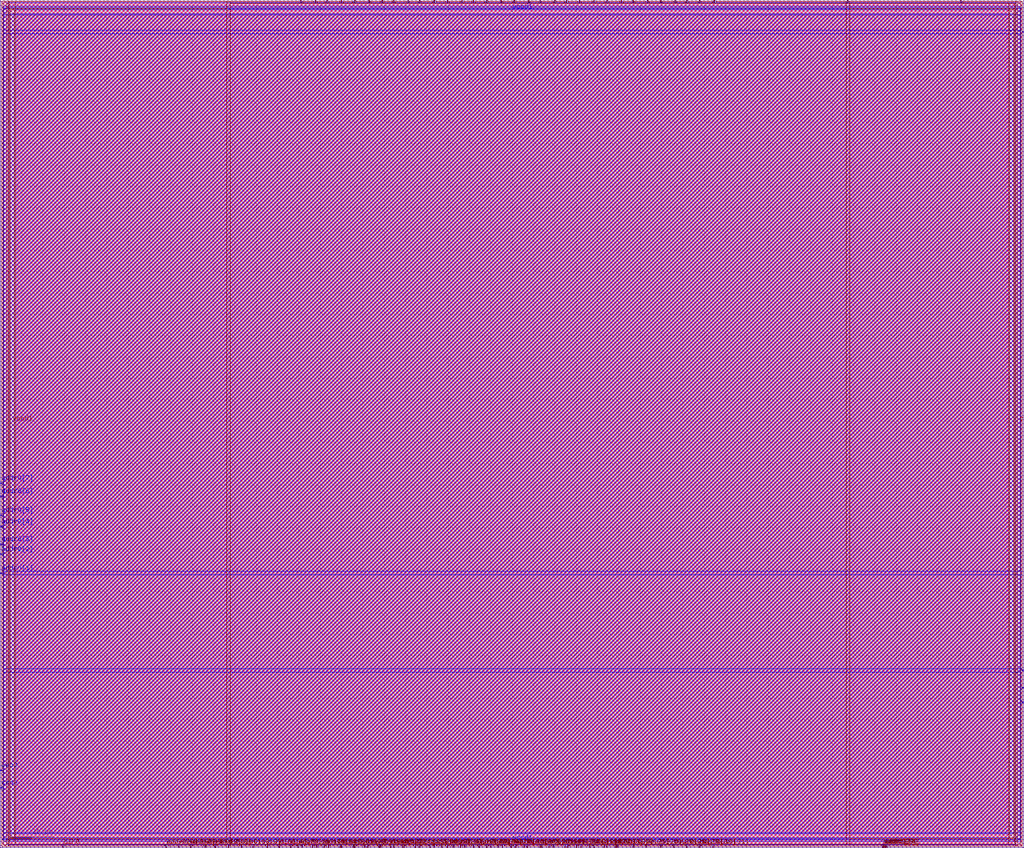
<source format=lef>
# Copyright 2020 The SkyWater PDK Authors
#
# Licensed under the Apache License, Version 2.0 (the "License");
# you may not use this file except in compliance with the License.
# You may obtain a copy of the License at
#
#     https://www.apache.org/licenses/LICENSE-2.0
#
# Unless required by applicable law or agreed to in writing, software
# distributed under the License is distributed on an "AS IS" BASIS,
# WITHOUT WARRANTIES OR CONDITIONS OF ANY KIND, either express or implied.
# See the License for the specific language governing permissions and
# limitations under the License.
#
# SPDX-License-Identifier: Apache-2.0

VERSION 5.7 ;

BUSBITCHARS "[]" ;
DIVIDERCHAR "/" ;

UNITS
  TIME NANOSECONDS 1 ;
  CAPACITANCE PICOFARADS 1 ;
  RESISTANCE OHMS 1 ;
  DATABASE MICRONS 1000 ;
END UNITS

MANUFACTURINGGRID 0.005 ;
USEMINSPACING OBS OFF ;

PROPERTYDEFINITIONS
  LAYER LEF58_TYPE STRING ;
END PROPERTYDEFINITIONS

# High density, single height
SITE unithd
  SYMMETRY Y ;
  CLASS CORE ;
  SIZE 0.46 BY 2.72 ;
END unithd

# High density, double height
SITE unithddbl
  SYMMETRY Y ;
  CLASS CORE ;
  SIZE 0.46 BY 5.44 ;
END unithddbl

LAYER nwell
  TYPE MASTERSLICE ;
  PROPERTY LEF58_TYPE "TYPE NWELL ;" ;
END nwell

LAYER pwell
  TYPE MASTERSLICE ;
  PROPERTY LEF58_TYPE "TYPE PWELL ;" ;
END pwell

LAYER licon
  TYPE CUT ;
END licon

LAYER li1
  TYPE ROUTING ;
  DIRECTION VERTICAL ;

  PITCH 0.46 0.34 ;
  OFFSET 0.23 0.17 ;

  WIDTH 0.17 ;          # LI 1
  # SPACING  0.17 ;     # LI 2
  SPACINGTABLE
     PARALLELRUNLENGTH 0
     WIDTH 0 0.17 ;
  AREA 0.0561 ;         # LI 6
  THICKNESS 0.1 ;
  EDGECAPACITANCE 40.697E-6 ;
  CAPACITANCE CPERSQDIST 36.9866E-6 ;
  RESISTANCE RPERSQ 12.8 ;

  ANTENNAMODEL OXIDE1 ;
  ANTENNADIFFSIDEAREARATIO PWL ( ( 0 75 ) ( 0.0125 75 ) ( 0.0225 85.125 ) ( 22.5 10200 ) ) ;
END li1

LAYER mcon
  TYPE CUT ;

  WIDTH 0.17 ;                # Mcon 1
  SPACING 0.19 ;              # Mcon 2
  ENCLOSURE BELOW 0 0 ;       # Mcon 4
  ENCLOSURE ABOVE 0.03 0.06 ; # Met1 4 / Met1 5
  RESISTANCE 9.30 ;

  ANTENNADIFFAREARATIO PWL ( ( 0 3 ) ( 0.0125 3 ) ( 0.0225 3.405 ) ( 22.5 408 ) ) ;
  DCCURRENTDENSITY AVERAGE 0.36 ; # mA per via Iavg_max at Tj = 90oC

END mcon

LAYER met1
  TYPE ROUTING ;
  DIRECTION HORIZONTAL ;

  PITCH 0.34 ;
  OFFSET 0.17 ;

  WIDTH 0.14 ;                     # Met1 1
  # SPACING 0.14 ;                 # Met1 2
  # SPACING 0.28 RANGE 3.001 100 ; # Met1 3b
  SPACINGTABLE
     PARALLELRUNLENGTH 0
     WIDTH 0 0.14
     WIDTH 3 0.28 ;
  AREA 0.083 ;                     # Met1 6
  THICKNESS 0.35 ;
  MINENCLOSEDAREA 0.14 ;

  ANTENNAMODEL OXIDE1 ;
  ANTENNADIFFSIDEAREARATIO PWL ( ( 0 400 ) ( 0.0125 400 ) ( 0.0225 2609 ) ( 22.5 11600 ) ) ;

  EDGECAPACITANCE 40.567E-6 ;
  CAPACITANCE CPERSQDIST 25.7784E-6 ;
  DCCURRENTDENSITY AVERAGE 2.8 ; # mA/um Iavg_max at Tj = 90oC
  ACCURRENTDENSITY RMS 6.1 ; # mA/um Irms_max at Tj = 90oC
  MAXIMUMDENSITY 70 ;
  DENSITYCHECKWINDOW 700 700 ;
  DENSITYCHECKSTEP 70 ;

  RESISTANCE RPERSQ 0.125 ;
END met1

LAYER via
  TYPE CUT ;
  WIDTH 0.15 ;                  # Via 1a
  SPACING 0.17 ;                # Via 2
  ENCLOSURE BELOW 0.055 0.085 ; # Via 4a / Via 5a
  ENCLOSURE ABOVE 0.055 0.085 ; # Met2 4 / Met2 5
  RESISTANCE 4.50 ;

  ANTENNADIFFAREARATIO PWL ( ( 0 6 ) ( 0.0125 6 ) ( 0.0225 6.81 ) ( 22.5 816 ) ) ;
  DCCURRENTDENSITY AVERAGE 0.29 ; # mA per via Iavg_max at Tj = 90oC
END via

LAYER met2
  TYPE ROUTING ;
  DIRECTION VERTICAL ;

  PITCH 0.46 ;
  OFFSET 0.23 ;

  WIDTH 0.14 ;                        # Met2 1
  # SPACING  0.14 ;                   # Met2 2
  # SPACING  0.28 RANGE 3.001 100 ;   # Met2 3b
  SPACINGTABLE
     PARALLELRUNLENGTH 0
     WIDTH 0 0.14
     WIDTH 3 0.28 ;
  AREA 0.0676 ;                       # Met2 6
  THICKNESS 0.35 ;
  MINENCLOSEDAREA 0.14 ;

  EDGECAPACITANCE 37.759E-6 ;
  CAPACITANCE CPERSQDIST 16.9423E-6 ;
  RESISTANCE RPERSQ 0.125 ;
  DCCURRENTDENSITY AVERAGE 2.8 ; # mA/um Iavg_max at Tj = 90oC
  ACCURRENTDENSITY RMS 6.1 ; # mA/um Irms_max at Tj = 90oC

  ANTENNAMODEL OXIDE1 ;
  ANTENNADIFFSIDEAREARATIO PWL ( ( 0 400 ) ( 0.0125 400 ) ( 0.0225 2609 ) ( 22.5 11600 ) ) ;

  MAXIMUMDENSITY 70 ;
  DENSITYCHECKWINDOW 700 700 ;
  DENSITYCHECKSTEP 70 ;
END met2

# ******** Layer via2, type routing, number 44 **************
LAYER via2
  TYPE CUT ;
  WIDTH 0.2 ;                   # Via2 1
  SPACING 0.2 ;                 # Via2 2
  ENCLOSURE BELOW 0.04 0.085 ;  # Via2 4
  ENCLOSURE ABOVE 0.065 0.065 ; # Met3 4
  RESISTANCE 3.41 ;
  ANTENNADIFFAREARATIO PWL ( ( 0 6 ) ( 0.0125 6 ) ( 0.0225 6.81 ) ( 22.5 816 ) ) ;
  DCCURRENTDENSITY AVERAGE 0.48 ; # mA per via Iavg_max at Tj = 90oC
END via2

LAYER met3
  TYPE ROUTING ;
  DIRECTION HORIZONTAL ;

  PITCH 0.68 ;
  OFFSET 0.34 ;

  WIDTH 0.3 ;              # Met3 1
  # SPACING 0.3 ;          # Met3 2
  SPACINGTABLE
     PARALLELRUNLENGTH 0
     WIDTH 0 0.3
     WIDTH 3 0.4 ;
  AREA 0.24 ;              # Met3 6
  THICKNESS 0.8 ;

  EDGECAPACITANCE 40.989E-6 ;
  CAPACITANCE CPERSQDIST 12.3729E-6 ;
  RESISTANCE RPERSQ 0.047 ;
  DCCURRENTDENSITY AVERAGE 6.8 ; # mA/um Iavg_max at Tj = 90oC
  ACCURRENTDENSITY RMS 14.9 ; # mA/um Irms_max at Tj = 90oC

  ANTENNAMODEL OXIDE1 ;
  ANTENNADIFFSIDEAREARATIO PWL ( ( 0 400 ) ( 0.0125 400 ) ( 0.0225 2609 ) ( 22.5 11600 ) ) ;

  MAXIMUMDENSITY 70 ;
  DENSITYCHECKWINDOW 700 700 ;
  DENSITYCHECKSTEP 70 ;
END met3

LAYER via3
  TYPE CUT ;
  WIDTH 0.2 ;                   # Via3 1
  SPACING 0.2 ;                 # Via3 2
  ENCLOSURE BELOW 0.06 0.09 ;   # Via3 4 / Via3 5
  ENCLOSURE ABOVE 0.065 0.065 ; # Met4 3
  RESISTANCE 3.41 ;
  ANTENNADIFFAREARATIO PWL ( ( 0 6 ) ( 0.0125 6 ) ( 0.0225 6.81 ) ( 22.5 816 ) ) ;
  DCCURRENTDENSITY AVERAGE 0.48 ; # mA per via Iavg_max at Tj = 90oC
END via3

LAYER met4
  TYPE ROUTING ;
  DIRECTION VERTICAL ;

  PITCH 0.92 ;
  OFFSET 0.46 ;

  WIDTH 0.3 ;             # Met4 1
  # SPACING  0.3 ;             # Met4 2
  SPACINGTABLE
     PARALLELRUNLENGTH 0
     WIDTH 0 0.3
     WIDTH 3 0.4 ;
  AREA 0.24 ;            # Met4 4a

  THICKNESS 0.8 ;

  EDGECAPACITANCE 36.676E-6 ;
  CAPACITANCE CPERSQDIST 8.41537E-6 ;
  RESISTANCE RPERSQ 0.047 ;
  DCCURRENTDENSITY AVERAGE 6.8 ; # mA/um Iavg_max at Tj = 90oC
  ACCURRENTDENSITY RMS 14.9 ; # mA/um Irms_max at Tj = 90oC

  ANTENNAMODEL OXIDE1 ;
  ANTENNADIFFSIDEAREARATIO PWL ( ( 0 400 ) ( 0.0125 400 ) ( 0.0225 2609 ) ( 22.5 11600 ) ) ;

  MAXIMUMDENSITY 70 ;
  DENSITYCHECKWINDOW 700 700 ;
  DENSITYCHECKSTEP 70 ;
END met4

LAYER via4
  TYPE CUT ;

  WIDTH 0.8 ;                 # Via4 1
  SPACING 0.8 ;               # Via4 2
  ENCLOSURE BELOW 0.19 0.19 ; # Via4 4
  ENCLOSURE ABOVE 0.31 0.31 ; # Met5 3
  RESISTANCE 0.38 ;
  ANTENNADIFFAREARATIO PWL ( ( 0 6 ) ( 0.0125 6 ) ( 0.0225 6.81 ) ( 22.5 816 ) ) ;
  DCCURRENTDENSITY AVERAGE 2.49 ; # mA per via Iavg_max at Tj = 90oC
END via4

LAYER met5
  TYPE ROUTING ;
  DIRECTION HORIZONTAL ;

  PITCH 3.4 ;
  OFFSET 1.7 ;

  WIDTH 1.6 ;            # Met5 1
  #SPACING  1.6 ;        # Met5 2
  SPACINGTABLE
     PARALLELRUNLENGTH 0
     WIDTH 0 1.6 ;
  AREA 4 ;               # Met5 4

  THICKNESS 1.2 ;

  EDGECAPACITANCE 38.851E-6 ;
  CAPACITANCE CPERSQDIST 6.32063E-6 ;
  RESISTANCE RPERSQ 0.0285 ;
  DCCURRENTDENSITY AVERAGE 10.17 ; # mA/um Iavg_max at Tj = 90oC
  ACCURRENTDENSITY RMS 22.34 ; # mA/um Irms_max at Tj = 90oC

  ANTENNAMODEL OXIDE1 ;
  ANTENNADIFFSIDEAREARATIO PWL ( ( 0 400 ) ( 0.0125 400 ) ( 0.0225 2609 ) ( 22.5 11600 ) ) ;
END met5


### Routing via cells section   ###
# Plus via rule, metals are along the prefered direction
VIA L1M1_PR DEFAULT
  LAYER mcon ;
  RECT -0.085 -0.085 0.085 0.085 ;
  LAYER li1 ;
  RECT -0.085 -0.085 0.085 0.085 ;
  LAYER met1 ;
  RECT -0.145 -0.115 0.145 0.115 ;
END L1M1_PR

VIARULE L1M1_PR GENERATE
  LAYER li1 ;
  ENCLOSURE 0 0 ;
  LAYER met1 ;
  ENCLOSURE 0.06 0.03 ;
  LAYER mcon ;
  RECT -0.085 -0.085 0.085 0.085 ;
  SPACING 0.36 BY 0.36 ;
END L1M1_PR

# Plus via rule, metals are along the non prefered direction
VIA L1M1_PR_R DEFAULT
  LAYER mcon ;
  RECT -0.085 -0.085 0.085 0.085 ;
  LAYER li1 ;
  RECT -0.085 -0.085 0.085 0.085 ;
  LAYER met1 ;
  RECT -0.115 -0.145 0.115 0.145 ;
END L1M1_PR_R

VIARULE L1M1_PR_R GENERATE
  LAYER li1 ;
  ENCLOSURE 0 0 ;
  LAYER met1 ;
  ENCLOSURE 0.03 0.06 ;
  LAYER mcon ;
  RECT -0.085 -0.085 0.085 0.085 ;
  SPACING 0.36 BY 0.36 ;
END L1M1_PR_R

# Minus via rule, lower layer metal is along prefered direction
VIA L1M1_PR_M DEFAULT
  LAYER mcon ;
  RECT -0.085 -0.085 0.085 0.085 ;
  LAYER li1 ;
  RECT -0.085 -0.085 0.085 0.085 ;
  LAYER met1 ;
  RECT -0.115 -0.145 0.115 0.145 ;
END L1M1_PR_M

VIARULE L1M1_PR_M GENERATE
  LAYER li1 ;
  ENCLOSURE 0 0 ;
  LAYER met1 ;
  ENCLOSURE 0.03 0.06 ;
  LAYER mcon ;
  RECT -0.085 -0.085 0.085 0.085 ;
  SPACING 0.36 BY 0.36 ;
END L1M1_PR_M

# Minus via rule, upper layer metal is along prefered direction
VIA L1M1_PR_MR DEFAULT
  LAYER mcon ;
  RECT -0.085 -0.085 0.085 0.085 ;
  LAYER li1 ;
  RECT -0.085 -0.085 0.085 0.085 ;
  LAYER met1 ;
  RECT -0.145 -0.115 0.145 0.115 ;
END L1M1_PR_MR

VIARULE L1M1_PR_MR GENERATE
  LAYER li1 ;
  ENCLOSURE 0 0 ;
  LAYER met1 ;
  ENCLOSURE 0.06 0.03 ;
  LAYER mcon ;
  RECT -0.085 -0.085 0.085 0.085 ;
  SPACING 0.36 BY 0.36 ;
END L1M1_PR_MR

# Centered via rule, we really do not want to use it
VIA L1M1_PR_C DEFAULT
  LAYER mcon ;
  RECT -0.085 -0.085 0.085 0.085 ;
  LAYER li1 ;
  RECT -0.085 -0.085 0.085 0.085 ;
  LAYER met1 ;
  RECT -0.145 -0.145 0.145 0.145 ;
END L1M1_PR_C

VIARULE L1M1_PR_C GENERATE
  LAYER li1 ;
  ENCLOSURE 0 0 ;
  LAYER met1 ;
  ENCLOSURE 0.06 0.06 ;
  LAYER mcon ;
  RECT -0.085 -0.085 0.085 0.085 ;
  SPACING 0.36 BY 0.36 ;
END L1M1_PR_C

# Plus via rule, metals are along the prefered direction
VIA M1M2_PR DEFAULT
  LAYER via ;
  RECT -0.075 -0.075 0.075 0.075 ;
  LAYER met1 ;
  RECT -0.16 -0.13 0.16 0.13 ;
  LAYER met2 ;
  RECT -0.13 -0.16 0.13 0.16 ;
END M1M2_PR

VIARULE M1M2_PR GENERATE
  LAYER met1 ;
  ENCLOSURE 0.085 0.055 ;
  LAYER met2 ;
  ENCLOSURE 0.055 0.085 ;
  LAYER via ;
  RECT -0.075 -0.075 0.075 0.075 ;
  SPACING 0.32 BY 0.32 ;
END M1M2_PR

# Plus via rule, metals are along the non prefered direction
VIA M1M2_PR_R DEFAULT
  LAYER via ;
  RECT -0.075 -0.075 0.075 0.075 ;
  LAYER met1 ;
  RECT -0.13 -0.16 0.13 0.16 ;
  LAYER met2 ;
  RECT -0.16 -0.13 0.16 0.13 ;
END M1M2_PR_R

VIARULE M1M2_PR_R GENERATE
  LAYER met1 ;
  ENCLOSURE 0.055 0.085 ;
  LAYER met2 ;
  ENCLOSURE 0.085 0.055 ;
  LAYER via ;
  RECT -0.075 -0.075 0.075 0.075 ;
  SPACING 0.32 BY 0.32 ;
END M1M2_PR_R

# Minus via rule, lower layer metal is along prefered direction
VIA M1M2_PR_M DEFAULT
  LAYER via ;
  RECT -0.075 -0.075 0.075 0.075 ;
  LAYER met1 ;
  RECT -0.16 -0.13 0.16 0.13 ;
  LAYER met2 ;
  RECT -0.16 -0.13 0.16 0.13 ;
END M1M2_PR_M

VIARULE M1M2_PR_M GENERATE
  LAYER met1 ;
  ENCLOSURE 0.085 0.055 ;
  LAYER met2 ;
  ENCLOSURE 0.085 0.055 ;
  LAYER via ;
  RECT -0.075 -0.075 0.075 0.075 ;
  SPACING 0.32 BY 0.32 ;
END M1M2_PR_M

# Minus via rule, upper layer metal is along prefered direction
VIA M1M2_PR_MR DEFAULT
  LAYER via ;
  RECT -0.075 -0.075 0.075 0.075 ;
  LAYER met1 ;
  RECT -0.13 -0.16 0.13 0.16 ;
  LAYER met2 ;
  RECT -0.13 -0.16 0.13 0.16 ;
END M1M2_PR_MR

VIARULE M1M2_PR_MR GENERATE
  LAYER met1 ;
  ENCLOSURE 0.055 0.085 ;
  LAYER met2 ;
  ENCLOSURE 0.055 0.085 ;
  LAYER via ;
  RECT -0.075 -0.075 0.075 0.075 ;
  SPACING 0.32 BY 0.32 ;
END M1M2_PR_MR

# Centered via rule, we really do not want to use it
VIA M1M2_PR_C DEFAULT
  LAYER via ;
  RECT -0.075 -0.075 0.075 0.075 ;
  LAYER met1 ;
  RECT -0.16 -0.16 0.16 0.16 ;
  LAYER met2 ;
  RECT -0.16 -0.16 0.16 0.16 ;
END M1M2_PR_C

VIARULE M1M2_PR_C GENERATE
  LAYER met1 ;
  ENCLOSURE 0.085 0.085 ;
  LAYER met2 ;
  ENCLOSURE 0.085 0.085 ;
  LAYER via ;
  RECT -0.075 -0.075 0.075 0.075 ;
  SPACING 0.32 BY 0.32 ;
END M1M2_PR_C

# Plus via rule, metals are along the prefered direction
VIA M2M3_PR DEFAULT
  LAYER via2 ;
  RECT -0.1 -0.1 0.1 0.1 ;
  LAYER met2 ;
  RECT -0.14 -0.185 0.14 0.185 ;
  LAYER met3 ;
  RECT -0.165 -0.165 0.165 0.165 ;
END M2M3_PR

VIARULE M2M3_PR GENERATE
  LAYER met2 ;
  ENCLOSURE 0.04 0.085 ;
  LAYER met3 ;
  ENCLOSURE 0.065 0.065 ;
  LAYER via2 ;
  RECT -0.1 -0.1 0.1 0.1 ;
  SPACING 0.4 BY 0.4 ;
END M2M3_PR

# Plus via rule, metals are along the non prefered direction
VIA M2M3_PR_R DEFAULT
  LAYER via2 ;
  RECT -0.1 -0.1 0.1 0.1 ;
  LAYER met2 ;
  RECT -0.185 -0.14 0.185 0.14 ;
  LAYER met3 ;
  RECT -0.165 -0.165 0.165 0.165 ;
END M2M3_PR_R

VIARULE M2M3_PR_R GENERATE
  LAYER met2 ;
  ENCLOSURE 0.085 0.04 ;
  LAYER met3 ;
  ENCLOSURE 0.065 0.065 ;
  LAYER via2 ;
  RECT -0.1 -0.1 0.1 0.1 ;
  SPACING 0.4 BY 0.4 ;
END M2M3_PR_R

# Minus via rule, lower layer metal is along prefered direction
VIA M2M3_PR_M DEFAULT
  LAYER via2 ;
  RECT -0.1 -0.1 0.1 0.1 ;
  LAYER met2 ;
  RECT -0.14 -0.185 0.14 0.185 ;
  LAYER met3 ;
  RECT -0.165 -0.165 0.165 0.165 ;
END M2M3_PR_M

VIARULE M2M3_PR_M GENERATE
  LAYER met2 ;
  ENCLOSURE 0.04 0.085 ;
  LAYER met3 ;
  ENCLOSURE 0.065 0.065 ;
  LAYER via2 ;
  RECT -0.1 -0.1 0.1 0.1 ;
  SPACING 0.4 BY 0.4 ;
END M2M3_PR_M

# Minus via rule, upper layer metal is along prefered direction
VIA M2M3_PR_MR DEFAULT
  LAYER via2 ;
  RECT -0.1 -0.1 0.1 0.1 ;
  LAYER met2 ;
  RECT -0.185 -0.14 0.185 0.14 ;
  LAYER met3 ;
  RECT -0.165 -0.165 0.165 0.165 ;
END M2M3_PR_MR

VIARULE M2M3_PR_MR GENERATE
  LAYER met2 ;
  ENCLOSURE 0.085 0.04 ;
  LAYER met3 ;
  ENCLOSURE 0.065 0.065 ;
  LAYER via2 ;
  RECT -0.1 -0.1 0.1 0.1 ;
  SPACING 0.4 BY 0.4 ;
END M2M3_PR_MR

# Centered via rule, we really do not want to use it
VIA M2M3_PR_C DEFAULT
  LAYER via2 ;
  RECT -0.1 -0.1 0.1 0.1 ;
  LAYER met2 ;
  RECT -0.185 -0.185 0.185 0.185 ;
  LAYER met3 ;
  RECT -0.165 -0.165 0.165 0.165 ;
END M2M3_PR_C

VIARULE M2M3_PR_C GENERATE
  LAYER met2 ;
  ENCLOSURE 0.085 0.085 ;
  LAYER met3 ;
  ENCLOSURE 0.065 0.065 ;
  LAYER via2 ;
  RECT -0.1 -0.1 0.1 0.1 ;
  SPACING 0.4 BY 0.4 ;
END M2M3_PR_C

# Plus via rule, metals are along the prefered direction
VIA M3M4_PR DEFAULT
  LAYER via3 ;
  RECT -0.1 -0.1 0.1 0.1 ;
  LAYER met3 ;
  RECT -0.19 -0.16 0.19 0.16 ;
  LAYER met4 ;
  RECT -0.165 -0.165 0.165 0.165 ;
END M3M4_PR

VIARULE M3M4_PR GENERATE
  LAYER met3 ;
  ENCLOSURE 0.09 0.06 ;
  LAYER met4 ;
  ENCLOSURE 0.065 0.065 ;
  LAYER via3 ;
  RECT -0.1 -0.1 0.1 0.1 ;
  SPACING 0.4 BY 0.4 ;
END M3M4_PR

# Plus via rule, metals are along the non prefered direction
VIA M3M4_PR_R DEFAULT
  LAYER via3 ;
  RECT -0.1 -0.1 0.1 0.1 ;
  LAYER met3 ;
  RECT -0.16 -0.19 0.16 0.19 ;
  LAYER met4 ;
  RECT -0.165 -0.165 0.165 0.165 ;
END M3M4_PR_R

VIARULE M3M4_PR_R GENERATE
  LAYER met3 ;
  ENCLOSURE 0.06 0.09 ;
  LAYER met4 ;
  ENCLOSURE 0.065 0.065 ;
  LAYER via3 ;
  RECT -0.1 -0.1 0.1 0.1 ;
  SPACING 0.4 BY 0.4 ;
END M3M4_PR_R

# Minus via rule, lower layer metal is along prefered direction
VIA M3M4_PR_M DEFAULT
  LAYER via3 ;
  RECT -0.1 -0.1 0.1 0.1 ;
  LAYER met3 ;
  RECT -0.19 -0.16 0.19 0.16 ;
  LAYER met4 ;
  RECT -0.165 -0.165 0.165 0.165 ;
END M3M4_PR_M

VIARULE M3M4_PR_M GENERATE
  LAYER met3 ;
  ENCLOSURE 0.09 0.06 ;
  LAYER met4 ;
  ENCLOSURE 0.065 0.065 ;
  LAYER via3 ;
  RECT -0.1 -0.1 0.1 0.1 ;
  SPACING 0.4 BY 0.4 ;
END M3M4_PR_M

# Minus via rule, upper layer metal is along prefered direction
VIA M3M4_PR_MR DEFAULT
  LAYER via3 ;
  RECT -0.1 -0.1 0.1 0.1 ;
  LAYER met3 ;
  RECT -0.16 -0.19 0.16 0.19 ;
  LAYER met4 ;
  RECT -0.165 -0.165 0.165 0.165 ;
END M3M4_PR_MR

VIARULE M3M4_PR_MR GENERATE
  LAYER met3 ;
  ENCLOSURE 0.06 0.09 ;
  LAYER met4 ;
  ENCLOSURE 0.065 0.065 ;
  LAYER via3 ;
  RECT -0.1 -0.1 0.1 0.1 ;
  SPACING 0.4 BY 0.4 ;
END M3M4_PR_MR

# Centered via rule, we really do not want to use it
VIA M3M4_PR_C DEFAULT
  LAYER via3 ;
  RECT -0.1 -0.1 0.1 0.1 ;
  LAYER met3 ;
  RECT -0.19 -0.19 0.19 0.19 ;
  LAYER met4 ;
  RECT -0.165 -0.165 0.165 0.165 ;
END M3M4_PR_C

VIARULE M3M4_PR_C GENERATE
  LAYER met3 ;
  ENCLOSURE 0.09 0.09 ;
  LAYER met4 ;
  ENCLOSURE 0.065 0.065 ;
  LAYER via3 ;
  RECT -0.1 -0.1 0.1 0.1 ;
  SPACING 0.4 BY 0.4 ;
END M3M4_PR_C

# Plus via rule, metals are along the prefered direction
VIA M4M5_PR DEFAULT
  LAYER via4 ;
  RECT -0.4 -0.4 0.4 0.4 ;
  LAYER met4 ;
  RECT -0.59 -0.59 0.59 0.59 ;
  LAYER met5 ;
  RECT -0.71 -0.71 0.71 0.71 ;
END M4M5_PR

VIARULE M4M5_PR GENERATE
  LAYER met4 ;
  ENCLOSURE 0.19 0.19 ;
  LAYER met5 ;
  ENCLOSURE 0.31 0.31 ;
  LAYER via4 ;
  RECT -0.4 -0.4 0.4 0.4 ;
  SPACING 1.6 BY 1.6 ;
END M4M5_PR

# Plus via rule, metals are along the non prefered direction
VIA M4M5_PR_R DEFAULT
  LAYER via4 ;
  RECT -0.4 -0.4 0.4 0.4 ;
  LAYER met4 ;
  RECT -0.59 -0.59 0.59 0.59 ;
  LAYER met5 ;
  RECT -0.71 -0.71 0.71 0.71 ;
END M4M5_PR_R

VIARULE M4M5_PR_R GENERATE
  LAYER met4 ;
  ENCLOSURE 0.19 0.19 ;
  LAYER met5 ;
  ENCLOSURE 0.31 0.31 ;
  LAYER via4 ;
  RECT -0.4 -0.4 0.4 0.4 ;
  SPACING 1.6 BY 1.6 ;
END M4M5_PR_R

# Minus via rule, lower layer metal is along prefered direction
VIA M4M5_PR_M DEFAULT
  LAYER via4 ;
  RECT -0.4 -0.4 0.4 0.4 ;
  LAYER met4 ;
  RECT -0.59 -0.59 0.59 0.59 ;
  LAYER met5 ;
  RECT -0.71 -0.71 0.71 0.71 ;
END M4M5_PR_M

VIARULE M4M5_PR_M GENERATE
  LAYER met4 ;
  ENCLOSURE 0.19 0.19 ;
  LAYER met5 ;
  ENCLOSURE 0.31 0.31 ;
  LAYER via4 ;
  RECT -0.4 -0.4 0.4 0.4 ;
  SPACING 1.6 BY 1.6 ;
END M4M5_PR_M

# Minus via rule, upper layer metal is along prefered direction
VIA M4M5_PR_MR DEFAULT
  LAYER via4 ;
  RECT -0.4 -0.4 0.4 0.4 ;
  LAYER met4 ;
  RECT -0.59 -0.59 0.59 0.59 ;
  LAYER met5 ;
  RECT -0.71 -0.71 0.71 0.71 ;
END M4M5_PR_MR

VIARULE M4M5_PR_MR GENERATE
  LAYER met4 ;
  ENCLOSURE 0.19 0.19 ;
  LAYER met5 ;
  ENCLOSURE 0.31 0.31 ;
  LAYER via4 ;
  RECT -0.4 -0.4 0.4 0.4 ;
  SPACING 1.6 BY 1.6 ;
END M4M5_PR_MR

# Centered via rule, we really do not want to use it
VIA M4M5_PR_C DEFAULT
  LAYER via4 ;
  RECT -0.4 -0.4 0.4 0.4 ;
  LAYER met4 ;
  RECT -0.59 -0.59 0.59 0.59 ;
  LAYER met5 ;
  RECT -0.71 -0.71 0.71 0.71 ;
END M4M5_PR_C

VIARULE M4M5_PR_C GENERATE
  LAYER met4 ;
  ENCLOSURE 0.19 0.19 ;
  LAYER met5 ;
  ENCLOSURE 0.31 0.31 ;
  LAYER via4 ;
  RECT -0.4 -0.4 0.4 0.4 ;
  SPACING 1.6 BY 1.6 ;
END M4M5_PR_C
###  end of single via cells   ###


MACRO sky130_ef_sc_hd__decap_12
  CLASS CORE SPACER ;
  FOREIGN sky130_ef_sc_hd__decap_12 ;
  ORIGIN 0.000 0.000 ;
  SIZE 5.520 BY 2.720 ;
  SYMMETRY X Y R90 ;
  SITE unithd ;
  PIN VPWR
    USE POWER ;
    PORT
      LAYER met1 ;
        RECT 0.000 2.480 5.520 2.960 ;
    END
  END VPWR
  PIN VGND
    USE GROUND ;
    PORT
      LAYER met1 ;
        RECT 0.000 -0.240 5.520 0.240 ;
    END
  END VGND
  PIN VPB
    DIRECTION INOUT ;
    USE POWER ;
    PORT
      LAYER nwell ;
        RECT -0.190 1.305 5.710 2.910 ;
    END
  END VPB
  PIN VNB
    DIRECTION INOUT ;
    USE GROUND ;
    PORT
      LAYER pwell ;
        RECT 0.005 0.105 5.515 0.915 ;
        RECT 0.145 -0.085 0.315 0.105 ;
    END
  END VNB
  OBS
      LAYER li1 ;
        RECT 0.000 2.635 5.520 2.805 ;
        RECT 0.085 2.200 5.430 2.635 ;
        RECT 1.670 0.630 2.010 1.460 ;
        RECT 3.490 0.950 3.840 2.200 ;
        RECT 0.085 0.085 5.430 0.630 ;
        RECT 0.000 -0.085 5.520 0.085 ;
      LAYER mcon ;
        RECT 0.145 2.635 0.315 2.805 ;
        RECT 0.605 2.635 0.775 2.805 ;
        RECT 1.065 2.635 1.235 2.805 ;
        RECT 1.525 2.635 1.695 2.805 ;
        RECT 1.985 2.635 2.155 2.805 ;
        RECT 2.445 2.635 2.615 2.805 ;
        RECT 2.905 2.635 3.075 2.805 ;
        RECT 3.365 2.635 3.535 2.805 ;
        RECT 3.825 2.635 3.995 2.805 ;
        RECT 4.285 2.635 4.455 2.805 ;
        RECT 4.745 2.635 4.915 2.805 ;
        RECT 5.205 2.635 5.375 2.805 ;
        RECT 0.145 -0.085 0.315 0.085 ;
        RECT 0.605 -0.085 0.775 0.085 ;
        RECT 1.065 -0.085 1.235 0.085 ;
        RECT 1.525 -0.085 1.695 0.085 ;
        RECT 1.985 -0.085 2.155 0.085 ;
        RECT 2.445 -0.085 2.615 0.085 ;
        RECT 2.905 -0.085 3.075 0.085 ;
        RECT 3.365 -0.085 3.535 0.085 ;
        RECT 3.825 -0.085 3.995 0.085 ;
        RECT 4.285 -0.085 4.455 0.085 ;
        RECT 4.745 -0.085 4.915 0.085 ;
        RECT 5.205 -0.085 5.375 0.085 ;
  END
END sky130_ef_sc_hd__decap_12
MACRO sky130_ef_sc_hd__fill_4
  CLASS CORE SPACER ;
  FOREIGN sky130_ef_sc_hd__fill_4 ;
  ORIGIN 0.000 0.000 ;
  SIZE 1.840 BY 2.720 ;
  SYMMETRY X Y R90 ;
  SITE unithd ;
  PIN VPWR
    USE POWER ;
    PORT
      LAYER met1 ;
        RECT 0.000 2.480 1.840 2.960 ;
    END
  END VPWR
  PIN VGND
    USE GROUND ;
    PORT
      LAYER met1 ;
        RECT 0.000 -0.240 1.840 0.240 ;
    END
  END VGND
  PIN VPB
    DIRECTION INOUT ;
    USE POWER ;
    PORT
      LAYER nwell ;
        RECT -0.190 1.305 2.030 2.910 ;
    END
  END VPB
  PIN VNB
    DIRECTION INOUT ;
    USE GROUND ;
    PORT
      LAYER pwell ;
        RECT 0.025 0.065 1.815 1.015 ;
        RECT 0.175 -0.060 0.285 0.065 ;
    END
  END VNB
  OBS
      LAYER li1 ;
        RECT 0.000 2.635 1.840 2.805 ;
        RECT 0.000 -0.085 1.840 0.085 ;
      LAYER mcon ;
        RECT 0.145 2.635 0.315 2.805 ;
        RECT 0.605 2.635 0.775 2.805 ;
        RECT 1.065 2.635 1.235 2.805 ;
        RECT 1.525 2.635 1.695 2.805 ;
        RECT 0.145 -0.085 0.315 0.085 ;
        RECT 0.605 -0.085 0.775 0.085 ;
        RECT 1.065 -0.085 1.235 0.085 ;
        RECT 1.525 -0.085 1.695 0.085 ;
  END
END sky130_ef_sc_hd__fill_4
MACRO sky130_ef_sc_hd__fill_8
  CLASS CORE SPACER ;
  FOREIGN sky130_ef_sc_hd__fill_8 ;
  ORIGIN 0.000 0.000 ;
  SIZE 3.680 BY 2.720 ;
  SYMMETRY X Y R90 ;
  SITE unithd ;
  PIN VPWR
    USE POWER ;
    PORT
      LAYER met1 ;
        RECT 0.000 2.480 3.680 2.960 ;
    END
  END VPWR
  PIN VGND
    USE GROUND ;
    PORT
      LAYER met1 ;
        RECT 0.000 -0.240 3.680 0.240 ;
    END
  END VGND
  PIN VPB
    DIRECTION INOUT ;
    USE POWER ;
    PORT
      LAYER nwell ;
        RECT -0.190 1.305 3.870 2.910 ;
    END
  END VPB
  PIN VNB
    DIRECTION INOUT ;
    USE GROUND ;
    PORT
      LAYER pwell ;
        RECT 0.025 0.065 3.655 1.015 ;
        RECT 0.130 -0.120 0.350 0.065 ;
    END
  END VNB
  OBS
      LAYER li1 ;
        RECT 0.000 2.635 3.680 2.805 ;
        RECT 0.000 -0.085 3.680 0.085 ;
      LAYER mcon ;
        RECT 0.145 2.635 0.315 2.805 ;
        RECT 0.605 2.635 0.775 2.805 ;
        RECT 1.065 2.635 1.235 2.805 ;
        RECT 1.525 2.635 1.695 2.805 ;
        RECT 1.985 2.635 2.155 2.805 ;
        RECT 2.445 2.635 2.615 2.805 ;
        RECT 2.905 2.635 3.075 2.805 ;
        RECT 3.365 2.635 3.535 2.805 ;
        RECT 0.145 -0.085 0.315 0.085 ;
        RECT 0.605 -0.085 0.775 0.085 ;
        RECT 1.065 -0.085 1.235 0.085 ;
        RECT 1.525 -0.085 1.695 0.085 ;
        RECT 1.985 -0.085 2.155 0.085 ;
        RECT 2.445 -0.085 2.615 0.085 ;
        RECT 2.905 -0.085 3.075 0.085 ;
        RECT 3.365 -0.085 3.535 0.085 ;
  END
END sky130_ef_sc_hd__fill_8
MACRO sky130_ef_sc_hd__fill_12
  CLASS CORE SPACER ;
  FOREIGN sky130_ef_sc_hd__fill_12 ;
  ORIGIN 0.000 0.000 ;
  SIZE 5.520 BY 2.720 ;
  SYMMETRY X Y R90 ;
  SITE unithd ;
  PIN VPWR
    USE POWER ;
    PORT
      LAYER met1 ;
        RECT 0.000 2.480 5.520 2.960 ;
    END
  END VPWR
  PIN VGND
    USE GROUND ;
    PORT
      LAYER met1 ;
        RECT 0.000 -0.240 5.520 0.240 ;
    END
  END VGND
  PIN VPB
    DIRECTION INOUT ;
    USE POWER ;
    PORT
      LAYER nwell ;
        RECT -0.190 1.305 2.950 2.910 ;
    END
  END VPB
  PIN VNB
    DIRECTION INOUT ;
    USE GROUND ;
    PORT
      LAYER pwell ;
        RECT 0.005 0.105 2.755 0.915 ;
        RECT 0.145 -0.085 0.315 0.105 ;
    END
  END VNB
  OBS
      LAYER li1 ;
        RECT 0.000 2.635 5.520 2.805 ;
        RECT 0.085 1.545 2.675 2.635 ;
        RECT 0.085 0.855 1.295 1.375 ;
        RECT 1.465 1.025 2.675 1.545 ;
        RECT 0.085 0.085 2.675 0.855 ;
        RECT 0.000 -0.085 5.520 0.085 ;
      LAYER mcon ;
        RECT 0.145 2.635 0.315 2.805 ;
        RECT 0.605 2.635 0.775 2.805 ;
        RECT 1.065 2.635 1.235 2.805 ;
        RECT 1.525 2.635 1.695 2.805 ;
        RECT 1.985 2.635 2.155 2.805 ;
        RECT 2.445 2.635 2.615 2.805 ;
        RECT 2.905 2.635 3.075 2.805 ;
        RECT 3.365 2.635 3.535 2.805 ;
        RECT 3.825 2.635 3.995 2.805 ;
        RECT 4.285 2.635 4.455 2.805 ;
        RECT 4.745 2.635 4.915 2.805 ;
        RECT 5.205 2.635 5.375 2.805 ;
        RECT 0.145 -0.085 0.315 0.085 ;
        RECT 0.605 -0.085 0.775 0.085 ;
        RECT 1.065 -0.085 1.235 0.085 ;
        RECT 1.525 -0.085 1.695 0.085 ;
        RECT 1.985 -0.085 2.155 0.085 ;
        RECT 2.445 -0.085 2.615 0.085 ;
        RECT 2.905 -0.085 3.075 0.085 ;
        RECT 3.365 -0.085 3.535 0.085 ;
        RECT 3.825 -0.085 3.995 0.085 ;
        RECT 4.285 -0.085 4.455 0.085 ;
        RECT 4.745 -0.085 4.915 0.085 ;
        RECT 5.205 -0.085 5.375 0.085 ;
  END
END sky130_ef_sc_hd__fill_12
MACRO sky130_fd_sc_hd__a2bb2o_1
  CLASS CORE ;
  FOREIGN sky130_fd_sc_hd__a2bb2o_1 ;
  ORIGIN 0.000 0.000 ;
  SIZE 3.680 BY 2.720 ;
  SYMMETRY X Y R90 ;
  SITE unithd ;
  PIN A1_N
    DIRECTION INPUT ;
    USE SIGNAL ;
    ANTENNAGATEAREA 0.126000 ;
    PORT
      LAYER li1 ;
        RECT 0.910 0.995 1.240 1.615 ;
    END
  END A1_N
  PIN A2_N
    DIRECTION INPUT ;
    USE SIGNAL ;
    ANTENNAGATEAREA 0.126000 ;
    PORT
      LAYER li1 ;
        RECT 1.410 0.995 1.700 1.375 ;
    END
  END A2_N
  PIN B1
    DIRECTION INPUT ;
    USE SIGNAL ;
    ANTENNAGATEAREA 0.126000 ;
    PORT
      LAYER li1 ;
        RECT 3.280 0.765 3.540 1.655 ;
    END
  END B1
  PIN B2
    DIRECTION INPUT ;
    USE SIGNAL ;
    ANTENNAGATEAREA 0.126000 ;
    PORT
      LAYER li1 ;
        RECT 2.600 1.355 3.080 1.655 ;
        RECT 2.820 0.765 3.080 1.355 ;
    END
  END B2
  PIN VGND
    DIRECTION INOUT ;
    USE GROUND ;
    SHAPE ABUTMENT ;
    PORT
      LAYER met1 ;
        RECT 0.000 -0.240 3.680 0.240 ;
    END
  END VGND
  PIN VNB
    DIRECTION INOUT ;
    USE GROUND ;
    PORT
      LAYER pwell ;
        RECT 0.005 0.785 0.925 1.015 ;
        RECT 0.005 0.105 3.590 0.785 ;
        RECT 0.150 -0.085 0.320 0.105 ;
    END
  END VNB
  PIN VPB
    DIRECTION INOUT ;
    USE POWER ;
    PORT
      LAYER nwell ;
        RECT -0.190 1.305 3.870 2.910 ;
    END
  END VPB
  PIN VPWR
    DIRECTION INOUT ;
    USE POWER ;
    SHAPE ABUTMENT ;
    PORT
      LAYER met1 ;
        RECT 0.000 2.480 3.680 2.960 ;
    END
  END VPWR
  PIN X
    DIRECTION OUTPUT ;
    USE SIGNAL ;
    ANTENNADIFFAREA 0.429000 ;
    PORT
      LAYER li1 ;
        RECT 0.085 1.525 0.345 2.465 ;
        RECT 0.085 0.810 0.260 1.525 ;
        RECT 0.085 0.255 0.345 0.810 ;
    END
  END X
  OBS
      LAYER li1 ;
        RECT 0.000 2.635 3.680 2.805 ;
        RECT 0.515 2.235 0.845 2.635 ;
        RECT 1.990 2.370 2.245 2.465 ;
        RECT 1.105 2.200 2.245 2.370 ;
        RECT 2.415 2.255 2.745 2.425 ;
        RECT 1.105 1.975 1.275 2.200 ;
        RECT 0.515 1.805 1.275 1.975 ;
        RECT 1.990 2.065 2.245 2.200 ;
        RECT 0.515 1.325 0.685 1.805 ;
        RECT 1.540 1.715 1.710 1.905 ;
        RECT 1.990 1.895 2.400 2.065 ;
        RECT 1.540 1.545 2.060 1.715 ;
        RECT 0.430 0.995 0.685 1.325 ;
        RECT 1.890 0.825 2.060 1.545 ;
        RECT 1.180 0.655 2.060 0.825 ;
        RECT 2.230 0.870 2.400 1.895 ;
        RECT 2.575 2.005 2.745 2.255 ;
        RECT 2.915 2.175 3.165 2.635 ;
        RECT 3.335 2.005 3.515 2.465 ;
        RECT 2.575 1.835 3.515 2.005 ;
        RECT 2.230 0.700 2.580 0.870 ;
        RECT 0.515 0.085 0.945 0.530 ;
        RECT 1.180 0.255 1.350 0.655 ;
        RECT 1.520 0.085 2.240 0.485 ;
        RECT 2.410 0.255 2.580 0.700 ;
        RECT 3.155 0.085 3.555 0.595 ;
        RECT 0.000 -0.085 3.680 0.085 ;
  END
END sky130_fd_sc_hd__a2bb2o_1
MACRO sky130_fd_sc_hd__a2bb2o_2
  CLASS CORE ;
  FOREIGN sky130_fd_sc_hd__a2bb2o_2 ;
  ORIGIN 0.000 0.000 ;
  SIZE 4.140 BY 2.720 ;
  SYMMETRY X Y R90 ;
  SITE unithd ;
  PIN A1_N
    DIRECTION INPUT ;
    USE SIGNAL ;
    ANTENNAGATEAREA 0.159000 ;
    PORT
      LAYER li1 ;
        RECT 1.345 0.995 1.675 1.615 ;
    END
  END A1_N
  PIN A2_N
    DIRECTION INPUT ;
    USE SIGNAL ;
    ANTENNAGATEAREA 0.159000 ;
    PORT
      LAYER li1 ;
        RECT 1.845 0.995 2.135 1.375 ;
    END
  END A2_N
  PIN B1
    DIRECTION INPUT ;
    USE SIGNAL ;
    ANTENNAGATEAREA 0.159000 ;
    PORT
      LAYER li1 ;
        RECT 3.730 0.765 3.990 1.655 ;
    END
  END B1
  PIN B2
    DIRECTION INPUT ;
    USE SIGNAL ;
    ANTENNAGATEAREA 0.159000 ;
    PORT
      LAYER li1 ;
        RECT 3.050 1.355 3.530 1.655 ;
        RECT 3.270 0.765 3.530 1.355 ;
    END
  END B2
  PIN VGND
    DIRECTION INOUT ;
    USE GROUND ;
    SHAPE ABUTMENT ;
    PORT
      LAYER met1 ;
        RECT 0.000 -0.240 4.140 0.240 ;
    END
  END VGND
  PIN VNB
    DIRECTION INOUT ;
    USE GROUND ;
    PORT
      LAYER pwell ;
        RECT 0.015 0.785 1.360 1.015 ;
        RECT 0.015 0.105 4.040 0.785 ;
        RECT 0.125 -0.085 0.295 0.105 ;
    END
  END VNB
  PIN VPB
    DIRECTION INOUT ;
    USE POWER ;
    PORT
      LAYER nwell ;
        RECT -0.190 1.305 4.330 2.910 ;
    END
  END VPB
  PIN VPWR
    DIRECTION INOUT ;
    USE POWER ;
    SHAPE ABUTMENT ;
    PORT
      LAYER met1 ;
        RECT 0.000 2.480 4.140 2.960 ;
    END
  END VPWR
  PIN X
    DIRECTION OUTPUT ;
    USE SIGNAL ;
    ANTENNADIFFAREA 0.445500 ;
    PORT
      LAYER li1 ;
        RECT 0.525 1.525 0.780 2.465 ;
        RECT 0.525 0.810 0.695 1.525 ;
        RECT 0.525 0.255 0.780 0.810 ;
    END
  END X
  OBS
      LAYER li1 ;
        RECT 0.000 2.635 4.140 2.805 ;
        RECT 0.185 1.445 0.355 2.635 ;
        RECT 0.950 2.235 1.280 2.635 ;
        RECT 2.500 2.370 2.670 2.465 ;
        RECT 1.540 2.200 2.670 2.370 ;
        RECT 2.875 2.255 3.205 2.425 ;
        RECT 1.540 1.975 1.710 2.200 ;
        RECT 0.950 1.805 1.710 1.975 ;
        RECT 2.440 2.065 2.670 2.200 ;
        RECT 0.950 1.325 1.120 1.805 ;
        RECT 1.975 1.715 2.145 1.905 ;
        RECT 2.440 1.895 2.850 2.065 ;
        RECT 1.975 1.545 2.510 1.715 ;
        RECT 0.865 0.995 1.120 1.325 ;
        RECT 0.185 0.085 0.355 0.930 ;
        RECT 2.340 0.825 2.510 1.545 ;
        RECT 1.615 0.655 2.510 0.825 ;
        RECT 2.680 0.870 2.850 1.895 ;
        RECT 3.035 2.005 3.205 2.255 ;
        RECT 3.375 2.175 3.625 2.635 ;
        RECT 3.795 2.005 3.965 2.465 ;
        RECT 3.035 1.835 3.965 2.005 ;
        RECT 2.680 0.700 3.030 0.870 ;
        RECT 0.950 0.085 1.380 0.530 ;
        RECT 1.615 0.255 1.785 0.655 ;
        RECT 1.955 0.085 2.690 0.485 ;
        RECT 2.860 0.255 3.030 0.700 ;
        RECT 3.605 0.085 4.005 0.595 ;
        RECT 0.000 -0.085 4.140 0.085 ;
  END
END sky130_fd_sc_hd__a2bb2o_2
MACRO sky130_fd_sc_hd__a2bb2o_4
  CLASS CORE ;
  FOREIGN sky130_fd_sc_hd__a2bb2o_4 ;
  ORIGIN 0.000 0.000 ;
  SIZE 7.360 BY 2.720 ;
  SYMMETRY X Y R90 ;
  SITE unithd ;
  PIN A1_N
    DIRECTION INPUT ;
    USE SIGNAL ;
    ANTENNAGATEAREA 0.495000 ;
    PORT
      LAYER li1 ;
        RECT 3.475 1.445 4.965 1.615 ;
        RECT 3.475 1.325 3.645 1.445 ;
        RECT 3.315 1.075 3.645 1.325 ;
        RECT 4.605 1.075 4.965 1.445 ;
    END
  END A1_N
  PIN A2_N
    DIRECTION INPUT ;
    USE SIGNAL ;
    ANTENNAGATEAREA 0.495000 ;
    PORT
      LAYER li1 ;
        RECT 3.815 1.075 4.435 1.275 ;
    END
  END A2_N
  PIN B1
    DIRECTION INPUT ;
    USE SIGNAL ;
    ANTENNAGATEAREA 0.495000 ;
    PORT
      LAYER li1 ;
        RECT 0.085 1.445 1.685 1.615 ;
        RECT 0.085 1.075 0.575 1.445 ;
        RECT 1.515 1.245 1.685 1.445 ;
        RECT 1.515 1.075 1.895 1.245 ;
    END
  END B1
  PIN B2
    DIRECTION INPUT ;
    USE SIGNAL ;
    ANTENNAGATEAREA 0.495000 ;
    PORT
      LAYER li1 ;
        RECT 0.805 1.075 1.345 1.275 ;
    END
  END B2
  PIN VGND
    DIRECTION INOUT ;
    USE GROUND ;
    SHAPE ABUTMENT ;
    PORT
      LAYER met1 ;
        RECT 0.000 -0.240 7.360 0.240 ;
    END
  END VGND
  PIN VNB
    DIRECTION INOUT ;
    USE GROUND ;
    PORT
      LAYER pwell ;
        RECT 0.005 0.105 6.915 1.015 ;
        RECT 0.150 -0.085 0.320 0.105 ;
    END
  END VNB
  PIN VPB
    DIRECTION INOUT ;
    USE POWER ;
    PORT
      LAYER nwell ;
        RECT -0.190 1.305 7.550 2.910 ;
    END
  END VPB
  PIN VPWR
    DIRECTION INOUT ;
    USE POWER ;
    SHAPE ABUTMENT ;
    PORT
      LAYER met1 ;
        RECT 0.000 2.480 7.360 2.960 ;
    END
  END VPWR
  PIN X
    DIRECTION OUTPUT ;
    USE SIGNAL ;
    ANTENNADIFFAREA 0.891000 ;
    PORT
      LAYER li1 ;
        RECT 5.275 1.955 5.525 2.465 ;
        RECT 6.115 1.955 6.365 2.465 ;
        RECT 5.275 1.785 6.365 1.955 ;
        RECT 6.115 1.655 6.365 1.785 ;
        RECT 6.115 1.415 6.920 1.655 ;
        RECT 6.610 0.905 6.920 1.415 ;
        RECT 5.235 0.725 6.920 0.905 ;
        RECT 5.235 0.275 5.565 0.725 ;
        RECT 6.075 0.275 6.405 0.725 ;
    END
  END X
  OBS
      LAYER li1 ;
        RECT 0.000 2.635 7.360 2.805 ;
        RECT 0.135 1.955 0.385 2.465 ;
        RECT 0.555 2.125 0.805 2.635 ;
        RECT 0.975 1.955 1.225 2.465 ;
        RECT 1.395 2.125 1.645 2.635 ;
        RECT 1.815 2.295 2.905 2.465 ;
        RECT 1.815 1.955 2.065 2.295 ;
        RECT 2.655 2.135 2.905 2.295 ;
        RECT 3.175 2.135 3.425 2.635 ;
        RECT 3.595 2.295 4.685 2.465 ;
        RECT 3.595 2.135 3.845 2.295 ;
        RECT 0.135 1.785 2.065 1.955 ;
        RECT 1.855 1.455 2.065 1.785 ;
        RECT 2.235 1.965 2.485 2.125 ;
        RECT 4.015 1.965 4.265 2.125 ;
        RECT 2.235 1.415 2.620 1.965 ;
        RECT 3.135 1.785 4.265 1.965 ;
        RECT 4.435 1.785 4.685 2.295 ;
        RECT 4.855 1.795 5.105 2.635 ;
        RECT 5.695 2.165 5.945 2.635 ;
        RECT 6.535 1.825 6.785 2.635 ;
        RECT 3.135 1.665 3.305 1.785 ;
        RECT 2.955 1.495 3.305 1.665 ;
        RECT 2.235 0.905 2.445 1.415 ;
        RECT 2.955 1.245 3.145 1.495 ;
        RECT 2.615 1.075 3.145 1.245 ;
        RECT 5.135 1.245 5.460 1.615 ;
        RECT 5.135 1.075 6.440 1.245 ;
        RECT 2.955 0.905 3.145 1.075 ;
        RECT 0.175 0.085 0.345 0.895 ;
        RECT 0.515 0.475 0.765 0.905 ;
        RECT 0.935 0.735 2.525 0.905 ;
        RECT 0.935 0.645 1.270 0.735 ;
        RECT 0.515 0.255 1.685 0.475 ;
        RECT 1.855 0.085 2.025 0.555 ;
        RECT 2.195 0.255 2.525 0.735 ;
        RECT 2.955 0.725 4.725 0.905 ;
        RECT 2.695 0.085 3.385 0.555 ;
        RECT 3.555 0.255 3.885 0.725 ;
        RECT 4.055 0.085 4.225 0.555 ;
        RECT 4.395 0.255 4.725 0.725 ;
        RECT 4.895 0.085 5.065 0.895 ;
        RECT 5.735 0.085 5.905 0.555 ;
        RECT 6.575 0.085 6.745 0.555 ;
        RECT 0.000 -0.085 7.360 0.085 ;
      LAYER met1 ;
        RECT 2.390 1.600 2.680 1.645 ;
        RECT 5.170 1.600 5.460 1.645 ;
        RECT 2.390 1.460 5.460 1.600 ;
        RECT 2.390 1.415 2.680 1.460 ;
        RECT 5.170 1.415 5.460 1.460 ;
  END
END sky130_fd_sc_hd__a2bb2o_4
MACRO sky130_fd_sc_hd__a2bb2oi_1
  CLASS CORE ;
  FOREIGN sky130_fd_sc_hd__a2bb2oi_1 ;
  ORIGIN 0.000 0.000 ;
  SIZE 3.220 BY 2.720 ;
  SYMMETRY X Y R90 ;
  SITE unithd ;
  PIN A1_N
    DIRECTION INPUT ;
    USE SIGNAL ;
    ANTENNAGATEAREA 0.247500 ;
    PORT
      LAYER li1 ;
        RECT 0.150 0.995 0.520 1.615 ;
    END
  END A1_N
  PIN A2_N
    DIRECTION INPUT ;
    USE SIGNAL ;
    ANTENNAGATEAREA 0.247500 ;
    PORT
      LAYER li1 ;
        RECT 0.725 1.010 1.240 1.275 ;
    END
  END A2_N
  PIN B1
    DIRECTION INPUT ;
    USE SIGNAL ;
    ANTENNAGATEAREA 0.247500 ;
    PORT
      LAYER li1 ;
        RECT 2.780 0.995 3.070 1.615 ;
    END
  END B1
  PIN B2
    DIRECTION INPUT ;
    USE SIGNAL ;
    ANTENNAGATEAREA 0.247500 ;
    PORT
      LAYER li1 ;
        RECT 2.245 0.995 2.610 1.615 ;
        RECT 2.440 0.425 2.610 0.995 ;
    END
  END B2
  PIN VGND
    DIRECTION INOUT ;
    USE GROUND ;
    SHAPE ABUTMENT ;
    PORT
      LAYER met1 ;
        RECT 0.000 -0.240 3.220 0.240 ;
    END
  END VGND
  PIN VNB
    DIRECTION INOUT ;
    USE GROUND ;
    PORT
      LAYER pwell ;
        RECT 0.005 0.105 3.215 1.015 ;
        RECT 0.145 -0.085 0.315 0.105 ;
    END
  END VNB
  PIN VPB
    DIRECTION INOUT ;
    USE POWER ;
    PORT
      LAYER nwell ;
        RECT -0.190 1.305 3.410 2.910 ;
    END
  END VPB
  PIN VPWR
    DIRECTION INOUT ;
    USE POWER ;
    SHAPE ABUTMENT ;
    PORT
      LAYER met1 ;
        RECT 0.000 2.480 3.220 2.960 ;
    END
  END VPWR
  PIN Y
    DIRECTION OUTPUT ;
    USE SIGNAL ;
    ANTENNADIFFAREA 0.515500 ;
    PORT
      LAYER li1 ;
        RECT 1.420 1.955 1.785 2.465 ;
        RECT 1.420 1.785 1.945 1.955 ;
        RECT 1.775 0.825 1.945 1.785 ;
        RECT 1.775 0.255 2.205 0.825 ;
    END
  END Y
  OBS
      LAYER li1 ;
        RECT 0.000 2.635 3.220 2.805 ;
        RECT 0.095 1.805 0.425 2.635 ;
        RECT 0.875 1.615 1.205 2.465 ;
        RECT 1.955 2.235 2.285 2.465 ;
        RECT 2.115 1.955 2.285 2.235 ;
        RECT 2.455 2.135 2.705 2.635 ;
        RECT 2.875 1.955 3.130 2.465 ;
        RECT 2.115 1.785 3.130 1.955 ;
        RECT 0.875 1.445 1.580 1.615 ;
        RECT 1.410 0.830 1.580 1.445 ;
        RECT 0.095 0.085 0.425 0.825 ;
        RECT 0.595 0.660 1.580 0.830 ;
        RECT 0.595 0.255 0.765 0.660 ;
        RECT 0.935 0.085 1.605 0.490 ;
        RECT 2.795 0.085 3.125 0.825 ;
        RECT 0.000 -0.085 3.220 0.085 ;
  END
END sky130_fd_sc_hd__a2bb2oi_1
MACRO sky130_fd_sc_hd__a2bb2oi_2
  CLASS CORE ;
  FOREIGN sky130_fd_sc_hd__a2bb2oi_2 ;
  ORIGIN 0.000 0.000 ;
  SIZE 5.520 BY 2.720 ;
  SYMMETRY X Y R90 ;
  SITE unithd ;
  PIN A1_N
    DIRECTION INPUT ;
    USE SIGNAL ;
    ANTENNAGATEAREA 0.495000 ;
    PORT
      LAYER li1 ;
        RECT 3.310 1.075 4.205 1.275 ;
    END
  END A1_N
  PIN A2_N
    DIRECTION INPUT ;
    USE SIGNAL ;
    ANTENNAGATEAREA 0.495000 ;
    PORT
      LAYER li1 ;
        RECT 4.455 1.075 5.435 1.275 ;
    END
  END A2_N
  PIN B1
    DIRECTION INPUT ;
    USE SIGNAL ;
    ANTENNAGATEAREA 0.495000 ;
    PORT
      LAYER li1 ;
        RECT 0.085 1.445 2.030 1.615 ;
        RECT 0.085 1.075 0.710 1.445 ;
        RECT 1.700 1.075 2.030 1.445 ;
    END
  END B1
  PIN B2
    DIRECTION INPUT ;
    USE SIGNAL ;
    ANTENNAGATEAREA 0.495000 ;
    PORT
      LAYER li1 ;
        RECT 0.940 1.075 1.480 1.275 ;
    END
  END B2
  PIN VGND
    DIRECTION INOUT ;
    USE GROUND ;
    SHAPE ABUTMENT ;
    PORT
      LAYER met1 ;
        RECT 0.000 -0.240 5.520 0.240 ;
    END
  END VGND
  PIN VNB
    DIRECTION INOUT ;
    USE GROUND ;
    PORT
      LAYER pwell ;
        RECT 0.140 0.105 5.390 1.015 ;
        RECT 0.145 -0.085 0.315 0.105 ;
    END
  END VNB
  PIN VPB
    DIRECTION INOUT ;
    USE POWER ;
    PORT
      LAYER nwell ;
        RECT -0.190 1.305 5.710 2.910 ;
    END
  END VPB
  PIN VPWR
    DIRECTION INOUT ;
    USE POWER ;
    SHAPE ABUTMENT ;
    PORT
      LAYER met1 ;
        RECT 0.000 2.480 5.520 2.960 ;
    END
  END VPWR
  PIN Y
    DIRECTION OUTPUT ;
    USE SIGNAL ;
    ANTENNADIFFAREA 0.621000 ;
    PORT
      LAYER li1 ;
        RECT 2.370 1.660 2.620 2.125 ;
        RECT 2.370 0.905 2.660 1.660 ;
        RECT 1.070 0.725 2.660 0.905 ;
        RECT 1.070 0.645 1.400 0.725 ;
        RECT 2.330 0.255 2.660 0.725 ;
    END
  END Y
  OBS
      LAYER li1 ;
        RECT 0.000 2.635 5.520 2.805 ;
        RECT 0.270 1.955 0.520 2.465 ;
        RECT 0.690 2.135 0.940 2.635 ;
        RECT 1.110 1.955 1.360 2.465 ;
        RECT 1.530 2.135 1.780 2.635 ;
        RECT 1.950 2.295 3.040 2.465 ;
        RECT 1.950 1.955 2.200 2.295 ;
        RECT 0.270 1.785 2.200 1.955 ;
        RECT 2.790 1.795 3.040 2.295 ;
        RECT 3.310 1.965 3.560 2.465 ;
        RECT 3.730 2.135 3.980 2.635 ;
        RECT 4.150 2.295 5.240 2.465 ;
        RECT 4.150 1.965 4.400 2.295 ;
        RECT 3.310 1.785 4.400 1.965 ;
        RECT 4.570 1.615 4.820 2.125 ;
        RECT 2.950 1.445 4.820 1.615 ;
        RECT 4.990 1.455 5.240 2.295 ;
        RECT 2.950 1.325 3.120 1.445 ;
        RECT 2.830 0.995 3.120 1.325 ;
        RECT 2.950 0.905 3.120 0.995 ;
        RECT 0.310 0.085 0.480 0.895 ;
        RECT 0.650 0.475 0.900 0.895 ;
        RECT 2.950 0.725 4.860 0.905 ;
        RECT 0.650 0.255 1.820 0.475 ;
        RECT 1.990 0.085 2.160 0.555 ;
        RECT 2.830 0.085 3.520 0.555 ;
        RECT 3.690 0.255 4.020 0.725 ;
        RECT 4.190 0.085 4.360 0.555 ;
        RECT 4.530 0.255 4.860 0.725 ;
        RECT 5.030 0.085 5.200 0.905 ;
        RECT 0.000 -0.085 5.520 0.085 ;
  END
END sky130_fd_sc_hd__a2bb2oi_2
MACRO sky130_fd_sc_hd__a2bb2oi_4
  CLASS CORE ;
  FOREIGN sky130_fd_sc_hd__a2bb2oi_4 ;
  ORIGIN 0.000 0.000 ;
  SIZE 9.660 BY 2.720 ;
  SYMMETRY X Y R90 ;
  SITE unithd ;
  PIN A1_N
    DIRECTION INPUT ;
    USE SIGNAL ;
    ANTENNAGATEAREA 0.990000 ;
    PORT
      LAYER li1 ;
        RECT 5.945 1.075 7.320 1.275 ;
    END
  END A1_N
  PIN A2_N
    DIRECTION INPUT ;
    USE SIGNAL ;
    ANTENNAGATEAREA 0.990000 ;
    PORT
      LAYER li1 ;
        RECT 7.595 1.075 9.045 1.275 ;
    END
  END A2_N
  PIN B1
    DIRECTION INPUT ;
    USE SIGNAL ;
    ANTENNAGATEAREA 0.990000 ;
    PORT
      LAYER li1 ;
        RECT 1.385 1.445 3.575 1.615 ;
        RECT 1.385 1.285 1.555 1.445 ;
        RECT 0.100 1.075 1.555 1.285 ;
        RECT 3.245 1.075 3.575 1.445 ;
    END
  END B1
  PIN B2
    DIRECTION INPUT ;
    USE SIGNAL ;
    ANTENNAGATEAREA 0.990000 ;
    PORT
      LAYER li1 ;
        RECT 1.725 1.075 3.075 1.275 ;
    END
  END B2
  PIN VGND
    DIRECTION INOUT ;
    USE GROUND ;
    SHAPE ABUTMENT ;
    PORT
      LAYER met1 ;
        RECT 0.000 -0.240 9.660 0.240 ;
    END
  END VGND
  PIN VNB
    DIRECTION INOUT ;
    USE GROUND ;
    PORT
      LAYER pwell ;
        RECT 0.005 0.105 9.435 1.015 ;
        RECT 0.150 -0.085 0.320 0.105 ;
    END
  END VNB
  PIN VPB
    DIRECTION INOUT ;
    USE POWER ;
    PORT
      LAYER nwell ;
        RECT -0.190 1.305 9.850 2.910 ;
    END
  END VPB
  PIN VPWR
    DIRECTION INOUT ;
    USE POWER ;
    SHAPE ABUTMENT ;
    PORT
      LAYER met1 ;
        RECT 0.000 2.480 9.660 2.960 ;
    END
  END VPWR
  PIN Y
    DIRECTION OUTPUT ;
    USE SIGNAL ;
    ANTENNADIFFAREA 1.242000 ;
    PORT
      LAYER li1 ;
        RECT 3.915 1.615 4.165 2.125 ;
        RECT 4.745 1.615 4.965 2.125 ;
        RECT 3.745 1.415 4.965 1.615 ;
        RECT 3.745 0.905 3.915 1.415 ;
        RECT 1.775 0.725 5.045 0.905 ;
        RECT 1.775 0.645 2.995 0.725 ;
        RECT 3.875 0.275 4.205 0.725 ;
        RECT 4.715 0.275 5.045 0.725 ;
    END
  END Y
  OBS
      LAYER li1 ;
        RECT 0.000 2.635 9.660 2.805 ;
        RECT 0.085 1.625 0.425 2.465 ;
        RECT 0.595 1.795 0.805 2.635 ;
        RECT 0.975 1.965 1.215 2.465 ;
        RECT 1.395 2.135 1.645 2.635 ;
        RECT 1.815 1.965 2.065 2.465 ;
        RECT 2.235 2.135 2.485 2.635 ;
        RECT 2.655 1.965 2.905 2.465 ;
        RECT 3.075 2.135 3.325 2.635 ;
        RECT 3.495 2.295 5.465 2.465 ;
        RECT 3.495 1.965 3.745 2.295 ;
        RECT 0.975 1.795 3.745 1.965 ;
        RECT 4.335 1.795 4.575 2.295 ;
        RECT 0.975 1.625 1.215 1.795 ;
        RECT 0.085 1.455 1.215 1.625 ;
        RECT 5.135 1.455 5.465 2.295 ;
        RECT 5.655 1.625 5.985 2.465 ;
        RECT 6.155 1.795 6.365 2.635 ;
        RECT 6.540 1.625 6.780 2.465 ;
        RECT 6.955 1.795 7.205 2.635 ;
        RECT 7.375 2.295 9.310 2.465 ;
        RECT 7.375 1.625 7.625 2.295 ;
        RECT 5.655 1.455 7.625 1.625 ;
        RECT 7.795 1.625 8.045 2.125 ;
        RECT 8.215 1.795 8.465 2.295 ;
        RECT 8.635 1.625 8.885 2.125 ;
        RECT 9.060 1.795 9.310 2.295 ;
        RECT 7.795 1.455 9.575 1.625 ;
        RECT 4.085 1.075 5.725 1.245 ;
        RECT 5.555 0.905 5.725 1.075 ;
        RECT 9.215 0.905 9.575 1.455 ;
        RECT 0.175 0.085 0.345 0.895 ;
        RECT 0.515 0.725 1.605 0.905 ;
        RECT 5.555 0.735 9.575 0.905 ;
        RECT 0.515 0.255 0.845 0.725 ;
        RECT 1.015 0.085 1.185 0.555 ;
        RECT 1.355 0.475 1.605 0.725 ;
        RECT 6.075 0.725 8.925 0.735 ;
        RECT 1.355 0.255 3.365 0.475 ;
        RECT 3.535 0.085 3.705 0.555 ;
        RECT 4.375 0.085 4.545 0.555 ;
        RECT 5.215 0.085 5.905 0.555 ;
        RECT 6.075 0.255 6.405 0.725 ;
        RECT 6.575 0.085 6.745 0.555 ;
        RECT 6.915 0.255 7.245 0.725 ;
        RECT 7.415 0.085 7.585 0.555 ;
        RECT 7.755 0.255 8.085 0.725 ;
        RECT 8.255 0.085 8.425 0.555 ;
        RECT 8.595 0.255 8.925 0.725 ;
        RECT 9.095 0.085 9.265 0.555 ;
        RECT 0.000 -0.085 9.660 0.085 ;
  END
END sky130_fd_sc_hd__a2bb2oi_4
MACRO sky130_fd_sc_hd__a21bo_1
  CLASS CORE ;
  FOREIGN sky130_fd_sc_hd__a21bo_1 ;
  ORIGIN 0.000 0.000 ;
  SIZE 3.680 BY 2.720 ;
  SYMMETRY X Y R90 ;
  SITE unithd ;
  PIN A1
    DIRECTION INPUT ;
    USE SIGNAL ;
    ANTENNAGATEAREA 0.247500 ;
    PORT
      LAYER li1 ;
        RECT 1.750 0.995 2.175 1.615 ;
    END
  END A1
  PIN A2
    DIRECTION INPUT ;
    USE SIGNAL ;
    ANTENNAGATEAREA 0.247500 ;
    PORT
      LAYER li1 ;
        RECT 2.370 0.995 2.630 1.615 ;
    END
  END A2
  PIN B1_N
    DIRECTION INPUT ;
    USE SIGNAL ;
    ANTENNAGATEAREA 0.126000 ;
    PORT
      LAYER li1 ;
        RECT 0.105 0.325 0.335 1.665 ;
    END
  END B1_N
  PIN VGND
    DIRECTION INOUT ;
    USE GROUND ;
    SHAPE ABUTMENT ;
    PORT
      LAYER met1 ;
        RECT 0.000 -0.240 3.680 0.240 ;
    END
  END VGND
  PIN VNB
    DIRECTION INOUT ;
    USE GROUND ;
    PORT
      LAYER pwell ;
        RECT 0.145 -0.085 0.315 0.085 ;
    END
  END VNB
  PIN VPB
    DIRECTION INOUT ;
    USE POWER ;
    PORT
      LAYER nwell ;
        RECT -0.190 1.305 3.870 2.910 ;
    END
  END VPB
  PIN VPWR
    DIRECTION INOUT ;
    USE POWER ;
    SHAPE ABUTMENT ;
    PORT
      LAYER met1 ;
        RECT 0.000 2.480 3.680 2.960 ;
    END
  END VPWR
  PIN X
    DIRECTION OUTPUT ;
    USE SIGNAL ;
    ANTENNADIFFAREA 0.429000 ;
    PORT
      LAYER li1 ;
        RECT 3.300 0.265 3.580 2.455 ;
    END
  END X
  OBS
      LAYER pwell ;
        RECT 0.850 0.785 3.675 1.015 ;
        RECT 0.345 0.105 3.675 0.785 ;
      LAYER li1 ;
        RECT 0.000 2.635 3.680 2.805 ;
        RECT 0.105 2.045 0.345 2.435 ;
        RECT 0.515 2.225 0.865 2.635 ;
        RECT 0.105 1.845 0.855 2.045 ;
        RECT 0.515 1.165 0.855 1.845 ;
        RECT 1.035 1.345 1.365 2.455 ;
        RECT 1.535 1.985 1.715 2.455 ;
        RECT 1.885 2.155 2.215 2.635 ;
        RECT 2.390 1.985 2.560 2.455 ;
        RECT 1.535 1.785 2.560 1.985 ;
        RECT 2.825 1.495 3.110 2.635 ;
        RECT 0.515 0.265 0.745 1.165 ;
        RECT 1.035 1.045 1.580 1.345 ;
        RECT 0.945 0.085 1.190 0.865 ;
        RECT 1.360 0.815 1.580 1.045 ;
        RECT 2.840 0.815 3.100 1.325 ;
        RECT 1.360 0.625 3.100 0.815 ;
        RECT 1.360 0.265 1.790 0.625 ;
        RECT 2.370 0.085 3.100 0.455 ;
        RECT 0.000 -0.085 3.680 0.085 ;
  END
END sky130_fd_sc_hd__a21bo_1
MACRO sky130_fd_sc_hd__a21bo_2
  CLASS CORE ;
  FOREIGN sky130_fd_sc_hd__a21bo_2 ;
  ORIGIN 0.000 0.000 ;
  SIZE 3.680 BY 2.720 ;
  SYMMETRY X Y R90 ;
  SITE unithd ;
  PIN A1
    DIRECTION INPUT ;
    USE SIGNAL ;
    ANTENNAGATEAREA 0.247500 ;
    PORT
      LAYER li1 ;
        RECT 2.685 0.995 3.100 1.615 ;
    END
  END A1
  PIN A2
    DIRECTION INPUT ;
    USE SIGNAL ;
    ANTENNAGATEAREA 0.247500 ;
    PORT
      LAYER li1 ;
        RECT 3.270 0.995 3.560 1.615 ;
    END
  END A2
  PIN B1_N
    DIRECTION INPUT ;
    USE SIGNAL ;
    ANTENNAGATEAREA 0.126000 ;
    PORT
      LAYER li1 ;
        RECT 1.070 1.035 1.525 1.325 ;
        RECT 1.330 0.995 1.525 1.035 ;
    END
  END B1_N
  PIN VGND
    DIRECTION INOUT ;
    USE GROUND ;
    SHAPE ABUTMENT ;
    PORT
      LAYER met1 ;
        RECT 0.000 -0.240 3.680 0.240 ;
    END
  END VGND
  PIN VNB
    DIRECTION INOUT ;
    USE GROUND ;
    PORT
      LAYER pwell ;
        RECT 0.005 0.105 3.655 1.015 ;
        RECT 0.150 -0.085 0.320 0.105 ;
    END
  END VNB
  PIN VPB
    DIRECTION INOUT ;
    USE POWER ;
    PORT
      LAYER nwell ;
        RECT -0.190 1.305 3.870 2.910 ;
    END
  END VPB
  PIN VPWR
    DIRECTION INOUT ;
    USE POWER ;
    SHAPE ABUTMENT ;
    PORT
      LAYER met1 ;
        RECT 0.000 2.480 3.680 2.960 ;
    END
  END VPWR
  PIN X
    DIRECTION OUTPUT ;
    USE SIGNAL ;
    ANTENNADIFFAREA 0.462000 ;
    PORT
      LAYER li1 ;
        RECT 0.595 2.005 0.850 2.425 ;
        RECT 0.150 1.835 0.850 2.005 ;
        RECT 0.150 0.885 0.380 1.835 ;
        RECT 0.150 0.715 0.850 0.885 ;
        RECT 0.520 0.315 0.850 0.715 ;
    END
  END X
  OBS
      LAYER li1 ;
        RECT 0.000 2.635 3.680 2.805 ;
        RECT 0.090 2.255 0.425 2.635 ;
        RECT 1.040 2.275 1.370 2.635 ;
        RECT 1.975 2.105 2.225 2.465 ;
        RECT 1.115 1.895 2.225 2.105 ;
        RECT 1.115 1.665 1.285 1.895 ;
        RECT 0.570 1.495 1.285 1.665 ;
        RECT 1.455 1.555 1.865 1.725 ;
        RECT 0.570 1.075 0.900 1.495 ;
        RECT 1.695 1.325 1.865 1.555 ;
        RECT 2.055 1.675 2.225 1.895 ;
        RECT 2.395 2.015 2.725 2.465 ;
        RECT 2.895 2.185 3.065 2.635 ;
        RECT 3.235 2.015 3.565 2.465 ;
        RECT 2.395 1.845 3.565 2.015 ;
        RECT 2.055 1.505 2.515 1.675 ;
        RECT 1.695 0.995 2.175 1.325 ;
        RECT 0.090 0.085 0.345 0.545 ;
        RECT 1.020 0.085 1.220 0.865 ;
        RECT 1.695 0.825 1.865 0.995 ;
        RECT 1.455 0.655 1.865 0.825 ;
        RECT 2.345 0.825 2.515 1.505 ;
        RECT 2.345 0.635 2.740 0.825 ;
        RECT 1.975 0.085 2.305 0.465 ;
        RECT 3.235 0.085 3.565 0.825 ;
        RECT 0.000 -0.085 3.680 0.085 ;
  END
END sky130_fd_sc_hd__a21bo_2
MACRO sky130_fd_sc_hd__a21bo_4
  CLASS CORE ;
  FOREIGN sky130_fd_sc_hd__a21bo_4 ;
  ORIGIN 0.000 0.000 ;
  SIZE 5.980 BY 2.720 ;
  SYMMETRY X Y R90 ;
  SITE unithd ;
  PIN A1
    DIRECTION INPUT ;
    USE SIGNAL ;
    ANTENNAGATEAREA 0.495000 ;
    PORT
      LAYER li1 ;
        RECT 4.590 1.010 4.955 1.360 ;
    END
  END A1
  PIN A2
    DIRECTION INPUT ;
    USE SIGNAL ;
    ANTENNAGATEAREA 0.495000 ;
    PORT
      LAYER li1 ;
        RECT 4.245 1.595 5.390 1.765 ;
        RECT 4.245 1.275 4.420 1.595 ;
        RECT 4.025 1.010 4.420 1.275 ;
        RECT 5.220 1.290 5.390 1.595 ;
        RECT 5.220 1.055 5.700 1.290 ;
    END
  END A2
  PIN B1_N
    DIRECTION INPUT ;
    USE SIGNAL ;
    ANTENNAGATEAREA 0.247500 ;
    PORT
      LAYER li1 ;
        RECT 0.500 1.010 0.830 1.625 ;
    END
  END B1_N
  PIN VGND
    DIRECTION INOUT ;
    USE GROUND ;
    SHAPE ABUTMENT ;
    PORT
      LAYER met1 ;
        RECT 0.000 -0.240 5.980 0.240 ;
    END
  END VGND
  PIN VNB
    DIRECTION INOUT ;
    USE GROUND ;
    PORT
      LAYER pwell ;
        RECT 0.080 0.105 5.915 1.015 ;
        RECT 0.145 -0.085 0.315 0.105 ;
    END
  END VNB
  PIN VPB
    DIRECTION INOUT ;
    USE POWER ;
    PORT
      LAYER nwell ;
        RECT -0.190 1.305 6.170 2.910 ;
    END
  END VPB
  PIN VPWR
    DIRECTION INOUT ;
    USE POWER ;
    SHAPE ABUTMENT ;
    PORT
      LAYER met1 ;
        RECT 0.000 2.480 5.980 2.960 ;
    END
  END VPWR
  PIN X
    DIRECTION OUTPUT ;
    USE SIGNAL ;
    ANTENNADIFFAREA 0.924000 ;
    PORT
      LAYER li1 ;
        RECT 1.000 1.595 2.410 1.765 ;
        RECT 1.000 0.785 1.235 1.595 ;
        RECT 1.000 0.615 2.340 0.785 ;
    END
  END X
  OBS
      LAYER li1 ;
        RECT 0.000 2.635 5.980 2.805 ;
        RECT 0.105 2.105 0.550 2.465 ;
        RECT 0.720 2.275 1.050 2.635 ;
        RECT 1.580 2.275 1.910 2.635 ;
        RECT 2.435 2.275 2.770 2.635 ;
        RECT 3.055 2.210 4.065 2.380 ;
        RECT 4.235 2.275 4.565 2.635 ;
        RECT 5.075 2.275 5.405 2.635 ;
        RECT 0.105 1.935 2.870 2.105 ;
        RECT 0.105 1.795 0.565 1.935 ;
        RECT 0.105 0.840 0.330 1.795 ;
        RECT 2.700 1.525 2.870 1.935 ;
        RECT 3.055 1.695 3.225 2.210 ;
        RECT 3.885 2.105 4.065 2.210 ;
        RECT 3.885 1.935 5.825 2.105 ;
        RECT 2.700 1.355 3.305 1.525 ;
        RECT 1.405 1.185 2.530 1.325 ;
        RECT 1.405 0.995 2.810 1.185 ;
        RECT 2.995 0.995 3.305 1.355 ;
        RECT 0.105 0.255 0.540 0.840 ;
        RECT 2.640 0.800 2.810 0.995 ;
        RECT 3.475 0.840 3.645 1.805 ;
        RECT 3.885 1.445 4.065 1.935 ;
        RECT 5.570 1.460 5.825 1.935 ;
        RECT 2.640 0.785 3.010 0.800 ;
        RECT 3.475 0.785 4.965 0.840 ;
        RECT 2.640 0.670 4.965 0.785 ;
        RECT 2.640 0.615 3.645 0.670 ;
        RECT 0.710 0.085 1.050 0.445 ;
        RECT 1.580 0.085 1.910 0.445 ;
        RECT 2.515 0.085 3.285 0.445 ;
        RECT 3.475 0.255 3.645 0.615 ;
        RECT 3.855 0.085 4.185 0.445 ;
        RECT 4.685 0.405 4.965 0.670 ;
        RECT 5.545 0.085 5.825 0.885 ;
        RECT 0.000 -0.085 5.980 0.085 ;
  END
END sky130_fd_sc_hd__a21bo_4
MACRO sky130_fd_sc_hd__a21boi_0
  CLASS CORE ;
  FOREIGN sky130_fd_sc_hd__a21boi_0 ;
  ORIGIN 0.000 0.000 ;
  SIZE 2.760 BY 2.720 ;
  SYMMETRY X Y R90 ;
  SITE unithd ;
  PIN A1
    DIRECTION INPUT ;
    USE SIGNAL ;
    ANTENNAGATEAREA 0.159000 ;
    PORT
      LAYER li1 ;
        RECT 1.780 0.765 2.170 1.615 ;
    END
  END A1
  PIN A2
    DIRECTION INPUT ;
    USE SIGNAL ;
    ANTENNAGATEAREA 0.159000 ;
    PORT
      LAYER li1 ;
        RECT 2.340 0.765 2.615 1.435 ;
    END
  END A2
  PIN B1_N
    DIRECTION INPUT ;
    USE SIGNAL ;
    ANTENNAGATEAREA 0.126000 ;
    PORT
      LAYER li1 ;
        RECT 0.470 1.200 0.895 1.955 ;
    END
  END B1_N
  PIN VGND
    DIRECTION INOUT ;
    USE GROUND ;
    SHAPE ABUTMENT ;
    PORT
      LAYER met1 ;
        RECT 0.000 -0.240 2.760 0.240 ;
    END
  END VGND
  PIN VNB
    DIRECTION INOUT ;
    USE GROUND ;
    PORT
      LAYER pwell ;
        RECT 0.005 0.105 2.755 0.785 ;
        RECT 0.145 -0.085 0.315 0.105 ;
    END
  END VNB
  PIN VPB
    DIRECTION INOUT ;
    USE POWER ;
    PORT
      LAYER nwell ;
        RECT -0.190 1.305 2.950 2.910 ;
    END
  END VPB
  PIN VPWR
    DIRECTION INOUT ;
    USE POWER ;
    SHAPE ABUTMENT ;
    PORT
      LAYER met1 ;
        RECT 0.000 2.480 2.760 2.960 ;
    END
  END VPWR
  PIN Y
    DIRECTION OUTPUT ;
    USE SIGNAL ;
    ANTENNADIFFAREA 0.392200 ;
    PORT
      LAYER li1 ;
        RECT 1.065 1.655 1.305 2.465 ;
        RECT 1.065 1.200 1.610 1.655 ;
        RECT 1.315 0.255 1.610 1.200 ;
    END
  END Y
  OBS
      LAYER li1 ;
        RECT 0.000 2.635 2.760 2.805 ;
        RECT 0.095 2.085 0.355 2.465 ;
        RECT 0.525 2.175 0.855 2.635 ;
        RECT 0.095 1.030 0.300 2.085 ;
        RECT 1.475 2.005 1.805 2.465 ;
        RECT 1.975 2.175 2.165 2.635 ;
        RECT 2.335 2.005 2.665 2.465 ;
        RECT 1.475 1.825 2.665 2.005 ;
        RECT 0.095 0.780 1.145 1.030 ;
        RECT 0.095 0.280 0.380 0.780 ;
        RECT 0.550 0.085 1.145 0.610 ;
        RECT 2.335 0.085 2.665 0.595 ;
        RECT 0.000 -0.085 2.760 0.085 ;
  END
END sky130_fd_sc_hd__a21boi_0
MACRO sky130_fd_sc_hd__a21boi_1
  CLASS CORE ;
  FOREIGN sky130_fd_sc_hd__a21boi_1 ;
  ORIGIN 0.000 0.000 ;
  SIZE 2.760 BY 2.720 ;
  SYMMETRY X Y R90 ;
  SITE unithd ;
  PIN A1
    DIRECTION INPUT ;
    USE SIGNAL ;
    ANTENNAGATEAREA 0.247500 ;
    PORT
      LAYER li1 ;
        RECT 1.760 0.995 2.155 1.345 ;
        RECT 1.945 0.375 2.155 0.995 ;
    END
  END A1
  PIN A2
    DIRECTION INPUT ;
    USE SIGNAL ;
    ANTENNAGATEAREA 0.247500 ;
    PORT
      LAYER li1 ;
        RECT 2.350 0.995 2.640 1.345 ;
    END
  END A2
  PIN B1_N
    DIRECTION INPUT ;
    USE SIGNAL ;
    ANTENNAGATEAREA 0.126000 ;
    PORT
      LAYER li1 ;
        RECT 0.105 0.975 0.335 1.665 ;
    END
  END B1_N
  PIN VGND
    DIRECTION INOUT ;
    USE GROUND ;
    SHAPE ABUTMENT ;
    PORT
      LAYER met1 ;
        RECT 0.000 -0.240 2.760 0.240 ;
    END
  END VGND
  PIN VNB
    DIRECTION INOUT ;
    USE GROUND ;
    PORT
      LAYER pwell ;
        RECT 0.785 0.785 2.745 1.015 ;
        RECT 0.295 0.105 2.745 0.785 ;
        RECT 0.295 0.085 0.315 0.105 ;
        RECT 0.145 -0.085 0.315 0.085 ;
    END
  END VNB
  PIN VPB
    DIRECTION INOUT ;
    USE POWER ;
    PORT
      LAYER nwell ;
        RECT -0.190 1.305 2.950 2.910 ;
    END
  END VPB
  PIN VPWR
    DIRECTION INOUT ;
    USE POWER ;
    SHAPE ABUTMENT ;
    PORT
      LAYER met1 ;
        RECT 0.000 2.480 2.760 2.960 ;
    END
  END VPWR
  PIN Y
    DIRECTION OUTPUT ;
    USE SIGNAL ;
    ANTENNADIFFAREA 0.551000 ;
    PORT
      LAYER li1 ;
        RECT 1.045 1.345 1.375 2.455 ;
        RECT 1.045 1.045 1.580 1.345 ;
        RECT 1.335 0.795 1.580 1.045 ;
        RECT 1.335 0.265 1.765 0.795 ;
    END
  END Y
  OBS
      LAYER li1 ;
        RECT 0.000 2.635 2.760 2.805 ;
        RECT 0.095 2.045 0.355 2.435 ;
        RECT 0.525 2.225 0.855 2.635 ;
        RECT 0.095 1.845 0.855 2.045 ;
        RECT 0.515 1.165 0.855 1.845 ;
        RECT 1.545 1.725 1.735 2.455 ;
        RECT 1.905 1.905 2.235 2.635 ;
        RECT 2.415 1.725 2.585 2.455 ;
        RECT 1.545 1.525 2.585 1.725 ;
        RECT 0.515 0.715 0.745 1.165 ;
        RECT 0.365 0.265 0.745 0.715 ;
        RECT 0.925 0.085 1.155 0.865 ;
        RECT 2.325 0.085 2.655 0.815 ;
        RECT 0.000 -0.085 2.760 0.085 ;
  END
END sky130_fd_sc_hd__a21boi_1
MACRO sky130_fd_sc_hd__a21boi_2
  CLASS CORE ;
  FOREIGN sky130_fd_sc_hd__a21boi_2 ;
  ORIGIN 0.000 0.000 ;
  SIZE 4.140 BY 2.720 ;
  SYMMETRY X Y R90 ;
  SITE unithd ;
  PIN A1
    DIRECTION INPUT ;
    USE SIGNAL ;
    ANTENNAGATEAREA 0.495000 ;
    PORT
      LAYER li1 ;
        RECT 2.605 0.995 3.215 1.325 ;
    END
  END A1
  PIN A2
    DIRECTION INPUT ;
    USE SIGNAL ;
    ANTENNAGATEAREA 0.495000 ;
    PORT
      LAYER li1 ;
        RECT 2.100 1.495 3.675 1.675 ;
        RECT 2.100 1.245 2.425 1.495 ;
        RECT 2.095 1.075 2.425 1.245 ;
        RECT 3.385 1.295 3.675 1.495 ;
        RECT 3.385 1.035 3.795 1.295 ;
    END
  END A2
  PIN B1_N
    DIRECTION INPUT ;
    USE SIGNAL ;
    ANTENNAGATEAREA 0.126000 ;
    PORT
      LAYER li1 ;
        RECT 0.120 0.765 0.425 1.805 ;
    END
  END B1_N
  PIN VGND
    DIRECTION INOUT ;
    USE GROUND ;
    SHAPE ABUTMENT ;
    PORT
      LAYER met1 ;
        RECT 0.000 -0.240 4.140 0.240 ;
    END
  END VGND
  PIN VNB
    DIRECTION INOUT ;
    USE GROUND ;
    PORT
      LAYER pwell ;
        RECT 0.700 0.785 4.030 1.015 ;
        RECT 0.175 0.105 4.030 0.785 ;
        RECT 0.175 0.085 0.320 0.105 ;
        RECT 0.150 -0.085 0.320 0.085 ;
    END
  END VNB
  PIN VPB
    DIRECTION INOUT ;
    USE POWER ;
    PORT
      LAYER nwell ;
        RECT -0.190 1.305 4.330 2.910 ;
    END
  END VPB
  PIN VPWR
    DIRECTION INOUT ;
    USE POWER ;
    SHAPE ABUTMENT ;
    PORT
      LAYER met1 ;
        RECT 0.000 2.480 4.140 2.960 ;
    END
  END VPWR
  PIN Y
    DIRECTION OUTPUT ;
    USE SIGNAL ;
    ANTENNADIFFAREA 0.627500 ;
    PORT
      LAYER li1 ;
        RECT 1.520 0.785 1.715 2.115 ;
        RECT 1.520 0.615 3.060 0.785 ;
        RECT 1.520 0.255 1.720 0.615 ;
        RECT 2.730 0.255 3.060 0.615 ;
    END
  END Y
  OBS
      LAYER li1 ;
        RECT 0.000 2.635 4.140 2.805 ;
        RECT 0.095 2.080 0.425 2.635 ;
        RECT 1.045 2.285 2.215 2.465 ;
        RECT 0.595 1.285 0.855 2.265 ;
        RECT 1.045 1.795 1.350 2.285 ;
        RECT 1.885 2.025 2.215 2.285 ;
        RECT 2.385 2.195 2.555 2.635 ;
        RECT 2.810 2.105 2.980 2.465 ;
        RECT 3.160 2.275 3.490 2.635 ;
        RECT 3.660 2.105 3.920 2.465 ;
        RECT 2.810 2.025 3.920 2.105 ;
        RECT 1.885 1.855 3.920 2.025 ;
        RECT 0.595 1.070 1.325 1.285 ;
        RECT 0.595 0.530 0.795 1.070 ;
        RECT 0.265 0.360 0.795 0.530 ;
        RECT 0.985 0.085 1.225 0.885 ;
        RECT 1.940 0.085 2.270 0.445 ;
        RECT 3.635 0.085 3.930 0.865 ;
        RECT 0.000 -0.085 4.140 0.085 ;
  END
END sky130_fd_sc_hd__a21boi_2
MACRO sky130_fd_sc_hd__a21boi_4
  CLASS CORE ;
  FOREIGN sky130_fd_sc_hd__a21boi_4 ;
  ORIGIN 0.000 0.000 ;
  SIZE 6.900 BY 2.720 ;
  SYMMETRY X Y R90 ;
  SITE unithd ;
  PIN A1
    DIRECTION INPUT ;
    USE SIGNAL ;
    ANTENNAGATEAREA 0.990000 ;
    PORT
      LAYER li1 ;
        RECT 3.545 1.065 4.970 1.310 ;
    END
  END A1
  PIN A2
    DIRECTION INPUT ;
    USE SIGNAL ;
    ANTENNAGATEAREA 0.990000 ;
    PORT
      LAYER li1 ;
        RECT 3.030 1.480 6.450 1.705 ;
        RECT 3.030 1.065 3.375 1.480 ;
        RECT 5.205 1.075 6.450 1.480 ;
    END
  END A2
  PIN B1_N
    DIRECTION INPUT ;
    USE SIGNAL ;
    ANTENNAGATEAREA 0.247500 ;
    PORT
      LAYER li1 ;
        RECT 0.145 1.075 0.650 1.615 ;
        RECT 0.480 0.995 0.650 1.075 ;
    END
  END B1_N
  PIN VGND
    DIRECTION INOUT ;
    USE GROUND ;
    SHAPE ABUTMENT ;
    PORT
      LAYER met1 ;
        RECT 0.000 -0.240 6.900 0.240 ;
    END
  END VGND
  PIN VNB
    DIRECTION INOUT ;
    USE GROUND ;
    PORT
      LAYER pwell ;
        RECT 0.005 0.105 6.695 1.015 ;
        RECT 0.145 -0.085 0.315 0.105 ;
    END
  END VNB
  PIN VPB
    DIRECTION INOUT ;
    USE POWER ;
    PORT
      LAYER nwell ;
        RECT -0.190 1.305 7.090 2.910 ;
    END
  END VPB
  PIN VPWR
    DIRECTION INOUT ;
    USE POWER ;
    SHAPE ABUTMENT ;
    PORT
      LAYER met1 ;
        RECT 0.000 2.480 6.900 2.960 ;
    END
  END VPWR
  PIN Y
    DIRECTION OUTPUT ;
    USE SIGNAL ;
    ANTENNADIFFAREA 1.288000 ;
    PORT
      LAYER li1 ;
        RECT 1.560 1.705 2.725 2.035 ;
        RECT 1.560 1.585 2.860 1.705 ;
        RECT 2.570 0.895 2.860 1.585 ;
        RECT 2.570 0.865 4.885 0.895 ;
        RECT 1.275 0.695 4.885 0.865 ;
        RECT 1.275 0.615 2.325 0.695 ;
        RECT 3.255 0.675 4.885 0.695 ;
        RECT 1.275 0.370 1.465 0.615 ;
        RECT 2.135 0.255 2.325 0.615 ;
    END
  END Y
  OBS
      LAYER li1 ;
        RECT 0.000 2.635 6.900 2.805 ;
        RECT 0.125 2.005 0.455 2.465 ;
        RECT 0.625 2.175 0.885 2.635 ;
        RECT 1.160 2.215 3.095 2.465 ;
        RECT 3.265 2.275 3.595 2.635 ;
        RECT 4.125 2.275 4.455 2.635 ;
        RECT 0.125 1.785 0.990 2.005 ;
        RECT 1.160 1.795 1.355 2.215 ;
        RECT 1.935 2.205 3.095 2.215 ;
        RECT 2.895 2.105 3.095 2.205 ;
        RECT 4.625 2.105 4.815 2.465 ;
        RECT 4.985 2.275 5.315 2.635 ;
        RECT 5.485 2.105 5.665 2.465 ;
        RECT 5.845 2.275 6.175 2.635 ;
        RECT 6.345 2.105 6.605 2.465 ;
        RECT 2.895 1.875 6.605 2.105 ;
        RECT 0.820 1.345 0.990 1.785 ;
        RECT 0.820 1.035 2.400 1.345 ;
        RECT 0.820 0.795 1.105 1.035 ;
        RECT 0.090 0.615 1.105 0.795 ;
        RECT 5.055 0.735 6.175 0.905 ;
        RECT 0.090 0.255 0.445 0.615 ;
        RECT 0.720 0.085 1.105 0.445 ;
        RECT 1.635 0.085 1.965 0.445 ;
        RECT 2.495 0.085 3.085 0.525 ;
        RECT 5.055 0.505 5.315 0.735 ;
        RECT 3.265 0.255 5.315 0.505 ;
        RECT 5.485 0.085 5.675 0.565 ;
        RECT 5.845 0.255 6.175 0.735 ;
        RECT 6.345 0.085 6.605 0.885 ;
        RECT 0.000 -0.085 6.900 0.085 ;
  END
END sky130_fd_sc_hd__a21boi_4
MACRO sky130_fd_sc_hd__a21o_1
  CLASS CORE ;
  FOREIGN sky130_fd_sc_hd__a21o_1 ;
  ORIGIN 0.000 0.000 ;
  SIZE 2.760 BY 2.720 ;
  SYMMETRY X Y R90 ;
  SITE unithd ;
  PIN A1
    DIRECTION INPUT ;
    USE SIGNAL ;
    ANTENNAGATEAREA 0.247500 ;
    PORT
      LAYER li1 ;
        RECT 1.660 1.015 2.185 1.325 ;
        RECT 1.955 0.375 2.185 1.015 ;
    END
  END A1
  PIN A2
    DIRECTION INPUT ;
    USE SIGNAL ;
    ANTENNAGATEAREA 0.247500 ;
    PORT
      LAYER li1 ;
        RECT 2.365 0.995 2.665 1.325 ;
    END
  END A2
  PIN B1
    DIRECTION INPUT ;
    USE SIGNAL ;
    ANTENNAGATEAREA 0.247500 ;
    PORT
      LAYER li1 ;
        RECT 1.015 1.015 1.480 1.325 ;
    END
  END B1
  PIN VGND
    DIRECTION INOUT ;
    USE GROUND ;
    SHAPE ABUTMENT ;
    PORT
      LAYER met1 ;
        RECT 0.000 -0.240 2.760 0.240 ;
    END
  END VGND
  PIN VNB
    DIRECTION INOUT ;
    USE GROUND ;
    PORT
      LAYER pwell ;
        RECT 0.015 0.105 2.745 1.015 ;
        RECT 0.145 -0.085 0.315 0.105 ;
    END
  END VNB
  PIN VPB
    DIRECTION INOUT ;
    USE POWER ;
    PORT
      LAYER nwell ;
        RECT -0.190 1.305 2.950 2.910 ;
    END
  END VPB
  PIN VPWR
    DIRECTION INOUT ;
    USE POWER ;
    SHAPE ABUTMENT ;
    PORT
      LAYER met1 ;
        RECT 0.000 2.480 2.760 2.960 ;
    END
  END VPWR
  PIN X
    DIRECTION OUTPUT ;
    USE SIGNAL ;
    ANTENNADIFFAREA 0.429000 ;
    PORT
      LAYER li1 ;
        RECT 0.095 0.265 0.355 2.455 ;
    END
  END X
  OBS
      LAYER li1 ;
        RECT 0.000 2.635 2.760 2.805 ;
        RECT 0.525 1.905 0.865 2.635 ;
        RECT 1.045 1.725 1.315 2.455 ;
        RECT 0.545 1.505 1.315 1.725 ;
        RECT 1.495 1.745 1.725 2.455 ;
        RECT 1.895 1.925 2.225 2.635 ;
        RECT 2.395 1.745 2.655 2.455 ;
        RECT 1.495 1.505 2.655 1.745 ;
        RECT 0.545 0.835 0.835 1.505 ;
        RECT 0.545 0.635 1.775 0.835 ;
        RECT 0.615 0.085 1.285 0.455 ;
        RECT 1.465 0.265 1.775 0.635 ;
        RECT 2.365 0.085 2.655 0.815 ;
        RECT 0.000 -0.085 2.760 0.085 ;
  END
END sky130_fd_sc_hd__a21o_1
MACRO sky130_fd_sc_hd__a21o_2
  CLASS CORE ;
  FOREIGN sky130_fd_sc_hd__a21o_2 ;
  ORIGIN 0.000 0.000 ;
  SIZE 3.220 BY 2.720 ;
  SYMMETRY X Y R90 ;
  SITE unithd ;
  PIN A1
    DIRECTION INPUT ;
    USE SIGNAL ;
    ANTENNAGATEAREA 0.247500 ;
    PORT
      LAYER li1 ;
        RECT 2.240 0.365 2.620 1.325 ;
    END
  END A1
  PIN A2
    DIRECTION INPUT ;
    USE SIGNAL ;
    ANTENNAGATEAREA 0.247500 ;
    PORT
      LAYER li1 ;
        RECT 2.810 0.750 3.125 1.325 ;
    END
  END A2
  PIN B1
    DIRECTION INPUT ;
    USE SIGNAL ;
    ANTENNAGATEAREA 0.247500 ;
    PORT
      LAYER li1 ;
        RECT 1.465 0.995 1.790 1.410 ;
    END
  END B1
  PIN VGND
    DIRECTION INOUT ;
    USE GROUND ;
    SHAPE ABUTMENT ;
    PORT
      LAYER met1 ;
        RECT 0.000 -0.240 3.220 0.240 ;
    END
  END VGND
  PIN VNB
    DIRECTION INOUT ;
    USE GROUND ;
    PORT
      LAYER pwell ;
        RECT 0.175 0.105 3.215 1.015 ;
        RECT 0.175 0.085 0.320 0.105 ;
        RECT 0.150 -0.085 0.320 0.085 ;
    END
  END VNB
  PIN VPB
    DIRECTION INOUT ;
    USE POWER ;
    PORT
      LAYER nwell ;
        RECT -0.190 1.305 3.410 2.910 ;
    END
  END VPB
  PIN VPWR
    DIRECTION INOUT ;
    USE POWER ;
    SHAPE ABUTMENT ;
    PORT
      LAYER met1 ;
        RECT 0.000 2.480 3.220 2.960 ;
    END
  END VPWR
  PIN X
    DIRECTION OUTPUT ;
    USE SIGNAL ;
    ANTENNADIFFAREA 0.462000 ;
    PORT
      LAYER li1 ;
        RECT 0.555 0.825 0.785 2.465 ;
        RECT 0.555 0.635 0.955 0.825 ;
        RECT 0.765 0.255 0.955 0.635 ;
    END
  END X
  OBS
      LAYER li1 ;
        RECT 0.000 2.635 3.220 2.805 ;
        RECT 0.095 1.665 0.385 2.635 ;
        RECT 0.955 2.220 1.285 2.635 ;
        RECT 1.475 1.920 1.790 2.465 ;
        RECT 0.955 1.690 1.790 1.920 ;
        RECT 1.960 1.935 2.185 2.465 ;
        RECT 2.355 2.125 2.685 2.635 ;
        RECT 2.855 1.935 3.075 2.465 ;
        RECT 0.955 0.995 1.295 1.690 ;
        RECT 1.960 1.670 3.075 1.935 ;
        RECT 1.125 0.825 1.295 0.995 ;
        RECT 1.125 0.655 1.865 0.825 ;
        RECT 0.265 0.085 0.595 0.465 ;
        RECT 1.125 0.085 1.455 0.445 ;
        RECT 1.675 0.255 1.865 0.655 ;
        RECT 2.805 0.085 3.135 0.565 ;
        RECT 0.000 -0.085 3.220 0.085 ;
  END
END sky130_fd_sc_hd__a21o_2
MACRO sky130_fd_sc_hd__a21o_4
  CLASS CORE ;
  FOREIGN sky130_fd_sc_hd__a21o_4 ;
  ORIGIN 0.000 0.000 ;
  SIZE 5.520 BY 2.720 ;
  SYMMETRY X Y R90 ;
  SITE unithd ;
  PIN A1
    DIRECTION INPUT ;
    USE SIGNAL ;
    ANTENNAGATEAREA 0.495000 ;
    PORT
      LAYER li1 ;
        RECT 3.990 1.010 4.515 1.275 ;
    END
  END A1
  PIN A2
    DIRECTION INPUT ;
    USE SIGNAL ;
    ANTENNAGATEAREA 0.495000 ;
    PORT
      LAYER li1 ;
        RECT 3.645 1.510 4.935 1.680 ;
        RECT 3.645 1.275 3.820 1.510 ;
        RECT 3.425 1.010 3.820 1.275 ;
        RECT 4.685 1.290 4.935 1.510 ;
        RECT 4.685 1.055 5.100 1.290 ;
    END
  END A2
  PIN B1
    DIRECTION INPUT ;
    USE SIGNAL ;
    ANTENNAGATEAREA 0.495000 ;
    PORT
      LAYER li1 ;
        RECT 2.395 0.995 2.705 1.525 ;
    END
  END B1
  PIN VGND
    DIRECTION INOUT ;
    USE GROUND ;
    SHAPE ABUTMENT ;
    PORT
      LAYER met1 ;
        RECT 0.000 -0.240 5.520 0.240 ;
    END
  END VGND
  PIN VNB
    DIRECTION INOUT ;
    USE GROUND ;
    PORT
      LAYER pwell ;
        RECT 0.005 0.105 5.315 1.015 ;
        RECT 0.145 -0.085 0.315 0.105 ;
    END
  END VNB
  PIN VPB
    DIRECTION INOUT ;
    USE POWER ;
    PORT
      LAYER nwell ;
        RECT -0.190 1.305 5.710 2.910 ;
    END
  END VPB
  PIN VPWR
    DIRECTION INOUT ;
    USE POWER ;
    SHAPE ABUTMENT ;
    PORT
      LAYER met1 ;
        RECT 0.000 2.480 5.520 2.960 ;
    END
  END VPWR
  PIN X
    DIRECTION OUTPUT ;
    USE SIGNAL ;
    ANTENNADIFFAREA 0.924000 ;
    PORT
      LAYER li1 ;
        RECT 0.625 1.755 0.795 2.185 ;
        RECT 1.485 1.755 1.735 2.185 ;
        RECT 0.145 1.585 1.735 1.755 ;
        RECT 0.145 0.785 0.630 1.585 ;
        RECT 0.145 0.615 1.735 0.785 ;
    END
  END X
  OBS
      LAYER li1 ;
        RECT 0.000 2.635 5.520 2.805 ;
        RECT 0.115 1.935 0.445 2.635 ;
        RECT 0.975 1.935 1.305 2.635 ;
        RECT 1.915 1.515 2.165 2.635 ;
        RECT 2.455 2.295 3.465 2.465 ;
        RECT 2.455 1.695 2.625 2.295 ;
        RECT 0.800 0.995 2.205 1.325 ;
        RECT 2.035 0.785 2.205 0.995 ;
        RECT 2.875 0.840 3.045 2.125 ;
        RECT 3.285 2.020 3.465 2.295 ;
        RECT 3.635 2.275 3.965 2.635 ;
        RECT 4.135 2.020 4.305 2.465 ;
        RECT 4.475 2.275 4.805 2.635 ;
        RECT 5.030 2.020 5.360 2.395 ;
        RECT 3.285 1.850 5.360 2.020 ;
        RECT 3.285 1.445 3.465 1.850 ;
        RECT 5.105 1.460 5.360 1.850 ;
        RECT 2.875 0.785 4.365 0.840 ;
        RECT 2.035 0.670 4.365 0.785 ;
        RECT 2.035 0.615 3.045 0.670 ;
        RECT 0.105 0.085 0.445 0.445 ;
        RECT 0.975 0.085 1.305 0.445 ;
        RECT 1.910 0.085 2.685 0.445 ;
        RECT 2.875 0.255 3.045 0.615 ;
        RECT 3.255 0.085 3.585 0.445 ;
        RECT 4.085 0.405 4.365 0.670 ;
        RECT 4.945 0.085 5.225 0.885 ;
        RECT 0.000 -0.085 5.520 0.085 ;
  END
END sky130_fd_sc_hd__a21o_4
MACRO sky130_fd_sc_hd__a21oi_1
  CLASS CORE ;
  FOREIGN sky130_fd_sc_hd__a21oi_1 ;
  ORIGIN 0.000 0.000 ;
  SIZE 1.840 BY 2.720 ;
  SYMMETRY X Y R90 ;
  SITE unithd ;
  PIN A1
    DIRECTION INPUT ;
    USE SIGNAL ;
    ANTENNAGATEAREA 0.247500 ;
    PORT
      LAYER li1 ;
        RECT 0.850 0.995 1.265 1.325 ;
        RECT 1.035 0.375 1.265 0.995 ;
    END
  END A1
  PIN A2
    DIRECTION INPUT ;
    USE SIGNAL ;
    ANTENNAGATEAREA 0.247500 ;
    PORT
      LAYER li1 ;
        RECT 1.445 0.995 1.740 1.325 ;
    END
  END A2
  PIN B1
    DIRECTION INPUT ;
    USE SIGNAL ;
    ANTENNAGATEAREA 0.247500 ;
    PORT
      LAYER li1 ;
        RECT 0.095 0.675 0.335 1.325 ;
    END
  END B1
  PIN VGND
    DIRECTION INOUT ;
    USE GROUND ;
    SHAPE ABUTMENT ;
    PORT
      LAYER met1 ;
        RECT 0.000 -0.240 1.840 0.240 ;
    END
  END VGND
  PIN VNB
    DIRECTION INOUT ;
    USE GROUND ;
    PORT
      LAYER pwell ;
        RECT 0.020 0.105 1.835 1.015 ;
        RECT 0.145 -0.085 0.315 0.105 ;
    END
  END VNB
  PIN VPB
    DIRECTION INOUT ;
    USE POWER ;
    PORT
      LAYER nwell ;
        RECT -0.190 1.305 2.030 2.910 ;
    END
  END VPB
  PIN VPWR
    DIRECTION INOUT ;
    USE POWER ;
    SHAPE ABUTMENT ;
    PORT
      LAYER met1 ;
        RECT 0.000 2.480 1.840 2.960 ;
    END
  END VPWR
  PIN Y
    DIRECTION OUTPUT ;
    USE SIGNAL ;
    ANTENNADIFFAREA 0.447000 ;
    PORT
      LAYER li1 ;
        RECT 0.095 1.685 0.370 2.455 ;
        RECT 0.095 1.495 0.680 1.685 ;
        RECT 0.505 0.825 0.680 1.495 ;
        RECT 0.505 0.645 0.835 0.825 ;
        RECT 0.610 0.265 0.835 0.645 ;
    END
  END Y
  OBS
      LAYER li1 ;
        RECT 0.000 2.635 1.840 2.805 ;
        RECT 0.540 2.025 0.870 2.455 ;
        RECT 1.040 2.195 1.235 2.635 ;
        RECT 1.415 2.025 1.745 2.455 ;
        RECT 0.540 1.855 1.745 2.025 ;
        RECT 0.850 1.525 1.745 1.855 ;
        RECT 0.110 0.085 0.440 0.475 ;
        RECT 1.445 0.085 1.745 0.815 ;
        RECT 0.000 -0.085 1.840 0.085 ;
  END
END sky130_fd_sc_hd__a21oi_1
MACRO sky130_fd_sc_hd__a21oi_2
  CLASS CORE ;
  FOREIGN sky130_fd_sc_hd__a21oi_2 ;
  ORIGIN 0.000 0.000 ;
  SIZE 3.220 BY 2.720 ;
  SYMMETRY X Y R90 ;
  SITE unithd ;
  PIN A1
    DIRECTION INPUT ;
    USE SIGNAL ;
    ANTENNAGATEAREA 0.495000 ;
    PORT
      LAYER li1 ;
        RECT 0.815 0.995 1.425 1.325 ;
    END
  END A1
  PIN A2
    DIRECTION INPUT ;
    USE SIGNAL ;
    ANTENNAGATEAREA 0.495000 ;
    PORT
      LAYER li1 ;
        RECT 0.145 1.495 1.930 1.675 ;
        RECT 0.145 1.035 0.645 1.495 ;
        RECT 1.605 1.245 1.930 1.495 ;
        RECT 1.605 1.075 1.935 1.245 ;
    END
  END A2
  PIN B1
    DIRECTION INPUT ;
    USE SIGNAL ;
    ANTENNAGATEAREA 0.495000 ;
    PORT
      LAYER li1 ;
        RECT 2.800 0.995 3.075 1.625 ;
    END
  END B1
  PIN VGND
    DIRECTION INOUT ;
    USE GROUND ;
    SHAPE ABUTMENT ;
    PORT
      LAYER met1 ;
        RECT 0.000 -0.240 3.220 0.240 ;
    END
  END VGND
  PIN VNB
    DIRECTION INOUT ;
    USE GROUND ;
    PORT
      LAYER pwell ;
        RECT 0.005 0.105 3.215 1.015 ;
        RECT 0.145 -0.085 0.315 0.105 ;
    END
  END VNB
  PIN VPB
    DIRECTION INOUT ;
    USE POWER ;
    PORT
      LAYER nwell ;
        RECT -0.190 1.305 3.410 2.910 ;
    END
  END VPB
  PIN VPWR
    DIRECTION INOUT ;
    USE POWER ;
    SHAPE ABUTMENT ;
    PORT
      LAYER met1 ;
        RECT 0.000 2.480 3.220 2.960 ;
    END
  END VPWR
  PIN Y
    DIRECTION OUTPUT ;
    USE SIGNAL ;
    ANTENNADIFFAREA 0.627500 ;
    PORT
      LAYER li1 ;
        RECT 2.315 0.785 2.615 2.115 ;
        RECT 0.955 0.615 2.615 0.785 ;
        RECT 0.955 0.255 1.300 0.615 ;
        RECT 2.295 0.255 2.615 0.615 ;
    END
  END Y
  OBS
      LAYER li1 ;
        RECT 0.000 2.635 3.220 2.805 ;
        RECT 0.110 2.105 0.370 2.465 ;
        RECT 0.540 2.275 0.870 2.635 ;
        RECT 1.050 2.105 1.220 2.465 ;
        RECT 1.475 2.195 1.645 2.635 ;
        RECT 1.815 2.285 3.090 2.465 ;
        RECT 0.110 2.025 1.220 2.105 ;
        RECT 1.815 2.025 2.145 2.285 ;
        RECT 0.110 1.855 2.145 2.025 ;
        RECT 2.785 1.795 3.090 2.285 ;
        RECT 0.100 0.085 0.395 0.865 ;
        RECT 1.760 0.085 2.090 0.445 ;
        RECT 2.795 0.085 3.125 0.825 ;
        RECT 0.000 -0.085 3.220 0.085 ;
  END
END sky130_fd_sc_hd__a21oi_2
MACRO sky130_fd_sc_hd__a21oi_4
  CLASS CORE ;
  FOREIGN sky130_fd_sc_hd__a21oi_4 ;
  ORIGIN 0.000 0.000 ;
  SIZE 5.980 BY 2.720 ;
  SYMMETRY X Y R90 ;
  SITE unithd ;
  PIN A1
    DIRECTION INPUT ;
    USE SIGNAL ;
    ANTENNAGATEAREA 0.990000 ;
    PORT
      LAYER li1 ;
        RECT 2.565 1.065 4.000 1.310 ;
    END
  END A1
  PIN A2
    DIRECTION INPUT ;
    USE SIGNAL ;
    ANTENNAGATEAREA 0.990000 ;
    PORT
      LAYER li1 ;
        RECT 2.050 1.480 5.470 1.705 ;
        RECT 2.050 1.065 2.395 1.480 ;
        RECT 4.225 1.075 5.470 1.480 ;
    END
  END A2
  PIN B1
    DIRECTION INPUT ;
    USE SIGNAL ;
    ANTENNAGATEAREA 0.990000 ;
    PORT
      LAYER li1 ;
        RECT 0.090 1.035 1.430 1.415 ;
        RECT 0.090 0.995 0.400 1.035 ;
    END
  END B1
  PIN VGND
    DIRECTION INOUT ;
    USE GROUND ;
    SHAPE ABUTMENT ;
    PORT
      LAYER met1 ;
        RECT 0.000 -0.240 5.980 0.240 ;
    END
  END VGND
  PIN VNB
    DIRECTION INOUT ;
    USE GROUND ;
    PORT
      LAYER pwell ;
        RECT 0.005 0.105 5.715 1.015 ;
        RECT 0.150 -0.085 0.320 0.105 ;
    END
  END VNB
  PIN VPB
    DIRECTION INOUT ;
    USE POWER ;
    PORT
      LAYER nwell ;
        RECT -0.190 1.305 6.170 2.910 ;
    END
  END VPB
  PIN VPWR
    DIRECTION INOUT ;
    USE POWER ;
    SHAPE ABUTMENT ;
    PORT
      LAYER met1 ;
        RECT 0.000 2.480 5.980 2.960 ;
    END
  END VPWR
  PIN Y
    DIRECTION OUTPUT ;
    USE SIGNAL ;
    ANTENNADIFFAREA 1.288000 ;
    PORT
      LAYER li1 ;
        RECT 0.580 1.705 1.745 2.035 ;
        RECT 0.580 1.585 1.880 1.705 ;
        RECT 1.600 0.895 1.880 1.585 ;
        RECT 1.600 0.865 3.905 0.895 ;
        RECT 0.595 0.695 3.905 0.865 ;
        RECT 0.595 0.615 1.645 0.695 ;
        RECT 2.275 0.675 3.905 0.695 ;
        RECT 0.595 0.370 0.785 0.615 ;
        RECT 1.455 0.255 1.645 0.615 ;
    END
  END Y
  OBS
      LAYER li1 ;
        RECT 0.000 2.635 5.980 2.805 ;
        RECT 0.180 2.215 2.115 2.465 ;
        RECT 2.285 2.275 2.615 2.635 ;
        RECT 0.180 1.795 0.375 2.215 ;
        RECT 0.955 2.205 2.115 2.215 ;
        RECT 1.915 2.105 2.115 2.205 ;
        RECT 2.785 2.105 2.975 2.465 ;
        RECT 3.145 2.275 3.475 2.635 ;
        RECT 3.645 2.105 3.835 2.465 ;
        RECT 4.005 2.275 4.335 2.635 ;
        RECT 4.505 2.105 4.685 2.465 ;
        RECT 4.865 2.275 5.195 2.635 ;
        RECT 5.365 2.105 5.625 2.465 ;
        RECT 1.915 1.875 5.625 2.105 ;
        RECT 0.090 0.085 0.425 0.805 ;
        RECT 4.075 0.735 5.195 0.905 ;
        RECT 0.955 0.085 1.285 0.445 ;
        RECT 1.835 0.085 2.115 0.525 ;
        RECT 4.075 0.505 4.335 0.735 ;
        RECT 2.285 0.255 4.335 0.505 ;
        RECT 4.505 0.085 4.695 0.565 ;
        RECT 4.865 0.255 5.195 0.735 ;
        RECT 5.365 0.085 5.625 0.885 ;
        RECT 0.000 -0.085 5.980 0.085 ;
  END
END sky130_fd_sc_hd__a21oi_4
MACRO sky130_fd_sc_hd__a22o_1
  CLASS CORE ;
  FOREIGN sky130_fd_sc_hd__a22o_1 ;
  ORIGIN 0.000 0.000 ;
  SIZE 3.220 BY 2.720 ;
  SYMMETRY X Y R90 ;
  SITE unithd ;
  PIN A1
    DIRECTION INPUT ;
    USE SIGNAL ;
    ANTENNAGATEAREA 0.247500 ;
    PORT
      LAYER li1 ;
        RECT 1.485 1.075 1.815 1.285 ;
        RECT 1.485 0.675 1.695 1.075 ;
    END
  END A1
  PIN A2
    DIRECTION INPUT ;
    USE SIGNAL ;
    ANTENNAGATEAREA 0.247500 ;
    PORT
      LAYER li1 ;
        RECT 1.985 1.040 2.395 1.345 ;
    END
  END A2
  PIN B1
    DIRECTION INPUT ;
    USE SIGNAL ;
    ANTENNAGATEAREA 0.247500 ;
    PORT
      LAYER li1 ;
        RECT 0.765 1.075 1.240 1.285 ;
        RECT 1.020 0.675 1.240 1.075 ;
    END
  END B1
  PIN B2
    DIRECTION INPUT ;
    USE SIGNAL ;
    ANTENNAGATEAREA 0.247500 ;
    PORT
      LAYER li1 ;
        RECT 0.085 1.075 0.575 1.275 ;
    END
  END B2
  PIN VGND
    DIRECTION INOUT ;
    USE GROUND ;
    SHAPE ABUTMENT ;
    PORT
      LAYER met1 ;
        RECT 0.000 -0.240 3.220 0.240 ;
    END
  END VGND
  PIN VNB
    DIRECTION INOUT ;
    USE GROUND ;
    PORT
      LAYER pwell ;
        RECT 0.005 0.105 3.215 1.015 ;
        RECT 0.145 -0.085 0.315 0.105 ;
    END
  END VNB
  PIN VPB
    DIRECTION INOUT ;
    USE POWER ;
    PORT
      LAYER nwell ;
        RECT -0.190 1.305 3.410 2.910 ;
    END
  END VPB
  PIN VPWR
    DIRECTION INOUT ;
    USE POWER ;
    SHAPE ABUTMENT ;
    PORT
      LAYER met1 ;
        RECT 0.000 2.480 3.220 2.960 ;
    END
  END VPWR
  PIN X
    DIRECTION OUTPUT ;
    USE SIGNAL ;
    ANTENNADIFFAREA 0.429000 ;
    PORT
      LAYER li1 ;
        RECT 2.875 1.785 3.135 2.465 ;
        RECT 2.965 0.585 3.135 1.785 ;
        RECT 2.875 0.255 3.135 0.585 ;
    END
  END X
  OBS
      LAYER li1 ;
        RECT 0.000 2.635 3.220 2.805 ;
        RECT 0.090 2.245 0.425 2.465 ;
        RECT 1.430 2.255 1.785 2.635 ;
        RECT 0.090 1.625 0.345 2.245 ;
        RECT 0.595 2.085 0.825 2.125 ;
        RECT 1.955 2.085 2.205 2.465 ;
        RECT 0.595 1.885 2.205 2.085 ;
        RECT 0.595 1.795 0.780 1.885 ;
        RECT 1.370 1.875 2.205 1.885 ;
        RECT 2.455 1.855 2.705 2.635 ;
        RECT 0.935 1.685 1.265 1.715 ;
        RECT 0.935 1.625 2.735 1.685 ;
        RECT 0.090 1.515 2.795 1.625 ;
        RECT 0.090 1.455 1.265 1.515 ;
        RECT 2.595 1.480 2.795 1.515 ;
        RECT 2.625 0.905 2.795 1.480 ;
        RECT 0.090 0.085 0.545 0.850 ;
        RECT 2.525 0.785 2.795 0.905 ;
        RECT 1.950 0.740 2.795 0.785 ;
        RECT 1.950 0.615 2.705 0.740 ;
        RECT 1.950 0.465 2.120 0.615 ;
        RECT 0.820 0.255 2.120 0.465 ;
        RECT 2.375 0.085 2.705 0.445 ;
        RECT 0.000 -0.085 3.220 0.085 ;
  END
END sky130_fd_sc_hd__a22o_1
MACRO sky130_fd_sc_hd__a22o_2
  CLASS CORE ;
  FOREIGN sky130_fd_sc_hd__a22o_2 ;
  ORIGIN 0.000 0.000 ;
  SIZE 3.680 BY 2.720 ;
  SYMMETRY X Y R90 ;
  SITE unithd ;
  PIN A1
    DIRECTION INPUT ;
    USE SIGNAL ;
    ANTENNAGATEAREA 0.247500 ;
    PORT
      LAYER li1 ;
        RECT 1.510 1.075 1.840 1.285 ;
        RECT 1.510 0.675 1.720 1.075 ;
    END
  END A1
  PIN A2
    DIRECTION INPUT ;
    USE SIGNAL ;
    ANTENNAGATEAREA 0.247500 ;
    PORT
      LAYER li1 ;
        RECT 2.010 1.075 2.415 1.275 ;
    END
  END A2
  PIN B1
    DIRECTION INPUT ;
    USE SIGNAL ;
    ANTENNAGATEAREA 0.247500 ;
    PORT
      LAYER li1 ;
        RECT 0.765 1.075 1.240 1.285 ;
        RECT 1.020 0.675 1.240 1.075 ;
    END
  END B1
  PIN B2
    DIRECTION INPUT ;
    USE SIGNAL ;
    ANTENNAGATEAREA 0.247500 ;
    PORT
      LAYER li1 ;
        RECT 0.090 1.075 0.575 1.275 ;
    END
  END B2
  PIN VGND
    DIRECTION INOUT ;
    USE GROUND ;
    SHAPE ABUTMENT ;
    PORT
      LAYER met1 ;
        RECT 0.000 -0.240 3.680 0.240 ;
    END
  END VGND
  PIN VNB
    DIRECTION INOUT ;
    USE GROUND ;
    PORT
      LAYER pwell ;
        RECT 0.005 0.105 3.670 1.015 ;
        RECT 0.150 -0.085 0.320 0.105 ;
    END
  END VNB
  PIN VPB
    DIRECTION INOUT ;
    USE POWER ;
    PORT
      LAYER nwell ;
        RECT -0.190 1.305 3.870 2.910 ;
    END
  END VPB
  PIN VPWR
    DIRECTION INOUT ;
    USE POWER ;
    SHAPE ABUTMENT ;
    PORT
      LAYER met1 ;
        RECT 0.000 2.480 3.680 2.960 ;
    END
  END VPWR
  PIN X
    DIRECTION OUTPUT ;
    USE SIGNAL ;
    ANTENNADIFFAREA 0.445500 ;
    PORT
      LAYER li1 ;
        RECT 2.900 1.785 3.160 2.465 ;
        RECT 2.990 0.585 3.160 1.785 ;
        RECT 2.900 0.255 3.160 0.585 ;
    END
  END X
  OBS
      LAYER li1 ;
        RECT 0.000 2.635 3.680 2.805 ;
        RECT 0.095 2.295 1.265 2.465 ;
        RECT 0.095 1.625 0.425 2.295 ;
        RECT 0.935 2.255 1.265 2.295 ;
        RECT 1.455 2.215 1.810 2.635 ;
        RECT 0.595 2.035 0.825 2.125 ;
        RECT 1.980 2.035 2.230 2.465 ;
        RECT 0.595 1.795 2.230 2.035 ;
        RECT 2.400 1.875 2.730 2.635 ;
        RECT 0.095 1.455 2.815 1.625 ;
        RECT 2.645 0.905 2.815 1.455 ;
        RECT 3.330 1.445 3.500 2.635 ;
        RECT 0.095 0.085 0.545 0.850 ;
        RECT 1.975 0.735 2.815 0.905 ;
        RECT 1.975 0.505 2.145 0.735 ;
        RECT 0.820 0.255 2.145 0.505 ;
        RECT 2.355 0.085 2.685 0.565 ;
        RECT 3.330 0.085 3.500 0.985 ;
        RECT 0.000 -0.085 3.680 0.085 ;
  END
END sky130_fd_sc_hd__a22o_2
MACRO sky130_fd_sc_hd__a22o_4
  CLASS CORE ;
  FOREIGN sky130_fd_sc_hd__a22o_4 ;
  ORIGIN 0.000 0.000 ;
  SIZE 6.440 BY 2.720 ;
  SYMMETRY X Y R90 ;
  SITE unithd ;
  PIN A1
    DIRECTION INPUT ;
    USE SIGNAL ;
    ANTENNAGATEAREA 0.495000 ;
    PORT
      LAYER li1 ;
        RECT 4.900 1.075 5.395 1.275 ;
    END
  END A1
  PIN A2
    DIRECTION INPUT ;
    USE SIGNAL ;
    ANTENNAGATEAREA 0.495000 ;
    PORT
      LAYER li1 ;
        RECT 4.350 1.445 5.735 1.615 ;
        RECT 4.350 1.075 4.680 1.445 ;
        RECT 5.565 1.275 5.735 1.445 ;
        RECT 5.565 1.075 6.355 1.275 ;
    END
  END A2
  PIN B1
    DIRECTION INPUT ;
    USE SIGNAL ;
    ANTENNAGATEAREA 0.495000 ;
    PORT
      LAYER li1 ;
        RECT 3.125 1.075 3.680 1.275 ;
    END
  END B1
  PIN B2
    DIRECTION INPUT ;
    USE SIGNAL ;
    ANTENNAGATEAREA 0.495000 ;
    PORT
      LAYER li1 ;
        RECT 2.420 1.445 4.180 1.615 ;
        RECT 2.420 1.075 2.955 1.445 ;
        RECT 3.850 1.075 4.180 1.445 ;
    END
  END B2
  PIN VGND
    DIRECTION INOUT ;
    USE GROUND ;
    SHAPE ABUTMENT ;
    PORT
      LAYER met1 ;
        RECT 0.000 -0.240 6.440 0.240 ;
    END
  END VGND
  PIN VNB
    DIRECTION INOUT ;
    USE GROUND ;
    PORT
      LAYER pwell ;
        RECT 0.070 0.105 6.240 1.015 ;
        RECT 0.145 -0.085 0.315 0.105 ;
    END
  END VNB
  PIN VPB
    DIRECTION INOUT ;
    USE POWER ;
    PORT
      LAYER nwell ;
        RECT -0.190 1.305 6.630 2.910 ;
    END
  END VPB
  PIN VPWR
    DIRECTION INOUT ;
    USE POWER ;
    SHAPE ABUTMENT ;
    PORT
      LAYER met1 ;
        RECT 0.000 2.480 6.440 2.960 ;
    END
  END VPWR
  PIN X
    DIRECTION OUTPUT ;
    USE SIGNAL ;
    ANTENNADIFFAREA 0.891000 ;
    PORT
      LAYER li1 ;
        RECT 0.640 1.615 0.890 2.465 ;
        RECT 1.480 1.615 1.730 2.465 ;
        RECT 0.085 1.445 1.730 1.615 ;
        RECT 0.085 0.905 0.370 1.445 ;
        RECT 0.085 0.725 1.770 0.905 ;
        RECT 0.600 0.265 0.930 0.725 ;
        RECT 1.440 0.255 1.770 0.725 ;
    END
  END X
  OBS
      LAYER li1 ;
        RECT 0.000 2.635 6.440 2.805 ;
        RECT 0.220 1.825 0.470 2.635 ;
        RECT 1.060 1.795 1.310 2.635 ;
        RECT 1.900 2.125 2.150 2.635 ;
        RECT 2.420 2.295 4.430 2.465 ;
        RECT 2.420 2.125 2.670 2.295 ;
        RECT 3.260 2.125 3.510 2.295 ;
        RECT 2.840 1.955 3.090 2.125 ;
        RECT 3.680 1.955 3.930 2.125 ;
        RECT 1.900 1.785 3.930 1.955 ;
        RECT 4.100 1.955 4.430 2.295 ;
        RECT 4.600 2.125 4.850 2.635 ;
        RECT 5.020 1.955 5.270 2.465 ;
        RECT 5.440 2.125 5.690 2.635 ;
        RECT 5.905 1.955 6.110 2.465 ;
        RECT 4.100 1.785 6.110 1.955 ;
        RECT 1.900 1.275 2.230 1.785 ;
        RECT 5.905 1.455 6.110 1.785 ;
        RECT 0.540 1.075 2.230 1.275 ;
        RECT 1.940 0.905 2.230 1.075 ;
        RECT 1.940 0.735 5.310 0.905 ;
        RECT 3.170 0.645 3.605 0.735 ;
        RECT 4.935 0.645 5.310 0.735 ;
        RECT 0.260 0.085 0.430 0.555 ;
        RECT 1.100 0.085 1.270 0.555 ;
        RECT 1.940 0.085 2.630 0.555 ;
        RECT 2.800 0.255 3.970 0.475 ;
        RECT 4.185 0.085 4.355 0.555 ;
        RECT 5.480 0.475 5.730 0.895 ;
        RECT 4.560 0.255 5.730 0.475 ;
        RECT 5.900 0.085 6.070 0.895 ;
        RECT 0.000 -0.085 6.440 0.085 ;
  END
END sky130_fd_sc_hd__a22o_4
MACRO sky130_fd_sc_hd__a22oi_1
  CLASS CORE ;
  FOREIGN sky130_fd_sc_hd__a22oi_1 ;
  ORIGIN 0.000 0.000 ;
  SIZE 2.760 BY 2.720 ;
  SYMMETRY X Y R90 ;
  SITE unithd ;
  PIN A1
    DIRECTION INPUT ;
    USE SIGNAL ;
    ANTENNAGATEAREA 0.247500 ;
    PORT
      LAYER li1 ;
        RECT 1.490 1.075 1.840 1.275 ;
        RECT 1.490 0.675 1.700 1.075 ;
    END
  END A1
  PIN A2
    DIRECTION INPUT ;
    USE SIGNAL ;
    ANTENNAGATEAREA 0.247500 ;
    PORT
      LAYER li1 ;
        RECT 2.010 0.995 2.335 1.325 ;
    END
  END A2
  PIN B1
    DIRECTION INPUT ;
    USE SIGNAL ;
    ANTENNAGATEAREA 0.247500 ;
    PORT
      LAYER li1 ;
        RECT 0.765 1.075 1.240 1.275 ;
        RECT 0.990 0.675 1.240 1.075 ;
    END
  END B1
  PIN B2
    DIRECTION INPUT ;
    USE SIGNAL ;
    ANTENNAGATEAREA 0.247500 ;
    PORT
      LAYER li1 ;
        RECT 0.125 0.765 0.575 1.275 ;
    END
  END B2
  PIN VGND
    DIRECTION INOUT ;
    USE GROUND ;
    SHAPE ABUTMENT ;
    PORT
      LAYER met1 ;
        RECT 0.000 -0.240 2.760 0.240 ;
    END
  END VGND
  PIN VNB
    DIRECTION INOUT ;
    USE GROUND ;
    PORT
      LAYER pwell ;
        RECT 0.005 0.105 2.755 1.015 ;
        RECT 0.150 -0.085 0.320 0.105 ;
    END
  END VNB
  PIN VPB
    DIRECTION INOUT ;
    USE POWER ;
    PORT
      LAYER nwell ;
        RECT -0.190 1.305 2.950 2.910 ;
    END
  END VPB
  PIN VPWR
    DIRECTION INOUT ;
    USE POWER ;
    SHAPE ABUTMENT ;
    PORT
      LAYER met1 ;
        RECT 0.000 2.480 2.760 2.960 ;
    END
  END VPWR
  PIN Y
    DIRECTION OUTPUT ;
    USE SIGNAL ;
    ANTENNADIFFAREA 0.858000 ;
    PORT
      LAYER li1 ;
        RECT 0.095 2.295 1.265 2.465 ;
        RECT 0.095 1.625 0.425 2.295 ;
        RECT 0.935 2.255 1.265 2.295 ;
        RECT 1.615 1.625 2.675 1.665 ;
        RECT 0.095 1.495 2.675 1.625 ;
        RECT 0.095 1.445 1.840 1.495 ;
        RECT 2.505 0.825 2.675 1.495 ;
        RECT 1.945 0.655 2.675 0.825 ;
        RECT 1.945 0.505 2.125 0.655 ;
        RECT 0.820 0.255 2.125 0.505 ;
    END
  END Y
  OBS
      LAYER li1 ;
        RECT 0.000 2.635 2.760 2.805 ;
        RECT 1.435 2.255 1.810 2.635 ;
        RECT 0.595 2.085 0.825 2.125 ;
        RECT 0.595 2.035 1.210 2.085 ;
        RECT 1.955 2.035 2.125 2.165 ;
        RECT 0.595 1.835 2.125 2.035 ;
        RECT 2.360 1.855 2.625 2.635 ;
        RECT 0.595 1.795 1.475 1.835 ;
        RECT 0.095 0.085 0.545 0.595 ;
        RECT 2.305 0.085 2.635 0.485 ;
        RECT 0.000 -0.085 2.760 0.085 ;
  END
END sky130_fd_sc_hd__a22oi_1
MACRO sky130_fd_sc_hd__a22oi_2
  CLASS CORE ;
  FOREIGN sky130_fd_sc_hd__a22oi_2 ;
  ORIGIN 0.000 0.000 ;
  SIZE 4.600 BY 2.720 ;
  SYMMETRY X Y R90 ;
  SITE unithd ;
  PIN A1
    DIRECTION INPUT ;
    USE SIGNAL ;
    ANTENNAGATEAREA 0.495000 ;
    PORT
      LAYER li1 ;
        RECT 2.445 1.075 3.100 1.275 ;
    END
  END A1
  PIN A2
    DIRECTION INPUT ;
    USE SIGNAL ;
    ANTENNAGATEAREA 0.495000 ;
    PORT
      LAYER li1 ;
        RECT 3.390 1.075 4.500 1.275 ;
    END
  END A2
  PIN B1
    DIRECTION INPUT ;
    USE SIGNAL ;
    ANTENNAGATEAREA 0.495000 ;
    PORT
      LAYER li1 ;
        RECT 1.070 1.075 1.700 1.275 ;
    END
  END B1
  PIN B2
    DIRECTION INPUT ;
    USE SIGNAL ;
    ANTENNAGATEAREA 0.495000 ;
    PORT
      LAYER li1 ;
        RECT 0.150 1.075 0.780 1.275 ;
    END
  END B2
  PIN VGND
    DIRECTION INOUT ;
    USE GROUND ;
    SHAPE ABUTMENT ;
    PORT
      LAYER met1 ;
        RECT 0.000 -0.240 4.600 0.240 ;
    END
  END VGND
  PIN VNB
    DIRECTION INOUT ;
    USE GROUND ;
    PORT
      LAYER pwell ;
        RECT 0.005 0.105 4.395 1.015 ;
        RECT 0.150 -0.085 0.320 0.105 ;
    END
  END VNB
  PIN VPB
    DIRECTION INOUT ;
    USE POWER ;
    PORT
      LAYER nwell ;
        RECT -0.190 1.305 4.790 2.910 ;
    END
  END VPB
  PIN VPWR
    DIRECTION INOUT ;
    USE POWER ;
    SHAPE ABUTMENT ;
    PORT
      LAYER met1 ;
        RECT 0.000 2.480 4.600 2.960 ;
    END
  END VPWR
  PIN Y
    DIRECTION OUTPUT ;
    USE SIGNAL ;
    ANTENNADIFFAREA 1.141000 ;
    PORT
      LAYER li1 ;
        RECT 0.095 1.655 0.345 2.465 ;
        RECT 0.935 1.655 1.265 2.125 ;
        RECT 1.775 1.655 2.160 2.125 ;
        RECT 0.095 1.485 2.160 1.655 ;
        RECT 1.870 0.845 2.160 1.485 ;
        RECT 1.355 0.675 3.045 0.845 ;
    END
  END Y
  OBS
      LAYER li1 ;
        RECT 0.000 2.635 4.600 2.805 ;
        RECT 0.515 2.295 2.625 2.465 ;
        RECT 0.515 1.825 0.765 2.295 ;
        RECT 1.435 1.825 1.605 2.295 ;
        RECT 2.375 1.655 2.625 2.295 ;
        RECT 2.795 1.825 2.965 2.635 ;
        RECT 3.135 1.655 3.465 2.465 ;
        RECT 3.635 1.825 3.805 2.635 ;
        RECT 3.975 1.655 4.305 2.465 ;
        RECT 2.375 1.485 4.305 1.655 ;
        RECT 0.095 0.680 1.185 0.850 ;
        RECT 0.095 0.255 0.345 0.680 ;
        RECT 0.515 0.085 0.845 0.510 ;
        RECT 1.015 0.505 1.185 0.680 ;
        RECT 3.215 0.680 4.375 0.850 ;
        RECT 3.215 0.505 3.385 0.680 ;
        RECT 1.015 0.255 2.105 0.505 ;
        RECT 2.295 0.255 3.385 0.505 ;
        RECT 3.555 0.085 3.885 0.510 ;
        RECT 4.055 0.255 4.375 0.680 ;
        RECT 0.000 -0.085 4.600 0.085 ;
  END
END sky130_fd_sc_hd__a22oi_2
MACRO sky130_fd_sc_hd__a22oi_4
  CLASS CORE ;
  FOREIGN sky130_fd_sc_hd__a22oi_4 ;
  ORIGIN 0.000 0.000 ;
  SIZE 7.820 BY 2.720 ;
  SYMMETRY X Y R90 ;
  SITE unithd ;
  PIN A1
    DIRECTION INPUT ;
    USE SIGNAL ;
    ANTENNAGATEAREA 0.990000 ;
    PORT
      LAYER li1 ;
        RECT 4.275 1.075 5.685 1.285 ;
    END
  END A1
  PIN A2
    DIRECTION INPUT ;
    USE SIGNAL ;
    ANTENNAGATEAREA 0.990000 ;
    PORT
      LAYER li1 ;
        RECT 5.910 1.075 7.735 1.285 ;
    END
  END A2
  PIN B1
    DIRECTION INPUT ;
    USE SIGNAL ;
    ANTENNAGATEAREA 0.990000 ;
    PORT
      LAYER li1 ;
        RECT 2.615 1.075 4.040 1.275 ;
    END
  END B1
  PIN B2
    DIRECTION INPUT ;
    USE SIGNAL ;
    ANTENNAGATEAREA 0.990000 ;
    PORT
      LAYER li1 ;
        RECT 0.090 1.075 1.895 1.275 ;
    END
  END B2
  PIN VGND
    DIRECTION INOUT ;
    USE GROUND ;
    SHAPE ABUTMENT ;
    PORT
      LAYER met1 ;
        RECT 0.000 -0.240 7.820 0.240 ;
    END
  END VGND
  PIN VNB
    DIRECTION INOUT ;
    USE GROUND ;
    PORT
      LAYER pwell ;
        RECT 0.005 0.105 7.755 1.015 ;
        RECT 0.150 -0.085 0.320 0.105 ;
    END
  END VNB
  PIN VPB
    DIRECTION INOUT ;
    USE POWER ;
    PORT
      LAYER nwell ;
        RECT -0.190 1.305 8.010 2.910 ;
    END
  END VPB
  PIN VPWR
    DIRECTION INOUT ;
    USE POWER ;
    SHAPE ABUTMENT ;
    PORT
      LAYER met1 ;
        RECT 0.000 2.480 7.820 2.960 ;
    END
  END VPWR
  PIN Y
    DIRECTION OUTPUT ;
    USE SIGNAL ;
    ANTENNADIFFAREA 1.782000 ;
    PORT
      LAYER li1 ;
        RECT 0.595 1.625 0.805 2.125 ;
        RECT 1.395 1.625 1.645 2.125 ;
        RECT 2.235 1.625 2.485 2.125 ;
        RECT 3.075 1.625 3.325 2.125 ;
        RECT 0.595 1.445 3.325 1.625 ;
        RECT 2.195 0.885 2.445 1.445 ;
        RECT 2.195 0.645 5.565 0.885 ;
    END
  END Y
  OBS
      LAYER li1 ;
        RECT 0.000 2.635 7.820 2.805 ;
        RECT 0.090 2.295 4.265 2.465 ;
        RECT 0.090 1.455 0.425 2.295 ;
        RECT 0.975 1.795 1.225 2.295 ;
        RECT 1.815 1.795 2.065 2.295 ;
        RECT 2.655 1.795 2.905 2.295 ;
        RECT 3.495 1.625 4.265 2.295 ;
        RECT 4.435 1.795 4.685 2.635 ;
        RECT 4.855 1.625 5.105 2.465 ;
        RECT 5.275 1.795 5.525 2.635 ;
        RECT 5.695 1.625 5.945 2.465 ;
        RECT 6.115 1.795 6.365 2.635 ;
        RECT 6.535 1.625 6.785 2.465 ;
        RECT 6.955 1.795 7.205 2.635 ;
        RECT 7.375 1.625 7.625 2.465 ;
        RECT 3.495 1.455 7.625 1.625 ;
        RECT 0.095 0.725 2.025 0.905 ;
        RECT 0.095 0.255 0.425 0.725 ;
        RECT 0.595 0.085 0.765 0.555 ;
        RECT 0.935 0.255 1.265 0.725 ;
        RECT 1.435 0.085 1.605 0.555 ;
        RECT 1.775 0.475 2.025 0.725 ;
        RECT 5.735 0.725 7.665 0.905 ;
        RECT 5.735 0.475 5.985 0.725 ;
        RECT 1.775 0.255 3.785 0.475 ;
        RECT 3.975 0.255 5.985 0.475 ;
        RECT 6.155 0.085 6.325 0.555 ;
        RECT 6.495 0.255 6.825 0.725 ;
        RECT 6.995 0.085 7.165 0.555 ;
        RECT 7.335 0.255 7.665 0.725 ;
        RECT 0.000 -0.085 7.820 0.085 ;
  END
END sky130_fd_sc_hd__a22oi_4
MACRO sky130_fd_sc_hd__a31o_1
  CLASS CORE ;
  FOREIGN sky130_fd_sc_hd__a31o_1 ;
  ORIGIN 0.000 0.000 ;
  SIZE 3.220 BY 2.720 ;
  SYMMETRY X Y R90 ;
  SITE unithd ;
  PIN A1
    DIRECTION INPUT ;
    USE SIGNAL ;
    ANTENNAGATEAREA 0.247500 ;
    PORT
      LAYER li1 ;
        RECT 1.895 0.995 2.160 1.655 ;
    END
  END A1
  PIN A2
    DIRECTION INPUT ;
    USE SIGNAL ;
    ANTENNAGATEAREA 0.247500 ;
    PORT
      LAYER li1 ;
        RECT 1.415 0.995 1.700 1.655 ;
    END
  END A2
  PIN A3
    DIRECTION INPUT ;
    USE SIGNAL ;
    ANTENNAGATEAREA 0.247500 ;
    PORT
      LAYER li1 ;
        RECT 1.025 1.325 1.240 1.655 ;
        RECT 0.935 0.995 1.240 1.325 ;
    END
  END A3
  PIN B1
    DIRECTION INPUT ;
    USE SIGNAL ;
    ANTENNAGATEAREA 0.247500 ;
    PORT
      LAYER li1 ;
        RECT 2.375 0.995 2.620 1.655 ;
    END
  END B1
  PIN VGND
    DIRECTION INOUT ;
    USE GROUND ;
    SHAPE ABUTMENT ;
    PORT
      LAYER met1 ;
        RECT 0.000 -0.240 3.220 0.240 ;
    END
  END VGND
  PIN VNB
    DIRECTION INOUT ;
    USE GROUND ;
    PORT
      LAYER pwell ;
        RECT 0.005 0.105 2.925 1.015 ;
        RECT 0.150 -0.085 0.320 0.105 ;
    END
  END VNB
  PIN VPB
    DIRECTION INOUT ;
    USE POWER ;
    PORT
      LAYER nwell ;
        RECT -0.190 1.305 3.410 2.910 ;
    END
  END VPB
  PIN VPWR
    DIRECTION INOUT ;
    USE POWER ;
    SHAPE ABUTMENT ;
    PORT
      LAYER met1 ;
        RECT 0.000 2.480 3.220 2.960 ;
    END
  END VPWR
  PIN X
    DIRECTION OUTPUT ;
    USE SIGNAL ;
    ANTENNADIFFAREA 0.437250 ;
    PORT
      LAYER li1 ;
        RECT 0.095 1.575 0.425 2.425 ;
        RECT 0.095 0.810 0.285 1.575 ;
        RECT 0.095 0.300 0.425 0.810 ;
    END
  END X
  OBS
      LAYER li1 ;
        RECT 0.000 2.635 3.220 2.805 ;
        RECT 0.595 1.495 0.845 2.635 ;
        RECT 1.035 1.995 1.285 2.415 ;
        RECT 1.515 2.165 1.845 2.635 ;
        RECT 2.075 1.995 2.325 2.415 ;
        RECT 1.035 1.825 2.325 1.995 ;
        RECT 2.505 1.995 2.835 2.425 ;
        RECT 2.505 1.825 2.960 1.995 ;
        RECT 0.455 0.995 0.765 1.325 ;
        RECT 0.595 0.825 0.765 0.995 ;
        RECT 2.790 0.825 2.960 1.825 ;
        RECT 0.595 0.655 2.960 0.825 ;
        RECT 0.595 0.085 0.925 0.485 ;
        RECT 1.975 0.315 2.305 0.655 ;
        RECT 2.475 0.085 2.805 0.485 ;
        RECT 0.000 -0.085 3.220 0.085 ;
  END
END sky130_fd_sc_hd__a31o_1
MACRO sky130_fd_sc_hd__a31o_2
  CLASS CORE ;
  FOREIGN sky130_fd_sc_hd__a31o_2 ;
  ORIGIN 0.000 0.000 ;
  SIZE 3.220 BY 2.720 ;
  SYMMETRY X Y R90 ;
  SITE unithd ;
  PIN A1
    DIRECTION INPUT ;
    USE SIGNAL ;
    ANTENNAGATEAREA 0.247500 ;
    PORT
      LAYER li1 ;
        RECT 2.185 0.870 2.355 1.325 ;
        RECT 1.965 0.700 2.355 0.870 ;
        RECT 1.965 0.415 2.175 0.700 ;
    END
  END A1
  PIN A2
    DIRECTION INPUT ;
    USE SIGNAL ;
    ANTENNAGATEAREA 0.247500 ;
    PORT
      LAYER li1 ;
        RECT 1.625 1.245 1.795 1.260 ;
        RECT 1.625 1.075 1.955 1.245 ;
        RECT 1.625 0.865 1.795 1.075 ;
        RECT 1.530 0.695 1.795 0.865 ;
        RECT 1.530 0.400 1.700 0.695 ;
    END
  END A2
  PIN A3
    DIRECTION INPUT ;
    USE SIGNAL ;
    ANTENNAGATEAREA 0.247500 ;
    PORT
      LAYER li1 ;
        RECT 1.065 0.995 1.395 1.325 ;
        RECT 1.065 0.760 1.270 0.995 ;
    END
  END A3
  PIN B1
    DIRECTION INPUT ;
    USE SIGNAL ;
    ANTENNAGATEAREA 0.247500 ;
    PORT
      LAYER li1 ;
        RECT 2.895 0.755 3.090 1.325 ;
    END
  END B1
  PIN VGND
    DIRECTION INOUT ;
    USE GROUND ;
    SHAPE ABUTMENT ;
    PORT
      LAYER met1 ;
        RECT 0.000 -0.240 3.220 0.240 ;
    END
  END VGND
  PIN VNB
    DIRECTION INOUT ;
    USE GROUND ;
    PORT
      LAYER pwell ;
        RECT 0.005 0.105 3.215 1.015 ;
        RECT 0.150 -0.085 0.320 0.105 ;
    END
  END VNB
  PIN VPB
    DIRECTION INOUT ;
    USE POWER ;
    PORT
      LAYER nwell ;
        RECT -0.190 1.305 3.410 2.910 ;
    END
  END VPB
  PIN VPWR
    DIRECTION INOUT ;
    USE POWER ;
    SHAPE ABUTMENT ;
    PORT
      LAYER met1 ;
        RECT 0.000 2.480 3.220 2.960 ;
    END
  END VPWR
  PIN X
    DIRECTION OUTPUT ;
    USE SIGNAL ;
    ANTENNADIFFAREA 0.445500 ;
    PORT
      LAYER li1 ;
        RECT 0.595 2.005 0.765 2.465 ;
        RECT 0.090 1.835 0.765 2.005 ;
        RECT 0.090 0.885 0.345 1.835 ;
        RECT 0.090 0.715 0.765 0.885 ;
        RECT 0.595 0.255 0.765 0.715 ;
    END
  END X
  OBS
      LAYER li1 ;
        RECT 0.000 2.635 3.220 2.805 ;
        RECT 0.135 2.175 0.385 2.635 ;
        RECT 0.935 1.835 1.185 2.635 ;
        RECT 1.355 2.005 1.605 2.425 ;
        RECT 1.815 2.175 2.145 2.635 ;
        RECT 2.335 2.005 2.585 2.425 ;
        RECT 1.355 1.835 2.645 2.005 ;
        RECT 2.875 1.665 3.045 2.465 ;
        RECT 0.555 1.495 3.045 1.665 ;
        RECT 0.555 1.245 0.725 1.495 ;
        RECT 0.555 1.075 0.885 1.245 ;
        RECT 0.090 0.085 0.345 0.545 ;
        RECT 1.015 0.465 1.185 0.545 ;
        RECT 2.535 0.505 2.705 1.495 ;
        RECT 0.955 0.085 1.285 0.465 ;
        RECT 2.375 0.335 2.705 0.505 ;
        RECT 2.460 0.255 2.705 0.335 ;
        RECT 2.875 0.085 3.135 0.565 ;
        RECT 0.000 -0.085 3.220 0.085 ;
  END
END sky130_fd_sc_hd__a31o_2
MACRO sky130_fd_sc_hd__a31o_4
  CLASS CORE ;
  FOREIGN sky130_fd_sc_hd__a31o_4 ;
  ORIGIN 0.000 0.000 ;
  SIZE 6.440 BY 2.720 ;
  SYMMETRY X Y R90 ;
  SITE unithd ;
  PIN A1
    DIRECTION INPUT ;
    USE SIGNAL ;
    ANTENNAGATEAREA 0.495000 ;
    PORT
      LAYER li1 ;
        RECT 1.355 1.075 1.705 1.275 ;
    END
  END A1
  PIN A2
    DIRECTION INPUT ;
    USE SIGNAL ;
    ANTENNAGATEAREA 0.495000 ;
    PORT
      LAYER li1 ;
        RECT 0.725 1.075 1.055 1.245 ;
        RECT 1.985 1.075 2.315 1.275 ;
        RECT 0.805 0.905 0.975 1.075 ;
        RECT 1.985 0.905 2.170 1.075 ;
        RECT 0.805 0.735 2.170 0.905 ;
    END
  END A2
  PIN A3
    DIRECTION INPUT ;
    USE SIGNAL ;
    ANTENNAGATEAREA 0.495000 ;
    PORT
      LAYER li1 ;
        RECT 0.150 1.445 2.855 1.615 ;
        RECT 0.150 1.075 0.525 1.445 ;
        RECT 2.525 1.075 2.855 1.445 ;
    END
  END A3
  PIN B1
    DIRECTION INPUT ;
    USE SIGNAL ;
    ANTENNAGATEAREA 0.495000 ;
    PORT
      LAYER li1 ;
        RECT 3.575 1.075 4.030 1.285 ;
        RECT 3.815 0.745 4.030 1.075 ;
    END
  END B1
  PIN VGND
    DIRECTION INOUT ;
    USE GROUND ;
    SHAPE ABUTMENT ;
    PORT
      LAYER met1 ;
        RECT 0.000 -0.240 6.440 0.240 ;
    END
  END VGND
  PIN VNB
    DIRECTION INOUT ;
    USE GROUND ;
    PORT
      LAYER pwell ;
        RECT 0.005 0.105 6.195 1.015 ;
        RECT 0.150 -0.085 0.320 0.105 ;
    END
  END VNB
  PIN VPB
    DIRECTION INOUT ;
    USE POWER ;
    PORT
      LAYER nwell ;
        RECT -0.190 1.305 6.630 2.910 ;
    END
  END VPB
  PIN VPWR
    DIRECTION INOUT ;
    USE POWER ;
    SHAPE ABUTMENT ;
    PORT
      LAYER met1 ;
        RECT 0.000 2.480 6.440 2.960 ;
    END
  END VPWR
  PIN X
    DIRECTION OUTPUT ;
    USE SIGNAL ;
    ANTENNADIFFAREA 0.891000 ;
    PORT
      LAYER li1 ;
        RECT 4.595 1.955 4.765 2.465 ;
        RECT 5.435 1.955 5.605 2.465 ;
        RECT 4.535 1.785 6.295 1.955 ;
        RECT 6.125 0.825 6.295 1.785 ;
        RECT 4.505 0.655 6.295 0.825 ;
    END
  END X
  OBS
      LAYER li1 ;
        RECT 0.000 2.635 6.440 2.805 ;
        RECT 0.175 1.955 0.345 2.465 ;
        RECT 0.515 2.125 0.845 2.635 ;
        RECT 1.015 1.955 1.185 2.465 ;
        RECT 1.355 2.125 1.685 2.635 ;
        RECT 1.855 1.955 2.025 2.465 ;
        RECT 2.195 2.125 2.525 2.635 ;
        RECT 2.815 2.295 3.825 2.465 ;
        RECT 2.815 1.955 2.985 2.295 ;
        RECT 0.175 1.785 2.985 1.955 ;
        RECT 3.155 1.625 3.485 2.115 ;
        RECT 3.655 1.795 3.825 2.295 ;
        RECT 4.095 2.125 4.425 2.635 ;
        RECT 4.935 2.125 5.265 2.635 ;
        RECT 5.775 2.125 6.105 2.635 ;
        RECT 3.155 1.455 4.395 1.625 ;
        RECT 0.175 0.085 0.345 0.905 ;
        RECT 3.155 0.870 3.345 1.455 ;
        RECT 4.225 1.325 4.395 1.455 ;
        RECT 4.225 0.995 5.935 1.325 ;
        RECT 2.350 0.805 3.345 0.870 ;
        RECT 2.350 0.700 3.485 0.805 ;
        RECT 2.350 0.565 2.520 0.700 ;
        RECT 1.355 0.395 2.520 0.565 ;
        RECT 2.700 0.085 2.985 0.530 ;
        RECT 3.155 0.295 3.485 0.700 ;
        RECT 3.735 0.085 4.265 0.565 ;
        RECT 4.935 0.085 5.265 0.485 ;
        RECT 5.775 0.085 6.105 0.485 ;
        RECT 0.000 -0.085 6.440 0.085 ;
  END
END sky130_fd_sc_hd__a31o_4
MACRO sky130_fd_sc_hd__a31oi_1
  CLASS CORE ;
  FOREIGN sky130_fd_sc_hd__a31oi_1 ;
  ORIGIN 0.000 0.000 ;
  SIZE 2.300 BY 2.720 ;
  SYMMETRY X Y R90 ;
  SITE unithd ;
  PIN A1
    DIRECTION INPUT ;
    USE SIGNAL ;
    ANTENNAGATEAREA 0.247500 ;
    PORT
      LAYER li1 ;
        RECT 1.070 1.445 1.455 1.665 ;
        RECT 1.270 0.995 1.455 1.445 ;
    END
  END A1
  PIN A2
    DIRECTION INPUT ;
    USE SIGNAL ;
    ANTENNAGATEAREA 0.247500 ;
    PORT
      LAYER li1 ;
        RECT 0.610 0.335 1.055 1.275 ;
    END
  END A2
  PIN A3
    DIRECTION INPUT ;
    USE SIGNAL ;
    ANTENNAGATEAREA 0.247500 ;
    PORT
      LAYER li1 ;
        RECT 0.085 0.995 0.365 1.325 ;
    END
  END A3
  PIN B1
    DIRECTION INPUT ;
    USE SIGNAL ;
    ANTENNAGATEAREA 0.247500 ;
    PORT
      LAYER li1 ;
        RECT 1.965 0.995 2.215 1.325 ;
    END
  END B1
  PIN VGND
    DIRECTION INOUT ;
    USE GROUND ;
    SHAPE ABUTMENT ;
    PORT
      LAYER met1 ;
        RECT 0.000 -0.240 2.300 0.240 ;
    END
  END VGND
  PIN VNB
    DIRECTION INOUT ;
    USE GROUND ;
    PORT
      LAYER pwell ;
        RECT 0.005 0.105 2.295 1.015 ;
        RECT 0.150 -0.085 0.320 0.105 ;
    END
  END VNB
  PIN VPB
    DIRECTION INOUT ;
    USE POWER ;
    PORT
      LAYER nwell ;
        RECT -0.190 1.305 2.490 2.910 ;
    END
  END VPB
  PIN VPWR
    DIRECTION INOUT ;
    USE POWER ;
    SHAPE ABUTMENT ;
    PORT
      LAYER met1 ;
        RECT 0.000 2.480 2.300 2.960 ;
    END
  END VPWR
  PIN Y
    DIRECTION OUTPUT ;
    USE SIGNAL ;
    ANTENNADIFFAREA 0.481250 ;
    PORT
      LAYER li1 ;
        RECT 1.875 1.665 2.210 2.445 ;
        RECT 1.625 1.495 2.210 1.665 ;
        RECT 1.625 0.825 1.795 1.495 ;
        RECT 1.380 0.715 1.795 0.825 ;
        RECT 1.380 0.295 1.785 0.715 ;
    END
  END Y
  OBS
      LAYER li1 ;
        RECT 0.000 2.635 2.300 2.805 ;
        RECT 0.090 1.495 0.420 2.635 ;
        RECT 0.590 2.005 0.765 2.415 ;
        RECT 0.935 2.175 1.265 2.635 ;
        RECT 1.470 2.005 1.695 2.415 ;
        RECT 0.590 1.835 1.695 2.005 ;
        RECT 0.090 0.085 0.430 0.815 ;
        RECT 1.955 0.085 2.215 0.565 ;
        RECT 0.000 -0.085 2.300 0.085 ;
  END
END sky130_fd_sc_hd__a31oi_1
MACRO sky130_fd_sc_hd__a31oi_2
  CLASS CORE ;
  FOREIGN sky130_fd_sc_hd__a31oi_2 ;
  ORIGIN 0.000 0.000 ;
  SIZE 4.600 BY 2.720 ;
  SYMMETRY X Y R90 ;
  SITE unithd ;
  PIN A1
    DIRECTION INPUT ;
    USE SIGNAL ;
    ANTENNAGATEAREA 0.495000 ;
    PORT
      LAYER li1 ;
        RECT 1.955 0.995 2.665 1.615 ;
        RECT 2.905 0.995 3.075 1.325 ;
    END
  END A1
  PIN A2
    DIRECTION INPUT ;
    USE SIGNAL ;
    ANTENNAGATEAREA 0.495000 ;
    PORT
      LAYER li1 ;
        RECT 1.050 0.995 1.755 1.615 ;
    END
  END A2
  PIN A3
    DIRECTION INPUT ;
    USE SIGNAL ;
    ANTENNAGATEAREA 0.495000 ;
    PORT
      LAYER li1 ;
        RECT 0.145 0.995 0.820 1.615 ;
    END
  END A3
  PIN B1
    DIRECTION INPUT ;
    USE SIGNAL ;
    ANTENNAGATEAREA 0.495000 ;
    PORT
      LAYER li1 ;
        RECT 4.265 1.275 4.490 1.625 ;
        RECT 3.820 1.075 4.490 1.275 ;
    END
  END B1
  PIN VGND
    DIRECTION INOUT ;
    USE GROUND ;
    SHAPE ABUTMENT ;
    PORT
      LAYER met1 ;
        RECT 0.000 -0.240 4.600 0.240 ;
    END
  END VGND
  PIN VNB
    DIRECTION INOUT ;
    USE GROUND ;
    PORT
      LAYER pwell ;
        RECT 0.005 0.105 4.595 1.015 ;
        RECT 0.150 -0.085 0.320 0.105 ;
    END
  END VNB
  PIN VPB
    DIRECTION INOUT ;
    USE POWER ;
    PORT
      LAYER nwell ;
        RECT -0.190 1.305 4.790 2.910 ;
    END
  END VPB
  PIN VPWR
    DIRECTION INOUT ;
    USE POWER ;
    SHAPE ABUTMENT ;
    PORT
      LAYER met1 ;
        RECT 0.000 2.480 4.600 2.960 ;
    END
  END VPWR
  PIN Y
    DIRECTION OUTPUT ;
    USE SIGNAL ;
    ANTENNADIFFAREA 0.922000 ;
    PORT
      LAYER li1 ;
        RECT 3.755 1.615 4.085 2.115 ;
        RECT 3.255 1.445 4.085 1.615 ;
        RECT 3.255 0.825 3.570 1.445 ;
        RECT 2.295 0.655 4.505 0.825 ;
        RECT 3.255 0.255 3.425 0.655 ;
        RECT 4.175 0.295 4.505 0.655 ;
    END
  END Y
  OBS
      LAYER li1 ;
        RECT 0.000 2.635 4.600 2.805 ;
        RECT 0.175 1.955 0.345 2.465 ;
        RECT 0.515 2.125 0.845 2.635 ;
        RECT 1.015 1.955 1.185 2.465 ;
        RECT 1.355 2.125 1.685 2.635 ;
        RECT 1.855 1.955 2.025 2.465 ;
        RECT 2.310 2.125 2.980 2.635 ;
        RECT 3.335 2.295 4.425 2.465 ;
        RECT 3.335 1.955 3.505 2.295 ;
        RECT 0.175 1.785 3.505 1.955 ;
        RECT 4.255 1.795 4.425 2.295 ;
        RECT 0.095 0.655 2.105 0.825 ;
        RECT 0.515 0.085 0.845 0.465 ;
        RECT 1.355 0.295 3.075 0.465 ;
        RECT 3.675 0.085 4.005 0.465 ;
        RECT 0.000 -0.085 4.600 0.085 ;
  END
END sky130_fd_sc_hd__a31oi_2
MACRO sky130_fd_sc_hd__a31oi_4
  CLASS CORE ;
  FOREIGN sky130_fd_sc_hd__a31oi_4 ;
  ORIGIN 0.000 0.000 ;
  SIZE 7.820 BY 2.720 ;
  SYMMETRY X Y R90 ;
  SITE unithd ;
  PIN A1
    DIRECTION INPUT ;
    USE SIGNAL ;
    ANTENNAGATEAREA 0.990000 ;
    PORT
      LAYER li1 ;
        RECT 3.825 0.995 5.420 1.325 ;
    END
  END A1
  PIN A2
    DIRECTION INPUT ;
    USE SIGNAL ;
    ANTENNAGATEAREA 0.990000 ;
    PORT
      LAYER li1 ;
        RECT 1.935 0.995 3.550 1.325 ;
    END
  END A2
  PIN A3
    DIRECTION INPUT ;
    USE SIGNAL ;
    ANTENNAGATEAREA 0.990000 ;
    PORT
      LAYER li1 ;
        RECT 0.120 0.995 1.735 1.325 ;
    END
  END A3
  PIN B1
    DIRECTION INPUT ;
    USE SIGNAL ;
    ANTENNAGATEAREA 0.990000 ;
    PORT
      LAYER li1 ;
        RECT 5.670 0.995 6.855 1.630 ;
    END
  END B1
  PIN VGND
    DIRECTION INOUT ;
    USE GROUND ;
    SHAPE ABUTMENT ;
    PORT
      LAYER met1 ;
        RECT 0.000 -0.240 7.820 0.240 ;
    END
  END VGND
  PIN VNB
    DIRECTION INOUT ;
    USE GROUND ;
    PORT
      LAYER pwell ;
        RECT 0.005 0.105 7.815 1.015 ;
        RECT 0.150 -0.085 0.320 0.105 ;
    END
  END VNB
  PIN VPB
    DIRECTION INOUT ;
    USE POWER ;
    PORT
      LAYER nwell ;
        RECT -0.190 1.305 8.010 2.910 ;
    END
  END VPB
  PIN VPWR
    DIRECTION INOUT ;
    USE POWER ;
    SHAPE ABUTMENT ;
    PORT
      LAYER met1 ;
        RECT 0.000 2.480 7.820 2.960 ;
    END
  END VPWR
  PIN Y
    DIRECTION OUTPUT ;
    USE SIGNAL ;
    ANTENNADIFFAREA 1.443500 ;
    PORT
      LAYER li1 ;
        RECT 6.075 1.915 7.245 2.085 ;
        RECT 7.045 0.805 7.245 1.915 ;
        RECT 3.975 0.635 7.585 0.805 ;
        RECT 6.575 0.255 6.745 0.635 ;
        RECT 7.415 0.255 7.585 0.635 ;
    END
  END Y
  OBS
      LAYER li1 ;
        RECT 0.000 2.635 7.820 2.805 ;
        RECT 0.175 1.665 0.345 2.465 ;
        RECT 0.515 1.915 0.845 2.635 ;
        RECT 1.015 1.665 1.185 2.465 ;
        RECT 1.355 1.915 1.685 2.635 ;
        RECT 1.855 1.665 2.025 2.465 ;
        RECT 2.195 1.915 2.525 2.635 ;
        RECT 2.695 1.665 2.865 2.465 ;
        RECT 3.035 1.915 3.365 2.635 ;
        RECT 3.535 1.665 3.705 2.465 ;
        RECT 3.895 1.915 4.225 2.635 ;
        RECT 4.395 1.665 4.565 2.465 ;
        RECT 4.735 2.255 5.065 2.635 ;
        RECT 5.235 2.425 5.405 2.465 ;
        RECT 5.235 2.255 7.665 2.425 ;
        RECT 5.235 1.665 5.405 2.255 ;
        RECT 0.175 1.495 5.405 1.665 ;
        RECT 7.415 1.495 7.665 2.255 ;
        RECT 0.175 0.635 3.785 0.805 ;
        RECT 0.175 0.255 0.345 0.635 ;
        RECT 0.515 0.085 0.845 0.465 ;
        RECT 1.015 0.255 1.185 0.635 ;
        RECT 1.355 0.085 1.685 0.465 ;
        RECT 1.855 0.255 2.025 0.635 ;
        RECT 2.195 0.295 5.565 0.465 ;
        RECT 6.075 0.085 6.405 0.465 ;
        RECT 6.915 0.085 7.245 0.465 ;
        RECT 0.000 -0.085 7.820 0.085 ;
  END
END sky130_fd_sc_hd__a31oi_4
MACRO sky130_fd_sc_hd__a32o_1
  CLASS CORE ;
  FOREIGN sky130_fd_sc_hd__a32o_1 ;
  ORIGIN 0.000 0.000 ;
  SIZE 3.680 BY 2.720 ;
  SYMMETRY X Y R90 ;
  SITE unithd ;
  PIN A1
    DIRECTION INPUT ;
    USE SIGNAL ;
    ANTENNAGATEAREA 0.247500 ;
    PORT
      LAYER li1 ;
        RECT 1.990 0.665 2.280 1.325 ;
    END
  END A1
  PIN A2
    DIRECTION INPUT ;
    USE SIGNAL ;
    ANTENNAGATEAREA 0.247500 ;
    PORT
      LAYER li1 ;
        RECT 1.530 0.665 1.800 1.325 ;
    END
  END A2
  PIN A3
    DIRECTION INPUT ;
    USE SIGNAL ;
    ANTENNAGATEAREA 0.247500 ;
    PORT
      LAYER li1 ;
        RECT 1.070 0.995 1.320 1.325 ;
    END
  END A3
  PIN B1
    DIRECTION INPUT ;
    USE SIGNAL ;
    ANTENNAGATEAREA 0.247500 ;
    PORT
      LAYER li1 ;
        RECT 2.450 0.660 2.870 1.325 ;
    END
  END B1
  PIN B2
    DIRECTION INPUT ;
    USE SIGNAL ;
    ANTENNAGATEAREA 0.247500 ;
    PORT
      LAYER li1 ;
        RECT 3.325 1.325 3.530 1.615 ;
        RECT 3.180 0.995 3.530 1.325 ;
    END
  END B2
  PIN VGND
    DIRECTION INOUT ;
    USE GROUND ;
    SHAPE ABUTMENT ;
    PORT
      LAYER met1 ;
        RECT 0.000 -0.240 3.680 0.240 ;
    END
  END VGND
  PIN VNB
    DIRECTION INOUT ;
    USE GROUND ;
    PORT
      LAYER pwell ;
        RECT 0.005 0.105 3.675 1.015 ;
        RECT 0.150 -0.085 0.320 0.105 ;
    END
  END VNB
  PIN VPB
    DIRECTION INOUT ;
    USE POWER ;
    PORT
      LAYER nwell ;
        RECT -0.190 1.305 3.870 2.910 ;
    END
  END VPB
  PIN VPWR
    DIRECTION INOUT ;
    USE POWER ;
    SHAPE ABUTMENT ;
    PORT
      LAYER met1 ;
        RECT 0.000 2.480 3.680 2.960 ;
    END
  END VPWR
  PIN X
    DIRECTION OUTPUT ;
    USE SIGNAL ;
    ANTENNADIFFAREA 0.544500 ;
    PORT
      LAYER li1 ;
        RECT 0.090 1.915 0.425 2.425 ;
        RECT 0.090 0.560 0.345 1.915 ;
        RECT 0.090 0.300 0.425 0.560 ;
    END
  END X
  OBS
      LAYER li1 ;
        RECT 0.000 2.635 3.680 2.805 ;
        RECT 0.675 1.835 1.005 2.635 ;
        RECT 1.250 2.045 1.535 2.465 ;
        RECT 1.790 2.215 2.120 2.635 ;
        RECT 2.345 2.295 3.505 2.465 ;
        RECT 2.345 2.045 2.675 2.295 ;
        RECT 1.250 1.875 2.675 2.045 ;
        RECT 2.905 1.665 3.075 2.125 ;
        RECT 3.335 1.795 3.505 2.295 ;
        RECT 0.705 1.495 3.075 1.665 ;
        RECT 0.705 1.325 0.875 1.495 ;
        RECT 0.570 0.995 0.875 1.325 ;
        RECT 0.705 0.825 0.875 0.995 ;
        RECT 0.705 0.655 1.265 0.825 ;
        RECT 1.095 0.485 1.265 0.655 ;
        RECT 0.595 0.085 0.925 0.485 ;
        RECT 1.095 0.315 2.710 0.485 ;
        RECT 3.255 0.085 3.585 0.805 ;
        RECT 0.000 -0.085 3.680 0.085 ;
  END
END sky130_fd_sc_hd__a32o_1
MACRO sky130_fd_sc_hd__a32o_2
  CLASS CORE ;
  FOREIGN sky130_fd_sc_hd__a32o_2 ;
  ORIGIN 0.000 0.000 ;
  SIZE 4.140 BY 2.720 ;
  SYMMETRY X Y R90 ;
  SITE unithd ;
  PIN A1
    DIRECTION INPUT ;
    USE SIGNAL ;
    ANTENNAGATEAREA 0.247500 ;
    PORT
      LAYER li1 ;
        RECT 2.685 0.955 2.985 1.325 ;
        RECT 2.755 0.610 2.985 0.955 ;
        RECT 2.755 0.415 3.105 0.610 ;
    END
  END A1
  PIN A2
    DIRECTION INPUT ;
    USE SIGNAL ;
    ANTENNAGATEAREA 0.247500 ;
    PORT
      LAYER li1 ;
        RECT 3.305 1.325 3.545 1.625 ;
        RECT 3.165 0.995 3.545 1.325 ;
        RECT 3.305 0.425 3.545 0.995 ;
    END
  END A2
  PIN A3
    DIRECTION INPUT ;
    USE SIGNAL ;
    ANTENNAGATEAREA 0.247500 ;
    PORT
      LAYER li1 ;
        RECT 3.815 0.995 4.055 1.630 ;
    END
  END A3
  PIN B1
    DIRECTION INPUT ;
    USE SIGNAL ;
    ANTENNAGATEAREA 0.247500 ;
    PORT
      LAYER li1 ;
        RECT 2.345 1.445 2.550 1.615 ;
        RECT 2.345 1.245 2.515 1.445 ;
        RECT 2.085 1.075 2.515 1.245 ;
    END
  END B1
  PIN B2
    DIRECTION INPUT ;
    USE SIGNAL ;
    ANTENNAGATEAREA 0.247500 ;
    PORT
      LAYER li1 ;
        RECT 1.115 0.745 1.530 1.275 ;
    END
  END B2
  PIN VGND
    DIRECTION INOUT ;
    USE GROUND ;
    SHAPE ABUTMENT ;
    PORT
      LAYER met1 ;
        RECT 0.000 -0.240 4.140 0.240 ;
    END
  END VGND
  PIN VNB
    DIRECTION INOUT ;
    USE GROUND ;
    PORT
      LAYER pwell ;
        RECT 0.005 0.105 4.135 1.015 ;
        RECT 0.150 -0.085 0.320 0.105 ;
    END
  END VNB
  PIN VPB
    DIRECTION INOUT ;
    USE POWER ;
    PORT
      LAYER nwell ;
        RECT -0.190 1.305 4.330 2.910 ;
    END
  END VPB
  PIN VPWR
    DIRECTION INOUT ;
    USE POWER ;
    SHAPE ABUTMENT ;
    PORT
      LAYER met1 ;
        RECT 0.000 2.480 4.140 2.960 ;
    END
  END VPWR
  PIN X
    DIRECTION OUTPUT ;
    USE SIGNAL ;
    ANTENNADIFFAREA 0.695500 ;
    PORT
      LAYER li1 ;
        RECT 0.135 1.955 0.345 2.465 ;
        RECT 1.015 1.955 1.185 2.465 ;
        RECT 0.135 1.785 1.185 1.955 ;
        RECT 0.135 0.825 0.345 1.785 ;
        RECT 0.135 0.655 0.845 0.825 ;
    END
  END X
  OBS
      LAYER li1 ;
        RECT 0.000 2.635 4.140 2.805 ;
        RECT 0.515 2.125 0.845 2.635 ;
        RECT 1.535 2.295 2.545 2.465 ;
        RECT 1.535 1.785 1.705 2.295 ;
        RECT 1.875 1.945 2.205 2.115 ;
        RECT 2.375 1.965 2.545 2.295 ;
        RECT 2.715 2.140 3.045 2.635 ;
        RECT 3.375 1.965 3.545 2.465 ;
        RECT 1.875 1.615 2.125 1.945 ;
        RECT 2.375 1.795 3.545 1.965 ;
        RECT 3.715 1.915 4.050 2.635 ;
        RECT 0.535 1.445 2.125 1.615 ;
        RECT 0.535 0.995 0.705 1.445 ;
        RECT 1.700 0.785 1.890 1.445 ;
        RECT 1.700 0.615 2.585 0.785 ;
        RECT 0.090 0.085 0.425 0.465 ;
        RECT 0.935 0.085 1.640 0.445 ;
        RECT 2.255 0.275 2.585 0.615 ;
        RECT 3.715 0.085 4.050 0.805 ;
        RECT 0.000 -0.085 4.140 0.085 ;
  END
END sky130_fd_sc_hd__a32o_2
MACRO sky130_fd_sc_hd__a32o_4
  CLASS CORE ;
  FOREIGN sky130_fd_sc_hd__a32o_4 ;
  ORIGIN 0.000 0.000 ;
  SIZE 7.820 BY 2.720 ;
  SYMMETRY X Y R90 ;
  SITE unithd ;
  PIN A1
    DIRECTION INPUT ;
    USE SIGNAL ;
    ANTENNAGATEAREA 0.495000 ;
    PORT
      LAYER li1 ;
        RECT 4.280 1.075 5.075 1.325 ;
    END
  END A1
  PIN A2
    DIRECTION INPUT ;
    USE SIGNAL ;
    ANTENNAGATEAREA 0.495000 ;
    PORT
      LAYER li1 ;
        RECT 3.335 1.075 4.030 1.325 ;
    END
  END A2
  PIN A3
    DIRECTION INPUT ;
    USE SIGNAL ;
    ANTENNAGATEAREA 0.495000 ;
    PORT
      LAYER li1 ;
        RECT 2.210 1.075 3.105 1.295 ;
    END
  END A3
  PIN B1
    DIRECTION INPUT ;
    USE SIGNAL ;
    ANTENNAGATEAREA 0.495000 ;
    PORT
      LAYER li1 ;
        RECT 5.630 1.075 6.780 1.625 ;
    END
  END B1
  PIN B2
    DIRECTION INPUT ;
    USE SIGNAL ;
    ANTENNAGATEAREA 0.495000 ;
    PORT
      LAYER li1 ;
        RECT 7.030 1.295 7.225 1.635 ;
        RECT 7.030 1.075 7.710 1.295 ;
    END
  END B2
  PIN VGND
    DIRECTION INOUT ;
    USE GROUND ;
    SHAPE ABUTMENT ;
    PORT
      LAYER met1 ;
        RECT 0.000 -0.240 7.820 0.240 ;
    END
  END VGND
  PIN VNB
    DIRECTION INOUT ;
    USE GROUND ;
    PORT
      LAYER pwell ;
        RECT 0.005 0.105 7.815 1.015 ;
        RECT 0.150 -0.085 0.320 0.105 ;
    END
  END VNB
  PIN VPB
    DIRECTION INOUT ;
    USE POWER ;
    PORT
      LAYER nwell ;
        RECT -0.190 1.305 8.010 2.910 ;
    END
  END VPB
  PIN VPWR
    DIRECTION INOUT ;
    USE POWER ;
    SHAPE ABUTMENT ;
    PORT
      LAYER met1 ;
        RECT 0.000 2.480 7.820 2.960 ;
    END
  END VPWR
  PIN X
    DIRECTION OUTPUT ;
    USE SIGNAL ;
    ANTENNADIFFAREA 0.891000 ;
    PORT
      LAYER li1 ;
        RECT 0.595 1.665 0.765 2.465 ;
        RECT 1.435 1.665 1.605 2.465 ;
        RECT 0.120 1.495 1.605 1.665 ;
        RECT 0.120 0.805 0.340 1.495 ;
        RECT 0.120 0.635 1.605 0.805 ;
        RECT 0.595 0.255 0.765 0.635 ;
        RECT 1.435 0.255 1.605 0.635 ;
    END
  END X
  OBS
      LAYER li1 ;
        RECT 0.000 2.635 7.820 2.805 ;
        RECT 0.095 1.915 0.425 2.635 ;
        RECT 0.935 1.915 1.265 2.635 ;
        RECT 1.775 1.915 2.105 2.635 ;
        RECT 2.275 2.085 2.445 2.465 ;
        RECT 2.615 2.255 2.945 2.635 ;
        RECT 3.215 2.085 3.385 2.465 ;
        RECT 3.555 2.255 3.885 2.635 ;
        RECT 4.055 2.085 4.225 2.465 ;
        RECT 4.395 2.255 4.725 2.635 ;
        RECT 4.895 2.255 7.725 2.425 ;
        RECT 4.895 2.085 5.065 2.255 ;
        RECT 2.275 1.915 5.065 2.085 ;
        RECT 6.135 2.075 7.305 2.085 ;
        RECT 5.280 1.915 7.305 2.075 ;
        RECT 5.280 1.905 6.200 1.915 ;
        RECT 5.280 1.665 5.450 1.905 ;
        RECT 7.475 1.755 7.725 2.255 ;
        RECT 1.800 1.495 5.450 1.665 ;
        RECT 1.800 1.325 1.970 1.495 ;
        RECT 0.570 0.995 1.970 1.325 ;
        RECT 2.275 0.655 3.885 0.825 ;
        RECT 5.280 0.805 5.450 1.495 ;
        RECT 0.095 0.085 0.425 0.465 ;
        RECT 0.935 0.085 1.265 0.465 ;
        RECT 1.775 0.085 2.105 0.465 ;
        RECT 2.275 0.255 2.445 0.655 ;
        RECT 4.395 0.635 6.425 0.805 ;
        RECT 6.635 0.645 7.645 0.815 ;
        RECT 6.635 0.465 6.805 0.645 ;
        RECT 2.615 0.085 2.945 0.465 ;
        RECT 3.135 0.295 5.145 0.465 ;
        RECT 5.670 0.295 6.805 0.465 ;
        RECT 6.635 0.255 6.805 0.295 ;
        RECT 6.975 0.085 7.305 0.465 ;
        RECT 7.475 0.255 7.645 0.645 ;
        RECT 0.000 -0.085 7.820 0.085 ;
  END
END sky130_fd_sc_hd__a32o_4
MACRO sky130_fd_sc_hd__a32oi_1
  CLASS CORE ;
  FOREIGN sky130_fd_sc_hd__a32oi_1 ;
  ORIGIN 0.000 0.000 ;
  SIZE 3.220 BY 2.720 ;
  SYMMETRY X Y R90 ;
  SITE unithd ;
  PIN A1
    DIRECTION INPUT ;
    USE SIGNAL ;
    ANTENNAGATEAREA 0.247500 ;
    PORT
      LAYER li1 ;
        RECT 1.230 1.075 1.595 1.255 ;
        RECT 1.405 0.765 1.595 1.075 ;
        RECT 1.405 0.345 1.705 0.765 ;
    END
  END A1
  PIN A2
    DIRECTION INPUT ;
    USE SIGNAL ;
    ANTENNAGATEAREA 0.247500 ;
    PORT
      LAYER li1 ;
        RECT 1.805 0.995 2.165 1.325 ;
        RECT 1.965 0.415 2.165 0.995 ;
    END
  END A2
  PIN A3
    DIRECTION INPUT ;
    USE SIGNAL ;
    ANTENNAGATEAREA 0.247500 ;
    PORT
      LAYER li1 ;
        RECT 2.335 1.015 2.750 1.325 ;
    END
  END A3
  PIN B1
    DIRECTION INPUT ;
    USE SIGNAL ;
    ANTENNAGATEAREA 0.247500 ;
    PORT
      LAYER li1 ;
        RECT 0.855 1.425 1.255 1.615 ;
        RECT 0.855 0.995 1.025 1.425 ;
    END
  END B1
  PIN B2
    DIRECTION INPUT ;
    USE SIGNAL ;
    ANTENNAGATEAREA 0.247500 ;
    PORT
      LAYER li1 ;
        RECT 0.085 0.995 0.345 1.325 ;
    END
  END B2
  PIN VGND
    DIRECTION INOUT ;
    USE GROUND ;
    SHAPE ABUTMENT ;
    PORT
      LAYER met1 ;
        RECT 0.000 -0.240 3.220 0.240 ;
    END
  END VGND
  PIN VNB
    DIRECTION INOUT ;
    USE GROUND ;
    PORT
      LAYER pwell ;
        RECT 0.005 0.105 2.785 1.015 ;
        RECT 0.145 -0.085 0.315 0.105 ;
    END
  END VNB
  PIN VPB
    DIRECTION INOUT ;
    USE POWER ;
    PORT
      LAYER nwell ;
        RECT -0.190 1.305 3.410 2.910 ;
    END
  END VPB
  PIN VPWR
    DIRECTION INOUT ;
    USE POWER ;
    SHAPE ABUTMENT ;
    PORT
      LAYER met1 ;
        RECT 0.000 2.480 3.220 2.960 ;
    END
  END VPWR
  PIN Y
    DIRECTION OUTPUT ;
    USE SIGNAL ;
    ANTENNADIFFAREA 0.575500 ;
    PORT
      LAYER li1 ;
        RECT 0.515 1.785 0.865 2.085 ;
        RECT 0.515 0.805 0.685 1.785 ;
        RECT 0.515 0.635 1.165 0.805 ;
        RECT 0.915 0.295 1.165 0.635 ;
    END
  END Y
  OBS
      LAYER li1 ;
        RECT 0.000 2.635 3.220 2.805 ;
        RECT 0.085 2.255 1.345 2.465 ;
        RECT 0.085 1.835 0.345 2.255 ;
        RECT 1.095 1.955 1.345 2.255 ;
        RECT 1.555 2.135 1.805 2.635 ;
        RECT 2.015 1.955 2.185 2.465 ;
        RECT 1.095 1.785 2.185 1.955 ;
        RECT 2.015 1.745 2.185 1.785 ;
        RECT 2.355 1.495 2.695 2.635 ;
        RECT 0.095 0.085 0.425 0.465 ;
        RECT 2.355 0.085 2.695 0.805 ;
        RECT 0.000 -0.085 3.220 0.085 ;
  END
END sky130_fd_sc_hd__a32oi_1
MACRO sky130_fd_sc_hd__a32oi_2
  CLASS CORE ;
  FOREIGN sky130_fd_sc_hd__a32oi_2 ;
  ORIGIN 0.000 0.000 ;
  SIZE 5.980 BY 2.720 ;
  SYMMETRY X Y R90 ;
  SITE unithd ;
  PIN A1
    DIRECTION INPUT ;
    USE SIGNAL ;
    ANTENNAGATEAREA 0.495000 ;
    PORT
      LAYER li1 ;
        RECT 2.415 1.075 3.220 1.625 ;
    END
  END A1
  PIN A2
    DIRECTION INPUT ;
    USE SIGNAL ;
    ANTENNAGATEAREA 0.495000 ;
    PORT
      LAYER li1 ;
        RECT 3.725 1.075 4.480 1.625 ;
    END
  END A2
  PIN A3
    DIRECTION INPUT ;
    USE SIGNAL ;
    ANTENNAGATEAREA 0.495000 ;
    PORT
      LAYER li1 ;
        RECT 4.715 1.075 5.860 1.625 ;
    END
  END A3
  PIN B1
    DIRECTION INPUT ;
    USE SIGNAL ;
    ANTENNAGATEAREA 0.495000 ;
    PORT
      LAYER li1 ;
        RECT 1.045 1.080 1.725 1.285 ;
        RECT 1.175 1.075 1.505 1.080 ;
    END
  END B1
  PIN B2
    DIRECTION INPUT ;
    USE SIGNAL ;
    ANTENNAGATEAREA 0.495000 ;
    PORT
      LAYER li1 ;
        RECT 0.145 1.285 0.325 1.625 ;
        RECT 0.145 1.075 0.825 1.285 ;
    END
  END B2
  PIN VGND
    DIRECTION INOUT ;
    USE GROUND ;
    SHAPE ABUTMENT ;
    PORT
      LAYER met1 ;
        RECT 0.000 -0.240 5.980 0.240 ;
    END
  END VGND
  PIN VNB
    DIRECTION INOUT ;
    USE GROUND ;
    PORT
      LAYER pwell ;
        RECT 0.005 0.105 5.975 1.015 ;
        RECT 0.150 -0.085 0.320 0.105 ;
    END
  END VNB
  PIN VPB
    DIRECTION INOUT ;
    USE POWER ;
    PORT
      LAYER nwell ;
        RECT -0.190 1.305 6.170 2.910 ;
    END
  END VPB
  PIN VPWR
    DIRECTION INOUT ;
    USE POWER ;
    SHAPE ABUTMENT ;
    PORT
      LAYER met1 ;
        RECT 0.000 2.480 5.980 2.960 ;
    END
  END VPWR
  PIN Y
    DIRECTION OUTPUT ;
    USE SIGNAL ;
    ANTENNADIFFAREA 0.891000 ;
    PORT
      LAYER li1 ;
        RECT 0.515 1.955 0.845 2.125 ;
        RECT 0.595 1.625 0.765 1.955 ;
        RECT 1.435 1.625 1.605 2.125 ;
        RECT 0.595 1.455 2.180 1.625 ;
        RECT 1.965 0.825 2.180 1.455 ;
        RECT 1.355 0.655 3.100 0.825 ;
    END
  END Y
  OBS
      LAYER li1 ;
        RECT 0.000 2.635 5.980 2.805 ;
        RECT 0.175 2.295 2.025 2.465 ;
        RECT 0.175 1.795 0.345 2.295 ;
        RECT 1.015 1.795 1.185 2.295 ;
        RECT 1.855 2.085 2.025 2.295 ;
        RECT 2.270 2.255 2.940 2.635 ;
        RECT 3.180 2.085 3.350 2.465 ;
        RECT 3.550 2.255 4.220 2.635 ;
        RECT 4.390 2.085 4.560 2.465 ;
        RECT 4.765 2.255 5.435 2.635 ;
        RECT 5.635 2.085 5.805 2.465 ;
        RECT 1.855 1.915 5.805 2.085 ;
        RECT 1.855 1.795 2.025 1.915 ;
        RECT 3.180 1.795 3.350 1.915 ;
        RECT 4.390 1.795 4.560 1.915 ;
        RECT 5.635 1.795 5.805 1.915 ;
        RECT 0.175 0.715 1.185 0.885 ;
        RECT 0.175 0.465 0.345 0.715 ;
        RECT 0.095 0.295 0.425 0.465 ;
        RECT 0.595 0.085 0.765 0.545 ;
        RECT 1.015 0.465 1.185 0.715 ;
        RECT 3.620 0.635 5.390 0.805 ;
        RECT 0.935 0.295 2.115 0.465 ;
        RECT 2.350 0.295 4.370 0.465 ;
        RECT 4.555 0.085 4.890 0.465 ;
        RECT 5.060 0.275 5.390 0.635 ;
        RECT 5.560 0.085 5.885 0.885 ;
        RECT 0.000 -0.085 5.980 0.085 ;
  END
END sky130_fd_sc_hd__a32oi_2
MACRO sky130_fd_sc_hd__a32oi_4
  CLASS CORE ;
  FOREIGN sky130_fd_sc_hd__a32oi_4 ;
  ORIGIN 0.000 0.000 ;
  SIZE 10.120 BY 2.720 ;
  SYMMETRY X Y R90 ;
  SITE unithd ;
  PIN A1
    DIRECTION INPUT ;
    USE SIGNAL ;
    ANTENNAGATEAREA 0.990000 ;
    PORT
      LAYER li1 ;
        RECT 3.775 1.075 5.465 1.285 ;
    END
  END A1
  PIN A2
    DIRECTION INPUT ;
    USE SIGNAL ;
    ANTENNAGATEAREA 0.990000 ;
    PORT
      LAYER li1 ;
        RECT 6.095 1.075 7.695 1.300 ;
    END
  END A2
  PIN A3
    DIRECTION INPUT ;
    USE SIGNAL ;
    ANTENNAGATEAREA 0.990000 ;
    PORT
      LAYER li1 ;
        RECT 8.295 1.075 9.985 1.280 ;
        RECT 9.805 0.755 9.985 1.075 ;
    END
  END A3
  PIN B1
    DIRECTION INPUT ;
    USE SIGNAL ;
    ANTENNAGATEAREA 0.990000 ;
    PORT
      LAYER li1 ;
        RECT 2.585 0.995 3.555 1.325 ;
    END
  END B1
  PIN B2
    DIRECTION INPUT ;
    USE SIGNAL ;
    ANTENNAGATEAREA 0.990000 ;
    PORT
      LAYER li1 ;
        RECT 0.110 1.305 0.330 1.965 ;
        RECT 0.110 1.075 1.750 1.305 ;
    END
  END B2
  PIN VGND
    DIRECTION INOUT ;
    USE GROUND ;
    SHAPE ABUTMENT ;
    PORT
      LAYER met1 ;
        RECT 0.000 -0.240 10.120 0.240 ;
    END
  END VGND
  PIN VNB
    DIRECTION INOUT ;
    USE GROUND ;
    PORT
      LAYER pwell ;
        RECT 0.005 0.105 10.115 1.015 ;
        RECT 0.150 -0.085 0.320 0.105 ;
    END
  END VNB
  PIN VPB
    DIRECTION INOUT ;
    USE POWER ;
    PORT
      LAYER nwell ;
        RECT -0.190 1.305 10.310 2.910 ;
    END
  END VPB
  PIN VPWR
    DIRECTION INOUT ;
    USE POWER ;
    SHAPE ABUTMENT ;
    PORT
      LAYER met1 ;
        RECT 0.000 2.480 10.120 2.960 ;
    END
  END VPWR
  PIN Y
    DIRECTION OUTPUT ;
    USE SIGNAL ;
    ANTENNADIFFAREA 1.782000 ;
    PORT
      LAYER li1 ;
        RECT 0.515 1.745 0.845 2.085 ;
        RECT 1.355 1.745 1.685 2.085 ;
        RECT 1.975 1.745 2.525 2.085 ;
        RECT 3.035 1.745 3.365 2.085 ;
        RECT 0.515 1.575 3.365 1.745 ;
        RECT 1.975 0.990 2.365 1.575 ;
        RECT 2.195 0.805 2.365 0.990 ;
        RECT 2.195 0.635 5.565 0.805 ;
    END
  END Y
  OBS
      LAYER li1 ;
        RECT 0.000 2.635 10.120 2.805 ;
        RECT 0.095 2.255 3.705 2.425 ;
        RECT 3.535 1.745 3.705 2.255 ;
        RECT 3.895 1.915 4.225 2.635 ;
        RECT 4.395 1.745 4.565 2.465 ;
        RECT 4.770 1.915 5.440 2.635 ;
        RECT 5.640 1.745 5.810 2.465 ;
        RECT 6.215 1.915 6.545 2.635 ;
        RECT 6.715 1.745 6.885 2.465 ;
        RECT 7.055 1.915 7.385 2.635 ;
        RECT 7.555 1.745 7.725 2.465 ;
        RECT 8.415 1.915 8.745 2.635 ;
        RECT 8.915 1.745 9.085 2.465 ;
        RECT 9.255 1.915 9.585 2.635 ;
        RECT 9.755 1.745 9.925 2.465 ;
        RECT 3.535 1.575 9.925 1.745 ;
        RECT 0.175 0.635 2.025 0.805 ;
        RECT 6.215 0.635 9.505 0.805 ;
        RECT 0.175 0.255 0.345 0.635 ;
        RECT 0.515 0.085 0.845 0.465 ;
        RECT 1.015 0.255 1.185 0.635 ;
        RECT 1.855 0.465 2.025 0.635 ;
        RECT 1.355 0.085 1.685 0.465 ;
        RECT 1.855 0.295 3.785 0.465 ;
        RECT 3.975 0.295 7.805 0.465 ;
        RECT 7.995 0.085 8.325 0.465 ;
        RECT 8.495 0.255 8.665 0.635 ;
        RECT 8.835 0.085 9.165 0.465 ;
        RECT 9.335 0.255 9.505 0.635 ;
        RECT 9.685 0.085 10.025 0.465 ;
        RECT 0.000 -0.085 10.120 0.085 ;
  END
END sky130_fd_sc_hd__a32oi_4
MACRO sky130_fd_sc_hd__a41o_1
  CLASS CORE ;
  FOREIGN sky130_fd_sc_hd__a41o_1 ;
  ORIGIN 0.000 0.000 ;
  SIZE 3.680 BY 2.720 ;
  SYMMETRY X Y R90 ;
  SITE unithd ;
  PIN A1
    DIRECTION INPUT ;
    USE SIGNAL ;
    ANTENNAGATEAREA 0.247500 ;
    PORT
      LAYER li1 ;
        RECT 1.535 1.325 1.835 1.620 ;
        RECT 1.535 0.995 1.915 1.325 ;
    END
  END A1
  PIN A2
    DIRECTION INPUT ;
    USE SIGNAL ;
    ANTENNAGATEAREA 0.247500 ;
    PORT
      LAYER li1 ;
        RECT 2.225 0.600 2.445 1.325 ;
        RECT 1.700 0.415 2.650 0.600 ;
    END
  END A2
  PIN A3
    DIRECTION INPUT ;
    USE SIGNAL ;
    ANTENNAGATEAREA 0.247500 ;
    PORT
      LAYER li1 ;
        RECT 2.705 0.995 3.085 1.625 ;
        RECT 2.880 0.395 3.085 0.995 ;
    END
  END A3
  PIN A4
    DIRECTION INPUT ;
    USE SIGNAL ;
    ANTENNAGATEAREA 0.247500 ;
    PORT
      LAYER li1 ;
        RECT 3.315 0.995 3.570 1.625 ;
    END
  END A4
  PIN B1
    DIRECTION INPUT ;
    USE SIGNAL ;
    ANTENNAGATEAREA 0.247500 ;
    PORT
      LAYER li1 ;
        RECT 1.005 1.075 1.335 1.635 ;
    END
  END B1
  PIN VGND
    DIRECTION INOUT ;
    USE GROUND ;
    SHAPE ABUTMENT ;
    PORT
      LAYER met1 ;
        RECT 0.000 -0.240 3.680 0.240 ;
    END
  END VGND
  PIN VNB
    DIRECTION INOUT ;
    USE GROUND ;
    PORT
      LAYER pwell ;
        RECT 0.005 0.105 3.675 1.015 ;
        RECT 0.150 -0.085 0.320 0.105 ;
    END
  END VNB
  PIN VPB
    DIRECTION INOUT ;
    USE POWER ;
    PORT
      LAYER nwell ;
        RECT -0.190 1.305 3.870 2.910 ;
    END
  END VPB
  PIN VPWR
    DIRECTION INOUT ;
    USE POWER ;
    SHAPE ABUTMENT ;
    PORT
      LAYER met1 ;
        RECT 0.000 2.480 3.680 2.960 ;
    END
  END VPWR
  PIN X
    DIRECTION OUTPUT ;
    USE SIGNAL ;
    ANTENNADIFFAREA 0.429000 ;
    PORT
      LAYER li1 ;
        RECT 0.085 2.165 0.425 2.425 ;
        RECT 0.085 0.560 0.345 2.165 ;
        RECT 0.085 0.300 0.425 0.560 ;
    END
  END X
  OBS
      LAYER li1 ;
        RECT 0.000 2.635 3.680 2.805 ;
        RECT 0.595 2.175 0.845 2.635 ;
        RECT 1.035 1.995 1.365 2.425 ;
        RECT 0.515 1.825 1.365 1.995 ;
        RECT 1.535 1.965 1.705 2.465 ;
        RECT 1.915 2.175 2.165 2.635 ;
        RECT 2.375 1.965 2.545 2.465 ;
        RECT 2.845 2.175 3.095 2.635 ;
        RECT 3.335 1.965 3.505 2.465 ;
        RECT 0.515 0.905 0.685 1.825 ;
        RECT 1.535 1.795 3.505 1.965 ;
        RECT 0.515 0.810 1.335 0.905 ;
        RECT 0.515 0.735 1.530 0.810 ;
        RECT 0.595 0.085 0.925 0.565 ;
        RECT 1.115 0.300 1.530 0.735 ;
        RECT 3.255 0.085 3.595 0.810 ;
        RECT 0.000 -0.085 3.680 0.085 ;
  END
END sky130_fd_sc_hd__a41o_1
MACRO sky130_fd_sc_hd__a41o_2
  CLASS CORE ;
  FOREIGN sky130_fd_sc_hd__a41o_2 ;
  ORIGIN 0.000 0.000 ;
  SIZE 4.140 BY 2.720 ;
  SYMMETRY X Y R90 ;
  SITE unithd ;
  PIN A1
    DIRECTION INPUT ;
    USE SIGNAL ;
    ANTENNAGATEAREA 0.247500 ;
    PORT
      LAYER li1 ;
        RECT 3.785 0.730 4.005 1.625 ;
    END
  END A1
  PIN A2
    DIRECTION INPUT ;
    USE SIGNAL ;
    ANTENNAGATEAREA 0.247500 ;
    PORT
      LAYER li1 ;
        RECT 3.335 1.245 3.550 1.625 ;
        RECT 3.085 1.075 3.550 1.245 ;
        RECT 3.335 0.745 3.550 1.075 ;
    END
  END A2
  PIN A3
    DIRECTION INPUT ;
    USE SIGNAL ;
    ANTENNAGATEAREA 0.247500 ;
    PORT
      LAYER li1 ;
        RECT 2.685 1.435 3.090 1.625 ;
        RECT 2.685 0.995 2.855 1.435 ;
    END
  END A3
  PIN A4
    DIRECTION INPUT ;
    USE SIGNAL ;
    ANTENNAGATEAREA 0.247500 ;
    PORT
      LAYER li1 ;
        RECT 2.000 0.995 2.335 1.625 ;
    END
  END A4
  PIN B1
    DIRECTION INPUT ;
    USE SIGNAL ;
    ANTENNAGATEAREA 0.247500 ;
    PORT
      LAYER li1 ;
        RECT 1.400 1.075 1.730 1.295 ;
    END
  END B1
  PIN VGND
    DIRECTION INOUT ;
    USE GROUND ;
    SHAPE ABUTMENT ;
    PORT
      LAYER met1 ;
        RECT 0.000 -0.240 4.140 0.240 ;
    END
  END VGND
  PIN VNB
    DIRECTION INOUT ;
    USE GROUND ;
    PORT
      LAYER pwell ;
        RECT 0.005 0.105 4.135 1.015 ;
        RECT 0.150 -0.085 0.320 0.105 ;
    END
  END VNB
  PIN VPB
    DIRECTION INOUT ;
    USE POWER ;
    PORT
      LAYER nwell ;
        RECT -0.190 1.305 4.330 2.910 ;
    END
  END VPB
  PIN VPWR
    DIRECTION INOUT ;
    USE POWER ;
    SHAPE ABUTMENT ;
    PORT
      LAYER met1 ;
        RECT 0.000 2.480 4.140 2.960 ;
    END
  END VPWR
  PIN X
    DIRECTION OUTPUT ;
    USE SIGNAL ;
    ANTENNADIFFAREA 0.445500 ;
    PORT
      LAYER li1 ;
        RECT 0.595 0.755 0.785 2.465 ;
        RECT 0.595 0.295 0.765 0.755 ;
    END
  END X
  OBS
      LAYER li1 ;
        RECT 0.000 2.635 4.140 2.805 ;
        RECT 0.095 1.495 0.425 2.635 ;
        RECT 1.015 1.835 1.265 2.635 ;
        RECT 1.455 1.665 1.785 2.425 ;
        RECT 1.955 1.965 2.125 2.465 ;
        RECT 2.335 2.175 2.585 2.635 ;
        RECT 2.795 1.965 2.965 2.465 ;
        RECT 3.335 2.175 3.585 2.635 ;
        RECT 3.795 1.965 3.965 2.465 ;
        RECT 1.955 1.795 3.965 1.965 ;
        RECT 0.980 1.495 1.785 1.665 ;
        RECT 0.980 0.805 1.150 1.495 ;
        RECT 0.095 0.085 0.425 0.805 ;
        RECT 0.980 0.635 2.545 0.805 ;
        RECT 0.935 0.085 1.265 0.465 ;
        RECT 1.495 0.255 1.705 0.635 ;
        RECT 2.375 0.465 2.545 0.635 ;
        RECT 1.875 0.085 2.205 0.465 ;
        RECT 2.375 0.295 4.045 0.465 ;
        RECT 0.000 -0.085 4.140 0.085 ;
  END
END sky130_fd_sc_hd__a41o_2
MACRO sky130_fd_sc_hd__a41o_4
  CLASS CORE ;
  FOREIGN sky130_fd_sc_hd__a41o_4 ;
  ORIGIN 0.000 0.000 ;
  SIZE 7.820 BY 2.720 ;
  SYMMETRY X Y R90 ;
  SITE unithd ;
  PIN A1
    DIRECTION INPUT ;
    USE SIGNAL ;
    ANTENNAGATEAREA 0.495000 ;
    PORT
      LAYER li1 ;
        RECT 3.395 1.075 4.065 1.295 ;
    END
  END A1
  PIN A2
    DIRECTION INPUT ;
    USE SIGNAL ;
    ANTENNAGATEAREA 0.495000 ;
    PORT
      LAYER li1 ;
        RECT 4.275 1.075 4.975 1.285 ;
    END
  END A2
  PIN A3
    DIRECTION INPUT ;
    USE SIGNAL ;
    ANTENNAGATEAREA 0.495000 ;
    PORT
      LAYER li1 ;
        RECT 5.155 1.075 6.185 1.295 ;
    END
  END A3
  PIN A4
    DIRECTION INPUT ;
    USE SIGNAL ;
    ANTENNAGATEAREA 0.495000 ;
    PORT
      LAYER li1 ;
        RECT 6.495 1.075 7.505 1.295 ;
    END
  END A4
  PIN B1
    DIRECTION INPUT ;
    USE SIGNAL ;
    ANTENNAGATEAREA 0.495000 ;
    PORT
      LAYER li1 ;
        RECT 2.135 1.075 3.145 1.280 ;
    END
  END B1
  PIN VGND
    DIRECTION INOUT ;
    USE GROUND ;
    SHAPE ABUTMENT ;
    PORT
      LAYER met1 ;
        RECT 0.000 -0.240 7.820 0.240 ;
    END
  END VGND
  PIN VNB
    DIRECTION INOUT ;
    USE GROUND ;
    PORT
      LAYER pwell ;
        RECT 0.005 0.105 7.455 1.015 ;
        RECT 0.150 -0.085 0.320 0.105 ;
    END
  END VNB
  PIN VPB
    DIRECTION INOUT ;
    USE POWER ;
    PORT
      LAYER nwell ;
        RECT -0.190 1.305 8.010 2.910 ;
    END
  END VPB
  PIN VPWR
    DIRECTION INOUT ;
    USE POWER ;
    SHAPE ABUTMENT ;
    PORT
      LAYER met1 ;
        RECT 0.000 2.480 7.820 2.960 ;
    END
  END VPWR
  PIN X
    DIRECTION OUTPUT ;
    USE SIGNAL ;
    ANTENNADIFFAREA 0.891000 ;
    PORT
      LAYER li1 ;
        RECT 0.595 1.745 0.765 2.465 ;
        RECT 1.435 1.745 1.605 2.465 ;
        RECT 0.150 1.575 1.605 1.745 ;
        RECT 0.150 0.805 0.320 1.575 ;
        RECT 0.150 0.635 1.605 0.805 ;
        RECT 0.595 0.255 0.765 0.635 ;
        RECT 1.435 0.255 1.605 0.635 ;
    END
  END X
  OBS
      LAYER li1 ;
        RECT 0.000 2.635 7.820 2.805 ;
        RECT 0.095 1.915 0.425 2.635 ;
        RECT 0.935 1.915 1.265 2.635 ;
        RECT 1.775 1.915 2.125 2.635 ;
        RECT 2.375 2.295 3.405 2.465 ;
        RECT 2.375 1.795 2.545 2.295 ;
        RECT 2.715 1.955 3.045 2.125 ;
        RECT 2.795 1.625 2.965 1.955 ;
        RECT 1.775 1.455 2.965 1.625 ;
        RECT 3.235 1.705 3.405 2.295 ;
        RECT 3.575 1.915 3.905 2.635 ;
        RECT 4.075 1.705 4.245 2.465 ;
        RECT 4.415 1.915 4.745 2.635 ;
        RECT 4.935 1.705 5.105 2.465 ;
        RECT 5.345 1.915 6.035 2.635 ;
        RECT 6.275 1.705 6.445 2.465 ;
        RECT 6.615 1.915 6.945 2.635 ;
        RECT 7.115 1.705 7.285 2.465 ;
        RECT 3.235 1.535 7.370 1.705 ;
        RECT 1.775 1.245 1.945 1.455 ;
        RECT 0.490 1.075 1.945 1.245 ;
        RECT 1.775 0.815 1.945 1.075 ;
        RECT 1.775 0.645 3.905 0.815 ;
        RECT 4.075 0.645 5.165 0.815 ;
        RECT 5.355 0.645 7.285 0.815 ;
        RECT 0.095 0.085 0.425 0.465 ;
        RECT 0.935 0.085 1.265 0.465 ;
        RECT 1.775 0.085 2.125 0.465 ;
        RECT 2.295 0.255 2.465 0.645 ;
        RECT 4.075 0.465 4.245 0.645 ;
        RECT 2.635 0.085 2.965 0.465 ;
        RECT 3.155 0.295 4.245 0.465 ;
        RECT 4.415 0.295 6.105 0.465 ;
        RECT 6.615 0.085 6.945 0.465 ;
        RECT 7.115 0.255 7.285 0.645 ;
        RECT 0.000 -0.085 7.820 0.085 ;
  END
END sky130_fd_sc_hd__a41o_4
MACRO sky130_fd_sc_hd__a41oi_1
  CLASS CORE ;
  FOREIGN sky130_fd_sc_hd__a41oi_1 ;
  ORIGIN 0.000 0.000 ;
  SIZE 3.220 BY 2.720 ;
  SYMMETRY X Y R90 ;
  SITE unithd ;
  PIN A1
    DIRECTION INPUT ;
    USE SIGNAL ;
    ANTENNAGATEAREA 0.247500 ;
    PORT
      LAYER li1 ;
        RECT 2.780 0.995 3.085 1.615 ;
    END
  END A1
  PIN A2
    DIRECTION INPUT ;
    USE SIGNAL ;
    ANTENNAGATEAREA 0.247500 ;
    PORT
      LAYER li1 ;
        RECT 1.890 0.755 2.210 1.665 ;
    END
  END A2
  PIN A3
    DIRECTION INPUT ;
    USE SIGNAL ;
    ANTENNAGATEAREA 0.247500 ;
    PORT
      LAYER li1 ;
        RECT 1.470 0.755 1.710 1.665 ;
    END
  END A3
  PIN A4
    DIRECTION INPUT ;
    USE SIGNAL ;
    ANTENNAGATEAREA 0.247500 ;
    PORT
      LAYER li1 ;
        RECT 0.960 0.965 1.250 1.665 ;
    END
  END A4
  PIN B1
    DIRECTION INPUT ;
    USE SIGNAL ;
    ANTENNAGATEAREA 0.247500 ;
    PORT
      LAYER li1 ;
        RECT 0.540 0.965 0.780 1.665 ;
    END
  END B1
  PIN VGND
    DIRECTION INOUT ;
    USE GROUND ;
    SHAPE ABUTMENT ;
    PORT
      LAYER met1 ;
        RECT 0.000 -0.240 3.220 0.240 ;
    END
  END VGND
  PIN VNB
    DIRECTION INOUT ;
    USE GROUND ;
    PORT
      LAYER pwell ;
        RECT 0.005 0.105 3.215 1.015 ;
        RECT 0.150 0.065 1.060 0.105 ;
        RECT 0.150 -0.085 0.320 0.065 ;
    END
  END VNB
  PIN VPB
    DIRECTION INOUT ;
    USE POWER ;
    PORT
      LAYER nwell ;
        RECT -0.190 1.305 3.410 2.910 ;
    END
  END VPB
  PIN VPWR
    DIRECTION INOUT ;
    USE POWER ;
    SHAPE ABUTMENT ;
    PORT
      LAYER met1 ;
        RECT 0.000 2.480 3.220 2.960 ;
    END
  END VPWR
  PIN Y
    DIRECTION OUTPUT ;
    USE SIGNAL ;
    ANTENNADIFFAREA 0.669500 ;
    PORT
      LAYER li1 ;
        RECT 0.090 1.845 0.425 2.425 ;
        RECT 0.090 0.785 0.360 1.845 ;
        RECT 0.090 0.615 1.290 0.785 ;
        RECT 0.090 0.285 0.345 0.615 ;
        RECT 1.120 0.465 1.290 0.615 ;
        RECT 2.685 0.465 3.015 0.805 ;
        RECT 1.120 0.295 3.015 0.465 ;
    END
  END Y
  OBS
      LAYER li1 ;
        RECT 0.000 2.635 3.220 2.805 ;
        RECT 0.595 2.015 0.845 2.465 ;
        RECT 1.120 2.195 1.450 2.635 ;
        RECT 1.760 2.015 1.930 2.465 ;
        RECT 2.215 2.195 2.545 2.635 ;
        RECT 2.765 2.015 3.015 2.465 ;
        RECT 0.595 1.845 3.015 2.015 ;
        RECT 0.620 0.085 0.950 0.445 ;
        RECT 0.000 -0.085 3.220 0.085 ;
  END
END sky130_fd_sc_hd__a41oi_1
MACRO sky130_fd_sc_hd__a41oi_2
  CLASS CORE ;
  FOREIGN sky130_fd_sc_hd__a41oi_2 ;
  ORIGIN 0.000 0.000 ;
  SIZE 5.980 BY 2.720 ;
  SYMMETRY X Y R90 ;
  SITE unithd ;
  PIN A1
    DIRECTION INPUT ;
    USE SIGNAL ;
    ANTENNAGATEAREA 0.495000 ;
    PORT
      LAYER li1 ;
        RECT 1.785 1.075 2.455 1.295 ;
    END
  END A1
  PIN A2
    DIRECTION INPUT ;
    USE SIGNAL ;
    ANTENNAGATEAREA 0.495000 ;
    PORT
      LAYER li1 ;
        RECT 2.665 1.075 3.365 1.285 ;
    END
  END A2
  PIN A3
    DIRECTION INPUT ;
    USE SIGNAL ;
    ANTENNAGATEAREA 0.495000 ;
    PORT
      LAYER li1 ;
        RECT 3.545 1.075 4.575 1.295 ;
    END
  END A3
  PIN A4
    DIRECTION INPUT ;
    USE SIGNAL ;
    ANTENNAGATEAREA 0.495000 ;
    PORT
      LAYER li1 ;
        RECT 4.755 1.075 5.895 1.295 ;
    END
  END A4
  PIN B1
    DIRECTION INPUT ;
    USE SIGNAL ;
    ANTENNAGATEAREA 0.495000 ;
    PORT
      LAYER li1 ;
        RECT 0.545 1.075 1.555 1.280 ;
    END
  END B1
  PIN VGND
    DIRECTION INOUT ;
    USE GROUND ;
    SHAPE ABUTMENT ;
    PORT
      LAYER met1 ;
        RECT 0.000 -0.240 5.980 0.240 ;
    END
  END VGND
  PIN VNB
    DIRECTION INOUT ;
    USE GROUND ;
    PORT
      LAYER pwell ;
        RECT 0.095 0.105 5.845 1.015 ;
        RECT 0.145 -0.085 0.315 0.105 ;
    END
  END VNB
  PIN VPB
    DIRECTION INOUT ;
    USE POWER ;
    PORT
      LAYER nwell ;
        RECT -0.190 1.305 6.170 2.910 ;
    END
  END VPB
  PIN VPWR
    DIRECTION INOUT ;
    USE POWER ;
    SHAPE ABUTMENT ;
    PORT
      LAYER met1 ;
        RECT 0.000 2.480 5.980 2.960 ;
    END
  END VPWR
  PIN Y
    DIRECTION OUTPUT ;
    USE SIGNAL ;
    ANTENNADIFFAREA 0.621000 ;
    PORT
      LAYER li1 ;
        RECT 1.125 1.625 1.455 2.125 ;
        RECT 0.145 1.455 1.455 1.625 ;
        RECT 0.145 0.815 0.315 1.455 ;
        RECT 0.145 0.645 2.295 0.815 ;
        RECT 0.685 0.255 0.855 0.645 ;
    END
  END Y
  OBS
      LAYER li1 ;
        RECT 0.000 2.635 5.980 2.805 ;
        RECT 0.785 2.295 1.795 2.465 ;
        RECT 0.785 1.795 0.955 2.295 ;
        RECT 1.625 1.705 1.795 2.295 ;
        RECT 1.965 1.915 2.295 2.635 ;
        RECT 2.465 1.705 2.635 2.465 ;
        RECT 2.805 1.915 3.135 2.635 ;
        RECT 3.325 1.705 3.495 2.465 ;
        RECT 3.755 1.915 4.425 2.635 ;
        RECT 4.665 1.705 4.835 2.465 ;
        RECT 5.005 1.915 5.335 2.635 ;
        RECT 5.505 1.705 5.675 2.465 ;
        RECT 1.625 1.535 5.760 1.705 ;
        RECT 2.465 0.645 3.555 0.815 ;
        RECT 3.745 0.645 5.675 0.815 ;
        RECT 2.465 0.465 2.635 0.645 ;
        RECT 0.185 0.085 0.515 0.465 ;
        RECT 1.025 0.085 1.375 0.465 ;
        RECT 1.545 0.295 2.635 0.465 ;
        RECT 2.805 0.295 4.495 0.465 ;
        RECT 5.005 0.085 5.335 0.465 ;
        RECT 5.505 0.255 5.675 0.645 ;
        RECT 0.000 -0.085 5.980 0.085 ;
  END
END sky130_fd_sc_hd__a41oi_2
MACRO sky130_fd_sc_hd__a41oi_4
  CLASS CORE ;
  FOREIGN sky130_fd_sc_hd__a41oi_4 ;
  ORIGIN 0.000 0.000 ;
  SIZE 10.120 BY 2.720 ;
  SYMMETRY X Y R90 ;
  SITE unithd ;
  PIN A1
    DIRECTION INPUT ;
    USE SIGNAL ;
    ANTENNAGATEAREA 0.990000 ;
    PORT
      LAYER li1 ;
        RECT 2.385 0.995 4.205 1.325 ;
    END
  END A1
  PIN A2
    DIRECTION INPUT ;
    USE SIGNAL ;
    ANTENNAGATEAREA 0.990000 ;
    PORT
      LAYER li1 ;
        RECT 4.405 1.075 6.315 1.285 ;
    END
  END A2
  PIN A3
    DIRECTION INPUT ;
    USE SIGNAL ;
    ANTENNAGATEAREA 0.990000 ;
    PORT
      LAYER li1 ;
        RECT 6.560 1.075 7.955 1.300 ;
    END
  END A3
  PIN A4
    DIRECTION INPUT ;
    USE SIGNAL ;
    ANTENNAGATEAREA 0.990000 ;
    PORT
      LAYER li1 ;
        RECT 8.285 1.075 9.975 1.280 ;
    END
  END A4
  PIN B1
    DIRECTION INPUT ;
    USE SIGNAL ;
    ANTENNAGATEAREA 0.990000 ;
    PORT
      LAYER li1 ;
        RECT 0.105 1.305 0.325 1.965 ;
        RECT 0.105 1.075 1.745 1.305 ;
    END
  END B1
  PIN VGND
    DIRECTION INOUT ;
    USE GROUND ;
    SHAPE ABUTMENT ;
    PORT
      LAYER met1 ;
        RECT 0.000 -0.240 10.120 0.240 ;
    END
  END VGND
  PIN VNB
    DIRECTION INOUT ;
    USE GROUND ;
    PORT
      LAYER pwell ;
        RECT 0.005 0.105 10.115 1.015 ;
        RECT 0.145 -0.085 0.315 0.105 ;
    END
  END VNB
  PIN VPB
    DIRECTION INOUT ;
    USE POWER ;
    PORT
      LAYER nwell ;
        RECT -0.190 1.305 10.310 2.910 ;
    END
  END VPB
  PIN VPWR
    DIRECTION INOUT ;
    USE POWER ;
    SHAPE ABUTMENT ;
    PORT
      LAYER met1 ;
        RECT 0.000 2.480 10.120 2.960 ;
    END
  END VPWR
  PIN Y
    DIRECTION OUTPUT ;
    USE SIGNAL ;
    ANTENNADIFFAREA 1.242000 ;
    PORT
      LAYER li1 ;
        RECT 0.515 1.745 0.845 2.085 ;
        RECT 1.350 1.745 1.685 2.085 ;
        RECT 0.515 1.685 1.685 1.745 ;
        RECT 0.515 1.575 2.155 1.685 ;
        RECT 1.350 1.495 2.155 1.575 ;
        RECT 1.935 0.805 2.155 1.495 ;
        RECT 0.595 0.635 4.015 0.805 ;
        RECT 0.595 0.255 0.765 0.635 ;
        RECT 1.435 0.255 1.605 0.635 ;
    END
  END Y
  OBS
      LAYER li1 ;
        RECT 0.000 2.635 10.120 2.805 ;
        RECT 2.165 2.425 2.335 2.465 ;
        RECT 0.090 2.255 2.335 2.425 ;
        RECT 2.505 2.255 3.175 2.635 ;
        RECT 2.165 2.075 2.335 2.255 ;
        RECT 3.345 2.075 3.515 2.465 ;
        RECT 2.165 1.905 3.515 2.075 ;
        RECT 3.685 1.915 4.015 2.635 ;
        RECT 3.345 1.745 3.515 1.905 ;
        RECT 4.185 1.745 4.355 2.425 ;
        RECT 4.620 1.915 4.950 2.635 ;
        RECT 5.120 1.745 5.290 2.465 ;
        RECT 5.495 1.915 6.165 2.635 ;
        RECT 6.385 1.745 6.555 2.465 ;
        RECT 6.725 1.915 7.055 2.635 ;
        RECT 7.225 1.745 7.395 2.465 ;
        RECT 7.565 1.915 7.895 2.635 ;
        RECT 8.065 1.745 8.235 2.465 ;
        RECT 8.405 1.915 8.735 2.635 ;
        RECT 8.905 1.745 9.075 2.465 ;
        RECT 9.245 1.915 9.575 2.635 ;
        RECT 9.775 1.745 9.945 2.465 ;
        RECT 3.345 1.575 9.945 1.745 ;
        RECT 4.525 0.635 7.895 0.805 ;
        RECT 8.065 0.635 9.915 0.805 ;
        RECT 8.065 0.465 8.235 0.635 ;
        RECT 0.090 0.085 0.425 0.465 ;
        RECT 0.935 0.085 1.265 0.465 ;
        RECT 1.775 0.085 2.105 0.465 ;
        RECT 2.425 0.295 6.115 0.465 ;
        RECT 6.305 0.295 8.235 0.465 ;
        RECT 8.065 0.255 8.235 0.295 ;
        RECT 8.405 0.085 8.735 0.465 ;
        RECT 8.905 0.255 9.075 0.635 ;
        RECT 9.245 0.085 9.575 0.465 ;
        RECT 9.745 0.255 9.915 0.635 ;
        RECT 0.000 -0.085 10.120 0.085 ;
  END
END sky130_fd_sc_hd__a41oi_4
MACRO sky130_fd_sc_hd__a211o_1
  CLASS CORE ;
  FOREIGN sky130_fd_sc_hd__a211o_1 ;
  ORIGIN 0.000 0.000 ;
  SIZE 3.220 BY 2.720 ;
  SYMMETRY X Y R90 ;
  SITE unithd ;
  PIN A1
    DIRECTION INPUT ;
    USE SIGNAL ;
    ANTENNAGATEAREA 0.247500 ;
    PORT
      LAYER li1 ;
        RECT 1.485 0.995 2.060 1.325 ;
    END
  END A1
  PIN A2
    DIRECTION INPUT ;
    USE SIGNAL ;
    ANTENNAGATEAREA 0.247500 ;
    PORT
      LAYER li1 ;
        RECT 1.025 0.995 1.305 1.325 ;
    END
  END A2
  PIN B1
    DIRECTION INPUT ;
    USE SIGNAL ;
    ANTENNAGATEAREA 0.247500 ;
    PORT
      LAYER li1 ;
        RECT 2.240 0.995 2.675 1.325 ;
    END
  END B1
  PIN C1
    DIRECTION INPUT ;
    USE SIGNAL ;
    ANTENNAGATEAREA 0.247500 ;
    PORT
      LAYER li1 ;
        RECT 2.855 0.995 3.125 1.325 ;
    END
  END C1
  PIN VGND
    DIRECTION INOUT ;
    USE GROUND ;
    SHAPE ABUTMENT ;
    PORT
      LAYER met1 ;
        RECT 0.000 -0.240 3.220 0.240 ;
    END
  END VGND
  PIN VNB
    DIRECTION INOUT ;
    USE GROUND ;
    PORT
      LAYER pwell ;
        RECT 0.005 0.105 3.215 1.015 ;
        RECT 0.135 -0.085 0.305 0.105 ;
    END
  END VNB
  PIN VPB
    DIRECTION INOUT ;
    USE POWER ;
    PORT
      LAYER nwell ;
        RECT -0.190 1.305 3.410 2.910 ;
    END
  END VPB
  PIN VPWR
    DIRECTION INOUT ;
    USE POWER ;
    SHAPE ABUTMENT ;
    PORT
      LAYER met1 ;
        RECT 0.000 2.480 3.220 2.960 ;
    END
  END VPWR
  PIN X
    DIRECTION OUTPUT ;
    USE SIGNAL ;
    ANTENNADIFFAREA 0.437250 ;
    PORT
      LAYER li1 ;
        RECT 0.090 1.685 0.355 2.455 ;
        RECT 0.090 0.265 0.425 1.685 ;
    END
  END X
  OBS
      LAYER li1 ;
        RECT 0.000 2.635 3.220 2.805 ;
        RECT 0.525 1.915 0.855 2.635 ;
        RECT 1.045 2.095 1.305 2.455 ;
        RECT 1.475 2.265 1.805 2.635 ;
        RECT 1.975 2.095 2.235 2.455 ;
        RECT 1.045 1.865 2.235 2.095 ;
        RECT 2.805 1.685 3.095 2.455 ;
        RECT 0.600 1.505 3.095 1.685 ;
        RECT 0.600 0.815 0.825 1.505 ;
        RECT 0.600 0.625 3.085 0.815 ;
        RECT 0.605 0.085 1.350 0.455 ;
        RECT 1.915 0.265 2.170 0.625 ;
        RECT 2.350 0.085 2.680 0.455 ;
        RECT 2.860 0.265 3.085 0.625 ;
        RECT 0.000 -0.085 3.220 0.085 ;
  END
END sky130_fd_sc_hd__a211o_1
MACRO sky130_fd_sc_hd__a211o_2
  CLASS CORE ;
  FOREIGN sky130_fd_sc_hd__a211o_2 ;
  ORIGIN 0.000 0.000 ;
  SIZE 3.680 BY 2.720 ;
  SYMMETRY X Y R90 ;
  SITE unithd ;
  PIN A1
    DIRECTION INPUT ;
    USE SIGNAL ;
    ANTENNAGATEAREA 0.247500 ;
    PORT
      LAYER li1 ;
        RECT 1.980 1.045 2.450 1.275 ;
    END
  END A1
  PIN A2
    DIRECTION INPUT ;
    USE SIGNAL ;
    ANTENNAGATEAREA 0.247500 ;
    PORT
      LAYER li1 ;
        RECT 1.480 1.045 1.810 1.275 ;
    END
  END A2
  PIN B1
    DIRECTION INPUT ;
    USE SIGNAL ;
    ANTENNAGATEAREA 0.247500 ;
    PORT
      LAYER li1 ;
        RECT 2.620 1.045 3.070 1.275 ;
    END
  END B1
  PIN C1
    DIRECTION INPUT ;
    USE SIGNAL ;
    ANTENNAGATEAREA 0.247500 ;
    PORT
      LAYER li1 ;
        RECT 3.260 1.045 3.595 1.275 ;
    END
  END C1
  PIN VGND
    DIRECTION INOUT ;
    USE GROUND ;
    SHAPE ABUTMENT ;
    PORT
      LAYER met1 ;
        RECT 0.000 -0.240 3.680 0.240 ;
    END
  END VGND
  PIN VNB
    DIRECTION INOUT ;
    USE GROUND ;
    PORT
      LAYER pwell ;
        RECT 0.005 0.105 3.675 1.015 ;
        RECT 0.150 -0.085 0.320 0.105 ;
    END
  END VNB
  PIN VPB
    DIRECTION INOUT ;
    USE POWER ;
    PORT
      LAYER nwell ;
        RECT -0.190 1.305 3.870 2.910 ;
    END
  END VPB
  PIN VPWR
    DIRECTION INOUT ;
    USE POWER ;
    SHAPE ABUTMENT ;
    PORT
      LAYER met1 ;
        RECT 0.000 2.480 3.680 2.960 ;
    END
  END VPWR
  PIN X
    DIRECTION OUTPUT ;
    USE SIGNAL ;
    ANTENNADIFFAREA 0.452000 ;
    PORT
      LAYER li1 ;
        RECT 0.555 0.635 0.785 2.335 ;
        RECT 0.555 0.255 0.775 0.635 ;
    END
  END X
  OBS
      LAYER li1 ;
        RECT 0.000 2.635 3.680 2.805 ;
        RECT 0.090 1.490 0.385 2.635 ;
        RECT 1.000 1.830 1.255 2.635 ;
        RECT 1.455 2.020 1.785 2.465 ;
        RECT 1.955 2.190 2.230 2.635 ;
        RECT 2.465 2.020 2.795 2.465 ;
        RECT 1.455 1.840 2.795 2.020 ;
        RECT 3.255 1.660 3.585 2.325 ;
        RECT 1.000 1.490 3.585 1.660 ;
        RECT 0.090 0.085 0.385 0.905 ;
        RECT 1.000 0.875 1.310 1.490 ;
        RECT 1.000 0.695 3.585 0.875 ;
        RECT 0.945 0.085 1.795 0.445 ;
        RECT 2.275 0.275 2.605 0.695 ;
        RECT 2.810 0.085 3.085 0.525 ;
        RECT 3.255 0.275 3.585 0.695 ;
        RECT 0.000 -0.085 3.680 0.085 ;
  END
END sky130_fd_sc_hd__a211o_2
MACRO sky130_fd_sc_hd__a211o_4
  CLASS CORE ;
  FOREIGN sky130_fd_sc_hd__a211o_4 ;
  ORIGIN 0.000 0.000 ;
  SIZE 6.440 BY 2.720 ;
  SYMMETRY X Y R90 ;
  SITE unithd ;
  PIN A1
    DIRECTION INPUT ;
    USE SIGNAL ;
    ANTENNAGATEAREA 0.495000 ;
    PORT
      LAYER li1 ;
        RECT 5.035 1.020 5.380 1.330 ;
    END
  END A1
  PIN A2
    DIRECTION INPUT ;
    USE SIGNAL ;
    ANTENNAGATEAREA 0.495000 ;
    PORT
      LAYER li1 ;
        RECT 4.495 1.510 5.845 1.700 ;
        RECT 4.495 1.020 4.825 1.510 ;
        RECT 5.635 1.320 5.845 1.510 ;
        RECT 5.635 1.020 6.225 1.320 ;
    END
  END A2
  PIN B1
    DIRECTION INPUT ;
    USE SIGNAL ;
    ANTENNAGATEAREA 0.495000 ;
    PORT
      LAYER li1 ;
        RECT 2.625 1.445 4.175 1.700 ;
        RECT 2.625 1.325 2.805 1.445 ;
        RECT 2.540 0.985 2.805 1.325 ;
        RECT 3.845 0.985 4.175 1.445 ;
    END
  END B1
  PIN C1
    DIRECTION INPUT ;
    USE SIGNAL ;
    ANTENNAGATEAREA 0.495000 ;
    PORT
      LAYER li1 ;
        RECT 2.975 0.985 3.645 1.275 ;
    END
  END C1
  PIN VGND
    DIRECTION INOUT ;
    USE GROUND ;
    SHAPE ABUTMENT ;
    PORT
      LAYER met1 ;
        RECT 0.000 -0.240 6.440 0.240 ;
    END
  END VGND
  PIN VNB
    DIRECTION INOUT ;
    USE GROUND ;
    PORT
      LAYER pwell ;
        RECT 0.145 -0.085 0.315 0.085 ;
    END
  END VNB
  PIN VPB
    DIRECTION INOUT ;
    USE POWER ;
    PORT
      LAYER nwell ;
        RECT -0.190 1.305 6.630 2.910 ;
    END
  END VPB
  PIN VPWR
    DIRECTION INOUT ;
    USE POWER ;
    SHAPE ABUTMENT ;
    PORT
      LAYER met1 ;
        RECT 0.000 2.480 6.440 2.960 ;
    END
  END VPWR
  PIN X
    DIRECTION OUTPUT ;
    USE SIGNAL ;
    ANTENNADIFFAREA 0.933750 ;
    PORT
      LAYER li1 ;
        RECT 0.595 1.705 0.780 2.465 ;
        RECT 1.450 1.705 1.640 2.465 ;
        RECT 0.085 1.495 1.640 1.705 ;
        RECT 0.085 0.875 0.340 1.495 ;
        RECT 0.085 0.635 2.025 0.875 ;
        RECT 0.985 0.615 2.025 0.635 ;
        RECT 0.985 0.255 1.175 0.615 ;
        RECT 1.845 0.255 2.025 0.615 ;
    END
  END X
  OBS
      LAYER pwell ;
        RECT 0.395 0.105 6.435 1.015 ;
      LAYER li1 ;
        RECT 0.000 2.635 6.440 2.805 ;
        RECT 0.090 1.875 0.425 2.635 ;
        RECT 0.950 1.875 1.280 2.635 ;
        RECT 1.810 1.835 2.060 2.635 ;
        RECT 2.320 2.210 4.450 2.465 ;
        RECT 4.620 2.275 4.950 2.635 ;
        RECT 4.120 2.105 4.450 2.210 ;
        RECT 5.160 2.105 5.420 2.465 ;
        RECT 5.590 2.275 5.920 2.635 ;
        RECT 6.090 2.105 6.345 2.465 ;
        RECT 2.280 1.870 3.510 2.040 ;
        RECT 4.120 1.880 6.345 2.105 ;
        RECT 2.280 1.675 2.455 1.870 ;
        RECT 2.185 1.505 2.455 1.675 ;
        RECT 6.015 1.535 6.345 1.880 ;
        RECT 2.185 1.325 2.370 1.505 ;
        RECT 0.525 1.045 2.370 1.325 ;
        RECT 2.195 0.805 2.370 1.045 ;
        RECT 2.195 0.615 5.490 0.805 ;
        RECT 0.485 0.085 0.815 0.465 ;
        RECT 1.345 0.085 1.675 0.445 ;
        RECT 2.220 0.085 2.555 0.445 ;
        RECT 2.725 0.255 2.970 0.615 ;
        RECT 3.140 0.085 3.470 0.445 ;
        RECT 3.640 0.255 4.020 0.615 ;
        RECT 4.190 0.085 4.560 0.445 ;
        RECT 5.160 0.275 5.490 0.615 ;
        RECT 6.015 0.085 6.345 0.805 ;
        RECT 0.000 -0.085 6.440 0.085 ;
  END
END sky130_fd_sc_hd__a211o_4
MACRO sky130_fd_sc_hd__a211oi_1
  CLASS CORE ;
  FOREIGN sky130_fd_sc_hd__a211oi_1 ;
  ORIGIN 0.000 0.000 ;
  SIZE 2.760 BY 2.720 ;
  SYMMETRY X Y R90 ;
  SITE unithd ;
  PIN A1
    DIRECTION INPUT ;
    USE SIGNAL ;
    ANTENNAGATEAREA 0.247500 ;
    PORT
      LAYER li1 ;
        RECT 0.605 0.995 1.245 1.325 ;
        RECT 0.605 0.265 0.855 0.995 ;
    END
  END A1
  PIN A2
    DIRECTION INPUT ;
    USE SIGNAL ;
    ANTENNAGATEAREA 0.247500 ;
    PORT
      LAYER li1 ;
        RECT 0.095 0.765 0.435 1.325 ;
    END
  END A2
  PIN B1
    DIRECTION INPUT ;
    USE SIGNAL ;
    ANTENNAGATEAREA 0.247500 ;
    PORT
      LAYER li1 ;
        RECT 1.525 1.325 1.755 2.455 ;
        RECT 1.425 0.995 1.755 1.325 ;
    END
  END B1
  PIN C1
    DIRECTION INPUT ;
    USE SIGNAL ;
    ANTENNAGATEAREA 0.247500 ;
    PORT
      LAYER li1 ;
        RECT 1.935 0.995 2.235 1.615 ;
    END
  END C1
  PIN VGND
    DIRECTION INOUT ;
    USE GROUND ;
    SHAPE ABUTMENT ;
    PORT
      LAYER met1 ;
        RECT 0.000 -0.240 2.760 0.240 ;
    END
  END VGND
  PIN VNB
    DIRECTION INOUT ;
    USE GROUND ;
    PORT
      LAYER pwell ;
        RECT 0.005 0.105 2.410 1.015 ;
        RECT 0.145 -0.085 0.315 0.105 ;
    END
  END VNB
  PIN VPB
    DIRECTION INOUT ;
    USE POWER ;
    PORT
      LAYER nwell ;
        RECT -0.190 1.305 2.950 2.910 ;
    END
  END VPB
  PIN VPWR
    DIRECTION INOUT ;
    USE POWER ;
    SHAPE ABUTMENT ;
    PORT
      LAYER met1 ;
        RECT 0.000 2.480 2.760 2.960 ;
    END
  END VPWR
  PIN Y
    DIRECTION OUTPUT ;
    USE SIGNAL ;
    ANTENNADIFFAREA 0.619250 ;
    PORT
      LAYER li1 ;
        RECT 1.935 1.785 2.660 2.455 ;
        RECT 2.445 0.815 2.660 1.785 ;
        RECT 1.180 0.625 2.660 0.815 ;
        RECT 1.180 0.265 1.365 0.625 ;
        RECT 2.055 0.265 2.280 0.625 ;
    END
  END Y
  OBS
      LAYER li1 ;
        RECT 0.000 2.635 2.760 2.805 ;
        RECT 0.250 1.725 0.500 2.455 ;
        RECT 0.670 1.905 1.000 2.635 ;
        RECT 1.170 1.725 1.355 2.455 ;
        RECT 0.250 1.525 1.355 1.725 ;
        RECT 0.085 0.085 0.425 0.595 ;
        RECT 1.545 0.085 1.875 0.455 ;
        RECT 0.000 -0.085 2.760 0.085 ;
  END
END sky130_fd_sc_hd__a211oi_1
MACRO sky130_fd_sc_hd__a211oi_2
  CLASS CORE ;
  FOREIGN sky130_fd_sc_hd__a211oi_2 ;
  ORIGIN 0.000 0.000 ;
  SIZE 4.600 BY 2.720 ;
  SYMMETRY X Y R90 ;
  SITE unithd ;
  PIN A1
    DIRECTION INPUT ;
    USE SIGNAL ;
    ANTENNAGATEAREA 0.495000 ;
    PORT
      LAYER li1 ;
        RECT 2.370 1.035 3.080 1.285 ;
    END
  END A1
  PIN A2
    DIRECTION INPUT ;
    USE SIGNAL ;
    ANTENNAGATEAREA 0.495000 ;
    PORT
      LAYER li1 ;
        RECT 4.175 1.285 4.500 1.655 ;
        RECT 3.740 1.035 4.500 1.285 ;
    END
  END A2
  PIN B1
    DIRECTION INPUT ;
    USE SIGNAL ;
    ANTENNAGATEAREA 0.495000 ;
    PORT
      LAYER li1 ;
        RECT 1.035 1.285 1.255 1.615 ;
        RECT 1.035 1.035 1.785 1.285 ;
    END
  END B1
  PIN C1
    DIRECTION INPUT ;
    USE SIGNAL ;
    ANTENNAGATEAREA 0.495000 ;
    PORT
      LAYER li1 ;
        RECT 0.100 0.995 0.405 1.615 ;
    END
  END C1
  PIN VGND
    DIRECTION INOUT ;
    USE GROUND ;
    SHAPE ABUTMENT ;
    PORT
      LAYER met1 ;
        RECT 0.000 -0.240 4.600 0.240 ;
    END
  END VGND
  PIN VNB
    DIRECTION INOUT ;
    USE GROUND ;
    PORT
      LAYER pwell ;
        RECT 0.055 0.105 4.525 1.015 ;
        RECT 0.125 -0.085 0.295 0.105 ;
    END
  END VNB
  PIN VPB
    DIRECTION INOUT ;
    USE POWER ;
    PORT
      LAYER nwell ;
        RECT -0.190 1.305 4.790 2.910 ;
    END
  END VPB
  PIN VPWR
    DIRECTION INOUT ;
    USE POWER ;
    SHAPE ABUTMENT ;
    PORT
      LAYER met1 ;
        RECT 0.000 2.480 4.600 2.960 ;
    END
  END VPWR
  PIN Y
    DIRECTION OUTPUT ;
    USE SIGNAL ;
    ANTENNADIFFAREA 0.826000 ;
    PORT
      LAYER li1 ;
        RECT 0.575 1.785 0.905 2.105 ;
        RECT 0.575 0.855 0.855 1.785 ;
        RECT 0.575 0.655 3.145 0.855 ;
        RECT 0.575 0.255 0.835 0.655 ;
        RECT 1.505 0.285 1.695 0.655 ;
    END
  END Y
  OBS
      LAYER li1 ;
        RECT 0.000 2.635 4.600 2.805 ;
        RECT 0.145 2.285 2.215 2.455 ;
        RECT 0.145 1.785 0.405 2.285 ;
        RECT 1.075 2.255 2.215 2.285 ;
        RECT 1.075 1.785 1.265 2.255 ;
        RECT 1.435 1.655 1.765 2.075 ;
        RECT 1.935 1.835 2.215 2.255 ;
        RECT 2.435 1.835 2.665 2.635 ;
        RECT 2.845 1.655 3.115 2.465 ;
        RECT 3.295 1.835 3.525 2.635 ;
        RECT 3.705 1.655 3.975 2.465 ;
        RECT 4.155 1.835 4.385 2.635 ;
        RECT 1.435 1.455 3.975 1.655 ;
        RECT 0.145 0.085 0.395 0.815 ;
        RECT 3.325 0.635 4.435 0.855 ;
        RECT 3.325 0.475 3.495 0.635 ;
        RECT 1.005 0.085 1.335 0.475 ;
        RECT 1.865 0.085 2.195 0.475 ;
        RECT 2.385 0.265 3.495 0.475 ;
        RECT 3.675 0.085 4.005 0.455 ;
        RECT 4.185 0.265 4.435 0.635 ;
        RECT 0.000 -0.085 4.600 0.085 ;
  END
END sky130_fd_sc_hd__a211oi_2
MACRO sky130_fd_sc_hd__a211oi_4
  CLASS CORE ;
  FOREIGN sky130_fd_sc_hd__a211oi_4 ;
  ORIGIN 0.000 0.000 ;
  SIZE 7.360 BY 2.720 ;
  SYMMETRY X Y R90 ;
  SITE unithd ;
  PIN A1
    DIRECTION INPUT ;
    USE SIGNAL ;
    ANTENNAGATEAREA 0.990000 ;
    PORT
      LAYER li1 ;
        RECT 1.660 1.245 3.005 1.275 ;
        RECT 1.655 1.075 3.005 1.245 ;
        RECT 1.660 1.035 3.005 1.075 ;
    END
  END A1
  PIN A2
    DIRECTION INPUT ;
    USE SIGNAL ;
    ANTENNAGATEAREA 0.990000 ;
    PORT
      LAYER li1 ;
        RECT 0.100 1.445 3.575 1.625 ;
        RECT 0.100 1.035 1.385 1.445 ;
        RECT 3.245 1.035 3.575 1.445 ;
    END
  END A2
  PIN B1
    DIRECTION INPUT ;
    USE SIGNAL ;
    ANTENNAGATEAREA 0.990000 ;
    PORT
      LAYER met1 ;
        RECT 3.770 1.600 4.060 1.645 ;
        RECT 6.530 1.600 6.820 1.645 ;
        RECT 3.770 1.460 6.820 1.600 ;
        RECT 3.770 1.415 4.060 1.460 ;
        RECT 6.530 1.415 6.820 1.460 ;
    END
  END B1
  PIN C1
    DIRECTION INPUT ;
    USE SIGNAL ;
    ANTENNAGATEAREA 0.990000 ;
    PORT
      LAYER li1 ;
        RECT 6.130 1.275 6.350 1.695 ;
        RECT 5.000 1.035 6.350 1.275 ;
    END
  END C1
  PIN VGND
    DIRECTION INOUT ;
    USE GROUND ;
    SHAPE ABUTMENT ;
    PORT
      LAYER met1 ;
        RECT 0.000 -0.240 7.360 0.240 ;
    END
  END VGND
  PIN VNB
    DIRECTION INOUT ;
    USE GROUND ;
    PORT
      LAYER pwell ;
        RECT 0.005 0.105 7.355 1.015 ;
        RECT 0.150 -0.085 0.320 0.105 ;
    END
  END VNB
  PIN VPB
    DIRECTION INOUT ;
    USE POWER ;
    PORT
      LAYER nwell ;
        RECT -0.190 1.305 7.550 2.910 ;
    END
  END VPB
  PIN VPWR
    DIRECTION INOUT ;
    USE POWER ;
    SHAPE ABUTMENT ;
    PORT
      LAYER met1 ;
        RECT 0.000 2.480 7.360 2.960 ;
    END
  END VPWR
  PIN Y
    DIRECTION OUTPUT ;
    USE SIGNAL ;
    ANTENNADIFFAREA 1.685000 ;
    PORT
      LAYER li1 ;
        RECT 5.170 1.865 7.275 2.085 ;
        RECT 6.930 1.495 7.275 1.865 ;
        RECT 1.775 0.825 6.355 0.865 ;
        RECT 7.105 0.825 7.275 1.495 ;
        RECT 1.775 0.695 7.275 0.825 ;
        RECT 1.775 0.675 3.330 0.695 ;
        RECT 3.875 0.625 7.275 0.695 ;
        RECT 3.875 0.615 5.045 0.625 ;
        RECT 3.875 0.255 4.195 0.615 ;
        RECT 4.875 0.255 5.045 0.615 ;
        RECT 5.715 0.615 7.275 0.625 ;
        RECT 5.715 0.255 5.885 0.615 ;
    END
  END Y
  OBS
      LAYER li1 ;
        RECT 0.000 2.635 7.360 2.805 ;
        RECT 0.095 2.085 0.345 2.465 ;
        RECT 0.515 2.255 0.845 2.635 ;
        RECT 1.015 2.105 1.185 2.465 ;
        RECT 1.355 2.275 1.685 2.635 ;
        RECT 1.855 2.105 2.025 2.465 ;
        RECT 2.195 2.275 2.525 2.635 ;
        RECT 2.695 2.105 2.865 2.465 ;
        RECT 3.035 2.275 3.365 2.635 ;
        RECT 3.535 2.255 7.270 2.465 ;
        RECT 3.535 2.105 3.705 2.255 ;
        RECT 1.015 2.085 3.705 2.105 ;
        RECT 0.095 1.795 3.705 2.085 ;
        RECT 3.875 1.785 4.910 2.085 ;
        RECT 4.630 1.695 4.910 1.785 ;
        RECT 3.745 1.275 4.460 1.615 ;
        RECT 4.630 1.445 5.960 1.695 ;
        RECT 6.590 1.325 6.760 1.615 ;
        RECT 3.745 1.035 4.755 1.275 ;
        RECT 6.590 0.995 6.935 1.325 ;
        RECT 0.565 0.695 1.605 0.865 ;
        RECT 0.095 0.085 0.395 0.585 ;
        RECT 0.565 0.530 0.775 0.695 ;
        RECT 0.950 0.085 1.185 0.525 ;
        RECT 1.355 0.505 1.605 0.695 ;
        RECT 1.355 0.255 3.365 0.505 ;
        RECT 3.535 0.085 3.705 0.525 ;
        RECT 4.365 0.085 4.695 0.445 ;
        RECT 5.215 0.085 5.545 0.445 ;
        RECT 6.055 0.085 6.385 0.445 ;
        RECT 6.915 0.085 7.270 0.445 ;
        RECT 0.000 -0.085 7.360 0.085 ;
  END
END sky130_fd_sc_hd__a211oi_4
MACRO sky130_fd_sc_hd__a221o_1
  CLASS CORE ;
  FOREIGN sky130_fd_sc_hd__a221o_1 ;
  ORIGIN 0.000 0.000 ;
  SIZE 3.680 BY 2.720 ;
  SYMMETRY X Y R90 ;
  SITE unithd ;
  PIN A1
    DIRECTION INPUT ;
    USE SIGNAL ;
    ANTENNAGATEAREA 0.247500 ;
    PORT
      LAYER li1 ;
        RECT 1.970 1.075 2.300 1.275 ;
        RECT 1.970 0.675 2.255 1.075 ;
    END
  END A1
  PIN A2
    DIRECTION INPUT ;
    USE SIGNAL ;
    ANTENNAGATEAREA 0.247500 ;
    PORT
      LAYER li1 ;
        RECT 2.470 1.075 2.835 1.275 ;
    END
  END A2
  PIN B1
    DIRECTION INPUT ;
    USE SIGNAL ;
    ANTENNAGATEAREA 0.247500 ;
    PORT
      LAYER li1 ;
        RECT 1.225 1.075 1.700 1.275 ;
        RECT 1.420 0.675 1.700 1.075 ;
    END
  END B1
  PIN B2
    DIRECTION INPUT ;
    USE SIGNAL ;
    ANTENNAGATEAREA 0.247500 ;
    PORT
      LAYER li1 ;
        RECT 0.610 1.075 1.055 1.275 ;
    END
  END B2
  PIN C1
    DIRECTION INPUT ;
    USE SIGNAL ;
    ANTENNAGATEAREA 0.247500 ;
    PORT
      LAYER li1 ;
        RECT 0.090 1.075 0.440 1.285 ;
    END
  END C1
  PIN VGND
    DIRECTION INOUT ;
    USE GROUND ;
    SHAPE ABUTMENT ;
    PORT
      LAYER met1 ;
        RECT 0.000 -0.240 3.680 0.240 ;
    END
  END VGND
  PIN VNB
    DIRECTION INOUT ;
    USE GROUND ;
    PORT
      LAYER pwell ;
        RECT 0.005 0.105 3.660 1.015 ;
        RECT 0.150 -0.085 0.320 0.105 ;
    END
  END VNB
  PIN VPB
    DIRECTION INOUT ;
    USE POWER ;
    PORT
      LAYER nwell ;
        RECT -0.190 1.305 3.870 2.910 ;
    END
  END VPB
  PIN VPWR
    DIRECTION INOUT ;
    USE POWER ;
    SHAPE ABUTMENT ;
    PORT
      LAYER met1 ;
        RECT 0.000 2.480 3.680 2.960 ;
    END
  END VPWR
  PIN X
    DIRECTION OUTPUT ;
    USE SIGNAL ;
    ANTENNADIFFAREA 0.429000 ;
    PORT
      LAYER li1 ;
        RECT 3.320 1.795 3.575 2.465 ;
        RECT 3.405 0.665 3.575 1.795 ;
        RECT 3.390 0.585 3.575 0.665 ;
        RECT 3.320 0.255 3.575 0.585 ;
    END
  END X
  OBS
      LAYER li1 ;
        RECT 0.000 2.635 3.680 2.805 ;
        RECT 0.175 1.625 0.345 2.465 ;
        RECT 0.515 2.295 1.685 2.465 ;
        RECT 0.515 1.795 0.845 2.295 ;
        RECT 1.355 2.255 1.685 2.295 ;
        RECT 1.875 2.215 2.230 2.635 ;
        RECT 1.015 2.035 1.245 2.125 ;
        RECT 2.400 2.035 2.650 2.465 ;
        RECT 1.015 1.795 2.650 2.035 ;
        RECT 2.820 1.875 3.150 2.635 ;
        RECT 0.175 1.455 3.235 1.625 ;
        RECT 3.065 0.905 3.235 1.455 ;
        RECT 0.175 0.735 1.240 0.905 ;
        RECT 0.175 0.255 0.345 0.735 ;
        RECT 0.515 0.085 0.845 0.565 ;
        RECT 1.070 0.505 1.240 0.735 ;
        RECT 2.435 0.735 3.235 0.905 ;
        RECT 2.435 0.505 2.605 0.735 ;
        RECT 1.070 0.255 2.605 0.505 ;
        RECT 2.775 0.085 3.105 0.565 ;
        RECT 0.000 -0.085 3.680 0.085 ;
  END
END sky130_fd_sc_hd__a221o_1
MACRO sky130_fd_sc_hd__a221o_2
  CLASS CORE ;
  FOREIGN sky130_fd_sc_hd__a221o_2 ;
  ORIGIN 0.000 0.000 ;
  SIZE 4.140 BY 2.720 ;
  SYMMETRY X Y R90 ;
  SITE unithd ;
  PIN A1
    DIRECTION INPUT ;
    USE SIGNAL ;
    ANTENNAGATEAREA 0.247500 ;
    PORT
      LAYER li1 ;
        RECT 1.970 1.075 2.300 1.275 ;
        RECT 1.970 0.675 2.255 1.075 ;
    END
  END A1
  PIN A2
    DIRECTION INPUT ;
    USE SIGNAL ;
    ANTENNAGATEAREA 0.247500 ;
    PORT
      LAYER li1 ;
        RECT 2.470 1.075 2.835 1.275 ;
    END
  END A2
  PIN B1
    DIRECTION INPUT ;
    USE SIGNAL ;
    ANTENNAGATEAREA 0.247500 ;
    PORT
      LAYER li1 ;
        RECT 1.225 1.075 1.700 1.275 ;
        RECT 1.420 0.675 1.700 1.075 ;
    END
  END B1
  PIN B2
    DIRECTION INPUT ;
    USE SIGNAL ;
    ANTENNAGATEAREA 0.247500 ;
    PORT
      LAYER li1 ;
        RECT 0.610 1.075 1.055 1.275 ;
    END
  END B2
  PIN C1
    DIRECTION INPUT ;
    USE SIGNAL ;
    ANTENNAGATEAREA 0.247500 ;
    PORT
      LAYER li1 ;
        RECT 0.085 1.075 0.440 1.285 ;
    END
  END C1
  PIN VGND
    DIRECTION INOUT ;
    USE GROUND ;
    SHAPE ABUTMENT ;
    PORT
      LAYER met1 ;
        RECT 0.000 -0.240 4.140 0.240 ;
    END
  END VGND
  PIN VNB
    DIRECTION INOUT ;
    USE GROUND ;
    PORT
      LAYER pwell ;
        RECT 0.005 0.105 4.105 1.015 ;
        RECT 0.150 -0.085 0.320 0.105 ;
    END
  END VNB
  PIN VPB
    DIRECTION INOUT ;
    USE POWER ;
    PORT
      LAYER nwell ;
        RECT -0.190 1.305 4.330 2.910 ;
    END
  END VPB
  PIN VPWR
    DIRECTION INOUT ;
    USE POWER ;
    SHAPE ABUTMENT ;
    PORT
      LAYER met1 ;
        RECT 0.000 2.480 4.140 2.960 ;
    END
  END VPWR
  PIN X
    DIRECTION OUTPUT ;
    USE SIGNAL ;
    ANTENNADIFFAREA 0.445500 ;
    PORT
      LAYER li1 ;
        RECT 3.320 1.795 3.575 2.465 ;
        RECT 3.405 0.665 3.575 1.795 ;
        RECT 3.390 0.585 3.575 0.665 ;
        RECT 3.320 0.255 3.575 0.585 ;
    END
  END X
  OBS
      LAYER li1 ;
        RECT 0.000 2.635 4.140 2.805 ;
        RECT 0.175 1.625 0.345 2.465 ;
        RECT 0.515 2.295 1.685 2.465 ;
        RECT 0.515 1.795 0.845 2.295 ;
        RECT 1.355 2.255 1.685 2.295 ;
        RECT 1.875 2.215 2.230 2.635 ;
        RECT 1.015 2.035 1.245 2.125 ;
        RECT 2.400 2.035 2.650 2.465 ;
        RECT 1.015 1.795 2.650 2.035 ;
        RECT 2.820 1.875 3.150 2.635 ;
        RECT 0.175 1.455 3.235 1.625 ;
        RECT 3.065 0.905 3.235 1.455 ;
        RECT 3.745 1.445 3.915 2.635 ;
        RECT 0.175 0.735 1.240 0.905 ;
        RECT 0.175 0.255 0.345 0.735 ;
        RECT 0.515 0.085 0.845 0.565 ;
        RECT 1.070 0.505 1.240 0.735 ;
        RECT 2.435 0.735 3.235 0.905 ;
        RECT 2.435 0.505 2.605 0.735 ;
        RECT 1.070 0.255 2.605 0.505 ;
        RECT 2.775 0.085 3.105 0.565 ;
        RECT 3.745 0.085 3.915 0.980 ;
        RECT 0.000 -0.085 4.140 0.085 ;
  END
END sky130_fd_sc_hd__a221o_2
MACRO sky130_fd_sc_hd__a221o_4
  CLASS CORE ;
  FOREIGN sky130_fd_sc_hd__a221o_4 ;
  ORIGIN 0.000 0.000 ;
  SIZE 7.820 BY 2.720 ;
  SYMMETRY X Y R90 ;
  SITE unithd ;
  PIN A1
    DIRECTION INPUT ;
    USE SIGNAL ;
    ANTENNAGATEAREA 0.495000 ;
    PORT
      LAYER li1 ;
        RECT 2.855 1.105 4.060 1.285 ;
        RECT 2.855 1.075 3.190 1.105 ;
        RECT 3.710 1.075 4.060 1.105 ;
    END
  END A1
  PIN A2
    DIRECTION INPUT ;
    USE SIGNAL ;
    ANTENNAGATEAREA 0.495000 ;
    PORT
      LAYER li1 ;
        RECT 2.265 1.075 2.680 1.285 ;
    END
  END A2
  PIN B1
    DIRECTION INPUT ;
    USE SIGNAL ;
    ANTENNAGATEAREA 0.495000 ;
    PORT
      LAYER li1 ;
        RECT 5.235 1.075 6.035 1.285 ;
    END
  END B1
  PIN B2
    DIRECTION INPUT ;
    USE SIGNAL ;
    ANTENNAGATEAREA 0.495000 ;
    PORT
      LAYER li1 ;
        RECT 6.270 1.075 7.280 1.285 ;
    END
  END B2
  PIN C1
    DIRECTION INPUT ;
    USE SIGNAL ;
    ANTENNAGATEAREA 0.495000 ;
    PORT
      LAYER li1 ;
        RECT 4.230 1.075 4.725 1.285 ;
    END
  END C1
  PIN VGND
    DIRECTION INOUT ;
    USE GROUND ;
    SHAPE ABUTMENT ;
    PORT
      LAYER met1 ;
        RECT 0.000 -0.240 7.820 0.240 ;
    END
  END VGND
  PIN VNB
    DIRECTION INOUT ;
    USE GROUND ;
    PORT
      LAYER pwell ;
        RECT 0.005 0.105 7.435 1.015 ;
        RECT 0.155 -0.085 0.325 0.105 ;
    END
  END VNB
  PIN VPB
    DIRECTION INOUT ;
    USE POWER ;
    PORT
      LAYER nwell ;
        RECT -0.190 1.305 8.010 2.910 ;
    END
  END VPB
  PIN VPWR
    DIRECTION INOUT ;
    USE POWER ;
    SHAPE ABUTMENT ;
    PORT
      LAYER met1 ;
        RECT 0.000 2.480 7.820 2.960 ;
    END
  END VPWR
  PIN X
    DIRECTION OUTPUT ;
    USE SIGNAL ;
    ANTENNADIFFAREA 0.891000 ;
    PORT
      LAYER li1 ;
        RECT 0.555 1.625 0.805 2.465 ;
        RECT 1.395 1.625 1.645 2.465 ;
        RECT 0.095 1.455 1.645 1.625 ;
        RECT 0.095 0.905 0.325 1.455 ;
        RECT 0.095 0.735 1.685 0.905 ;
        RECT 0.515 0.725 1.685 0.735 ;
        RECT 0.515 0.255 0.845 0.725 ;
        RECT 1.355 0.255 1.685 0.725 ;
    END
  END X
  OBS
      LAYER li1 ;
        RECT 0.000 2.635 7.820 2.805 ;
        RECT 0.155 1.795 0.385 2.635 ;
        RECT 0.975 1.795 1.225 2.635 ;
        RECT 1.815 1.795 2.065 2.635 ;
        RECT 2.235 1.965 2.485 2.465 ;
        RECT 2.655 2.135 2.905 2.635 ;
        RECT 3.075 1.965 3.330 2.465 ;
        RECT 3.500 2.135 3.750 2.635 ;
        RECT 3.940 2.295 7.225 2.465 ;
        RECT 3.940 2.215 6.385 2.295 ;
        RECT 4.060 1.965 5.575 2.045 ;
        RECT 2.235 1.875 5.575 1.965 ;
        RECT 2.235 1.795 4.230 1.875 ;
        RECT 4.405 1.625 4.735 1.705 ;
        RECT 5.245 1.625 5.575 1.875 ;
        RECT 5.745 1.795 6.385 2.215 ;
        RECT 6.555 1.625 6.805 2.125 ;
        RECT 6.975 1.785 7.225 2.295 ;
        RECT 1.815 1.455 5.065 1.625 ;
        RECT 5.245 1.455 6.805 1.625 ;
        RECT 1.815 1.285 1.985 1.455 ;
        RECT 0.495 1.115 1.985 1.285 ;
        RECT 0.495 1.075 1.845 1.115 ;
        RECT 1.945 0.905 2.165 0.935 ;
        RECT 3.315 0.905 3.610 0.935 ;
        RECT 4.895 0.905 5.065 1.455 ;
        RECT 1.855 0.735 2.525 0.905 ;
        RECT 0.175 0.085 0.345 0.555 ;
        RECT 1.015 0.085 1.185 0.555 ;
        RECT 1.855 0.085 2.025 0.555 ;
        RECT 2.195 0.255 2.525 0.735 ;
        RECT 2.695 0.085 2.865 0.895 ;
        RECT 3.190 0.735 3.885 0.905 ;
        RECT 3.550 0.645 3.885 0.735 ;
        RECT 4.055 0.725 5.065 0.905 ;
        RECT 4.055 0.475 4.305 0.725 ;
        RECT 3.080 0.305 4.305 0.475 ;
        RECT 4.475 0.085 4.645 0.555 ;
        RECT 4.815 0.475 5.065 0.725 ;
        RECT 5.235 0.725 7.345 0.905 ;
        RECT 5.235 0.645 6.505 0.725 ;
        RECT 4.815 0.255 5.985 0.475 ;
        RECT 6.675 0.085 6.845 0.555 ;
        RECT 7.015 0.255 7.345 0.725 ;
        RECT 0.000 -0.085 7.820 0.085 ;
      LAYER met1 ;
        RECT 1.935 0.920 2.225 0.965 ;
        RECT 3.340 0.920 3.630 0.965 ;
        RECT 1.935 0.780 3.630 0.920 ;
        RECT 1.935 0.735 2.225 0.780 ;
        RECT 3.340 0.735 3.630 0.780 ;
  END
END sky130_fd_sc_hd__a221o_4
MACRO sky130_fd_sc_hd__a221oi_1
  CLASS CORE ;
  FOREIGN sky130_fd_sc_hd__a221oi_1 ;
  ORIGIN 0.000 0.000 ;
  SIZE 3.220 BY 2.720 ;
  SYMMETRY X Y R90 ;
  SITE unithd ;
  PIN A1
    DIRECTION INPUT ;
    USE SIGNAL ;
    ANTENNAGATEAREA 0.247500 ;
    PORT
      LAYER li1 ;
        RECT 1.945 1.075 2.275 1.285 ;
        RECT 1.945 0.675 2.200 1.075 ;
    END
  END A1
  PIN A2
    DIRECTION INPUT ;
    USE SIGNAL ;
    ANTENNAGATEAREA 0.247500 ;
    PORT
      LAYER li1 ;
        RECT 2.470 0.995 2.755 1.325 ;
    END
  END A2
  PIN B1
    DIRECTION INPUT ;
    USE SIGNAL ;
    ANTENNAGATEAREA 0.247500 ;
    PORT
      LAYER li1 ;
        RECT 1.225 1.075 1.695 1.285 ;
        RECT 1.415 0.675 1.695 1.075 ;
    END
  END B1
  PIN B2
    DIRECTION INPUT ;
    USE SIGNAL ;
    ANTENNAGATEAREA 0.247500 ;
    PORT
      LAYER li1 ;
        RECT 0.615 1.075 1.055 1.285 ;
    END
  END B2
  PIN C1
    DIRECTION INPUT ;
    USE SIGNAL ;
    ANTENNAGATEAREA 0.247500 ;
    PORT
      LAYER li1 ;
        RECT 0.085 1.075 0.435 1.285 ;
    END
  END C1
  PIN VGND
    DIRECTION INOUT ;
    USE GROUND ;
    SHAPE ABUTMENT ;
    PORT
      LAYER met1 ;
        RECT 0.000 -0.240 3.220 0.240 ;
    END
  END VGND
  PIN VNB
    DIRECTION INOUT ;
    USE GROUND ;
    PORT
      LAYER pwell ;
        RECT 0.005 0.105 3.215 1.015 ;
        RECT 0.145 -0.085 0.315 0.105 ;
    END
  END VNB
  PIN VPB
    DIRECTION INOUT ;
    USE POWER ;
    PORT
      LAYER nwell ;
        RECT -0.190 1.305 3.410 2.910 ;
    END
  END VPB
  PIN VPWR
    DIRECTION INOUT ;
    USE POWER ;
    SHAPE ABUTMENT ;
    PORT
      LAYER met1 ;
        RECT 0.000 2.480 3.220 2.960 ;
    END
  END VPWR
  PIN Y
    DIRECTION OUTPUT ;
    USE SIGNAL ;
    ANTENNADIFFAREA 0.767000 ;
    PORT
      LAYER li1 ;
        RECT 0.175 1.625 0.345 2.465 ;
        RECT 2.150 1.625 3.135 1.665 ;
        RECT 0.175 1.495 3.135 1.625 ;
        RECT 0.175 1.455 2.300 1.495 ;
        RECT 0.170 0.735 1.235 0.905 ;
        RECT 2.925 0.825 3.135 1.495 ;
        RECT 0.170 0.255 0.345 0.735 ;
        RECT 1.065 0.505 1.235 0.735 ;
        RECT 2.380 0.655 3.135 0.825 ;
        RECT 2.380 0.505 2.580 0.655 ;
        RECT 1.065 0.255 2.580 0.505 ;
    END
  END Y
  OBS
      LAYER li1 ;
        RECT 0.000 2.635 3.220 2.805 ;
        RECT 0.515 2.295 1.685 2.465 ;
        RECT 0.515 1.795 0.765 2.295 ;
        RECT 1.355 2.255 1.685 2.295 ;
        RECT 1.875 2.215 2.205 2.635 ;
        RECT 1.015 2.045 1.240 2.125 ;
        RECT 2.375 2.045 2.625 2.465 ;
        RECT 1.015 1.835 2.625 2.045 ;
        RECT 2.795 1.875 3.125 2.635 ;
        RECT 1.015 1.795 2.025 1.835 ;
        RECT 0.515 0.085 0.845 0.565 ;
        RECT 2.750 0.085 3.080 0.485 ;
        RECT 0.000 -0.085 3.220 0.085 ;
  END
END sky130_fd_sc_hd__a221oi_1
MACRO sky130_fd_sc_hd__a221oi_2
  CLASS CORE ;
  FOREIGN sky130_fd_sc_hd__a221oi_2 ;
  ORIGIN 0.000 0.000 ;
  SIZE 5.520 BY 2.720 ;
  SYMMETRY X Y R90 ;
  SITE unithd ;
  PIN A1
    DIRECTION INPUT ;
    USE SIGNAL ;
    ANTENNAGATEAREA 0.495000 ;
    PORT
      LAYER li1 ;
        RECT 3.985 1.075 4.480 1.275 ;
    END
  END A1
  PIN A2
    DIRECTION INPUT ;
    USE SIGNAL ;
    ANTENNAGATEAREA 0.495000 ;
    PORT
      LAYER li1 ;
        RECT 3.435 1.445 4.820 1.615 ;
        RECT 3.435 1.075 3.765 1.445 ;
        RECT 4.650 1.275 4.820 1.445 ;
        RECT 4.650 1.075 5.435 1.275 ;
    END
  END A2
  PIN B1
    DIRECTION INPUT ;
    USE SIGNAL ;
    ANTENNAGATEAREA 0.495000 ;
    PORT
      LAYER li1 ;
        RECT 2.210 1.075 2.765 1.275 ;
    END
  END B1
  PIN B2
    DIRECTION INPUT ;
    USE SIGNAL ;
    ANTENNAGATEAREA 0.495000 ;
    PORT
      LAYER li1 ;
        RECT 1.505 1.445 3.265 1.615 ;
        RECT 1.505 1.075 2.040 1.445 ;
        RECT 2.935 1.075 3.265 1.445 ;
    END
  END B2
  PIN C1
    DIRECTION INPUT ;
    USE SIGNAL ;
    ANTENNAGATEAREA 0.495000 ;
    PORT
      LAYER li1 ;
        RECT 0.090 1.075 0.420 1.615 ;
    END
  END C1
  PIN VGND
    DIRECTION INOUT ;
    USE GROUND ;
    SHAPE ABUTMENT ;
    PORT
      LAYER met1 ;
        RECT 0.000 -0.240 5.520 0.240 ;
    END
  END VGND
  PIN VNB
    DIRECTION INOUT ;
    USE GROUND ;
    PORT
      LAYER pwell ;
        RECT 0.005 0.105 5.325 1.015 ;
        RECT 0.150 -0.085 0.320 0.105 ;
    END
  END VNB
  PIN VPB
    DIRECTION INOUT ;
    USE POWER ;
    PORT
      LAYER nwell ;
        RECT -0.190 1.305 5.710 2.910 ;
    END
  END VPB
  PIN VPWR
    DIRECTION INOUT ;
    USE POWER ;
    SHAPE ABUTMENT ;
    PORT
      LAYER met1 ;
        RECT 0.000 2.480 5.520 2.960 ;
    END
  END VPWR
  PIN Y
    DIRECTION OUTPUT ;
    USE SIGNAL ;
    ANTENNADIFFAREA 0.796500 ;
    PORT
      LAYER li1 ;
        RECT 0.605 0.905 0.855 2.125 ;
        RECT 0.605 0.865 4.395 0.905 ;
        RECT 0.525 0.725 4.395 0.865 ;
        RECT 0.525 0.305 0.855 0.725 ;
        RECT 2.285 0.645 2.635 0.725 ;
        RECT 4.065 0.645 4.395 0.725 ;
    END
  END Y
  OBS
      LAYER li1 ;
        RECT 0.000 2.635 5.520 2.805 ;
        RECT 0.090 2.295 1.275 2.465 ;
        RECT 0.090 1.795 0.435 2.295 ;
        RECT 1.025 1.955 1.275 2.295 ;
        RECT 1.505 2.295 3.475 2.465 ;
        RECT 1.505 2.125 1.755 2.295 ;
        RECT 2.345 2.125 2.595 2.295 ;
        RECT 1.925 1.955 2.175 2.125 ;
        RECT 2.765 1.955 3.015 2.125 ;
        RECT 1.025 1.785 3.015 1.955 ;
        RECT 3.225 1.955 3.475 2.295 ;
        RECT 3.685 2.125 3.935 2.635 ;
        RECT 4.105 1.955 4.355 2.465 ;
        RECT 4.525 2.125 4.775 2.635 ;
        RECT 4.990 1.955 5.195 2.465 ;
        RECT 3.225 1.785 5.195 1.955 ;
        RECT 1.025 1.495 1.275 1.785 ;
        RECT 4.990 1.455 5.195 1.785 ;
        RECT 0.105 0.085 0.355 0.895 ;
        RECT 1.025 0.085 1.715 0.555 ;
        RECT 1.885 0.255 3.055 0.475 ;
        RECT 3.270 0.085 3.440 0.555 ;
        RECT 4.565 0.475 4.815 0.905 ;
        RECT 3.645 0.255 4.815 0.475 ;
        RECT 4.985 0.085 5.155 0.905 ;
        RECT 0.000 -0.085 5.520 0.085 ;
  END
END sky130_fd_sc_hd__a221oi_2
MACRO sky130_fd_sc_hd__a221oi_4
  CLASS CORE ;
  FOREIGN sky130_fd_sc_hd__a221oi_4 ;
  ORIGIN 0.000 0.000 ;
  SIZE 9.660 BY 2.720 ;
  SYMMETRY X Y R90 ;
  SITE unithd ;
  PIN A1
    DIRECTION INPUT ;
    USE SIGNAL ;
    ANTENNAGATEAREA 0.990000 ;
    PORT
      LAYER li1 ;
        RECT 6.475 1.075 7.885 1.275 ;
    END
  END A1
  PIN A2
    DIRECTION INPUT ;
    USE SIGNAL ;
    ANTENNAGATEAREA 0.990000 ;
    PORT
      LAYER li1 ;
        RECT 5.965 1.445 8.265 1.615 ;
        RECT 5.965 1.075 6.295 1.445 ;
        RECT 8.095 1.275 8.265 1.445 ;
        RECT 8.095 1.075 9.575 1.275 ;
    END
  END A2
  PIN B1
    DIRECTION INPUT ;
    USE SIGNAL ;
    ANTENNAGATEAREA 0.990000 ;
    PORT
      LAYER li1 ;
        RECT 3.935 0.995 5.285 1.275 ;
    END
  END B1
  PIN B2
    DIRECTION INPUT ;
    USE SIGNAL ;
    ANTENNAGATEAREA 0.990000 ;
    PORT
      LAYER li1 ;
        RECT 3.595 1.445 5.795 1.615 ;
        RECT 3.595 1.325 3.765 1.445 ;
        RECT 3.415 0.995 3.765 1.325 ;
        RECT 5.465 1.075 5.795 1.445 ;
    END
  END B2
  PIN C1
    DIRECTION INPUT ;
    USE SIGNAL ;
    ANTENNAGATEAREA 0.990000 ;
    PORT
      LAYER li1 ;
        RECT 0.090 1.075 1.335 1.275 ;
    END
  END C1
  PIN VGND
    DIRECTION INOUT ;
    USE GROUND ;
    SHAPE ABUTMENT ;
    PORT
      LAYER met1 ;
        RECT 0.000 -0.240 9.660 0.240 ;
    END
  END VGND
  PIN VNB
    DIRECTION INOUT ;
    USE GROUND ;
    PORT
      LAYER pwell ;
        RECT 0.005 0.105 9.535 1.015 ;
        RECT 0.150 -0.085 0.320 0.105 ;
    END
  END VNB
  PIN VPB
    DIRECTION INOUT ;
    USE POWER ;
    PORT
      LAYER nwell ;
        RECT -0.190 1.305 9.850 2.910 ;
    END
  END VPB
  PIN VPWR
    DIRECTION INOUT ;
    USE POWER ;
    SHAPE ABUTMENT ;
    PORT
      LAYER met1 ;
        RECT 0.000 2.480 9.660 2.960 ;
    END
  END VPWR
  PIN Y
    DIRECTION OUTPUT ;
    USE SIGNAL ;
    ANTENNADIFFAREA 1.593000 ;
    PORT
      LAYER li1 ;
        RECT 0.575 1.615 0.825 2.125 ;
        RECT 1.415 1.615 1.665 2.125 ;
        RECT 0.575 1.445 1.705 1.615 ;
        RECT 1.505 1.275 1.705 1.445 ;
        RECT 1.505 1.095 3.245 1.275 ;
        RECT 1.505 0.905 1.705 1.095 ;
        RECT 0.535 0.725 1.705 0.905 ;
        RECT 0.535 0.255 0.865 0.725 ;
        RECT 1.375 0.255 1.705 0.725 ;
        RECT 3.075 0.820 3.245 1.095 ;
        RECT 5.510 0.820 6.460 0.905 ;
        RECT 3.075 0.735 7.765 0.820 ;
        RECT 3.075 0.645 5.680 0.735 ;
        RECT 6.290 0.645 7.765 0.735 ;
    END
  END Y
  OBS
      LAYER li1 ;
        RECT 0.000 2.635 9.660 2.805 ;
        RECT 0.090 2.295 2.125 2.465 ;
        RECT 0.090 1.445 0.405 2.295 ;
        RECT 0.995 1.785 1.245 2.295 ;
        RECT 1.875 1.615 2.125 2.295 ;
        RECT 2.315 2.215 6.005 2.465 ;
        RECT 6.175 2.215 8.185 2.635 ;
        RECT 2.315 1.795 2.565 2.215 ;
        RECT 5.755 2.045 6.005 2.215 ;
        RECT 8.355 2.045 8.525 2.465 ;
        RECT 2.735 1.835 5.585 2.045 ;
        RECT 2.735 1.615 3.030 1.835 ;
        RECT 5.755 1.785 8.605 2.045 ;
        RECT 8.775 1.795 8.945 2.635 ;
        RECT 1.875 1.445 3.030 1.615 ;
        RECT 8.435 1.615 8.605 1.785 ;
        RECT 9.155 1.615 9.405 2.465 ;
        RECT 8.435 1.445 9.405 1.615 ;
        RECT 0.115 0.085 0.365 0.895 ;
        RECT 1.875 0.645 2.905 0.925 ;
        RECT 1.035 0.085 1.205 0.555 ;
        RECT 1.875 0.085 2.045 0.645 ;
        RECT 2.735 0.595 2.905 0.645 ;
        RECT 7.935 0.725 9.025 0.905 ;
        RECT 2.235 0.425 2.610 0.475 ;
        RECT 3.035 0.425 5.585 0.475 ;
        RECT 2.235 0.255 5.585 0.425 ;
        RECT 5.835 0.085 6.005 0.555 ;
        RECT 7.935 0.475 8.185 0.725 ;
        RECT 6.175 0.255 8.185 0.475 ;
        RECT 8.355 0.085 8.525 0.555 ;
        RECT 8.695 0.255 9.025 0.725 ;
        RECT 9.195 0.085 9.365 0.905 ;
        RECT 0.000 -0.085 9.660 0.085 ;
  END
END sky130_fd_sc_hd__a221oi_4
MACRO sky130_fd_sc_hd__a222oi_1
  CLASS CORE ;
  FOREIGN sky130_fd_sc_hd__a222oi_1 ;
  ORIGIN 0.000 0.000 ;
  SIZE 3.680 BY 2.720 ;
  SYMMETRY X Y R90 ;
  SITE unithd ;
  PIN A1
    DIRECTION INPUT ;
    USE SIGNAL ;
    ANTENNAGATEAREA 0.246000 ;
    PORT
      LAYER li1 ;
        RECT 2.615 1.000 2.925 1.330 ;
    END
  END A1
  PIN A2
    DIRECTION INPUT ;
    USE SIGNAL ;
    ANTENNAGATEAREA 0.246000 ;
    PORT
      LAYER li1 ;
        RECT 3.095 1.000 3.435 1.330 ;
    END
  END A2
  PIN B1
    DIRECTION INPUT ;
    USE SIGNAL ;
    ANTENNAGATEAREA 0.246000 ;
    PORT
      LAYER li1 ;
        RECT 2.135 1.000 2.445 1.330 ;
    END
  END B1
  PIN B2
    DIRECTION INPUT ;
    USE SIGNAL ;
    ANTENNAGATEAREA 0.246000 ;
    PORT
      LAYER li1 ;
        RECT 1.655 1.000 1.965 1.330 ;
    END
  END B2
  PIN C1
    DIRECTION INPUT ;
    USE SIGNAL ;
    ANTENNAGATEAREA 0.246000 ;
    PORT
      LAYER li1 ;
        RECT 0.085 1.000 0.545 1.315 ;
    END
  END C1
  PIN C2
    DIRECTION INPUT ;
    USE SIGNAL ;
    ANTENNAGATEAREA 0.246000 ;
    PORT
      LAYER li1 ;
        RECT 0.715 1.000 1.085 1.315 ;
    END
  END C2
  PIN VGND
    DIRECTION INOUT ;
    USE GROUND ;
    SHAPE ABUTMENT ;
    PORT
      LAYER met1 ;
        RECT 0.000 -0.240 3.680 0.240 ;
    END
  END VGND
  PIN VNB
    DIRECTION INOUT ;
    USE GROUND ;
    PORT
      LAYER pwell ;
        RECT 0.005 0.240 3.675 1.005 ;
        RECT 0.000 0.000 3.680 0.240 ;
    END
  END VNB
  PIN VPB
    DIRECTION INOUT ;
    USE POWER ;
    PORT
      LAYER nwell ;
        RECT -0.190 1.305 3.870 2.910 ;
    END
  END VPB
  PIN VPWR
    DIRECTION INOUT ;
    USE POWER ;
    SHAPE ABUTMENT ;
    PORT
      LAYER met1 ;
        RECT 0.000 2.480 3.680 2.960 ;
    END
  END VPWR
  PIN Y
    DIRECTION OUTPUT ;
    USE SIGNAL ;
    ANTENNADIFFAREA 0.897600 ;
    PORT
      LAYER li1 ;
        RECT 0.095 2.255 0.425 2.465 ;
        RECT 0.095 1.680 0.345 2.255 ;
        RECT 0.095 1.670 0.425 1.680 ;
        RECT 1.015 1.670 1.185 1.830 ;
        RECT 0.095 1.500 1.425 1.670 ;
        RECT 0.095 1.485 0.425 1.500 ;
        RECT 1.255 1.330 1.425 1.500 ;
        RECT 1.255 0.815 1.480 1.330 ;
        RECT 0.095 0.645 2.645 0.815 ;
        RECT 0.095 0.255 0.425 0.645 ;
        RECT 2.315 0.295 2.645 0.645 ;
    END
  END Y
  OBS
      LAYER li1 ;
        RECT 0.000 2.635 3.680 2.805 ;
        RECT 0.595 2.295 2.185 2.465 ;
        RECT 0.595 2.075 0.765 2.295 ;
        RECT 2.015 2.135 2.185 2.295 ;
        RECT 2.355 2.255 2.685 2.465 ;
        RECT 0.515 1.875 0.845 2.075 ;
        RECT 1.515 1.980 1.915 1.995 ;
        RECT 1.515 1.970 1.935 1.980 ;
        RECT 1.515 1.965 1.970 1.970 ;
        RECT 1.515 1.825 2.015 1.965 ;
        RECT 2.355 1.825 2.605 2.255 ;
        RECT 2.855 2.075 3.025 2.635 ;
        RECT 3.255 2.255 3.595 2.465 ;
        RECT 2.775 1.905 3.105 2.075 ;
        RECT 1.845 1.735 2.605 1.825 ;
        RECT 3.335 1.735 3.595 2.255 ;
        RECT 1.845 1.670 2.685 1.735 ;
        RECT 3.220 1.670 3.595 1.735 ;
        RECT 1.845 1.655 3.595 1.670 ;
        RECT 2.355 1.500 3.595 1.655 ;
        RECT 0.875 0.085 1.605 0.465 ;
        RECT 3.255 0.085 3.585 0.815 ;
        RECT 0.000 -0.085 3.680 0.085 ;
  END
END sky130_fd_sc_hd__a222oi_1
MACRO sky130_fd_sc_hd__a311o_1
  CLASS CORE ;
  FOREIGN sky130_fd_sc_hd__a311o_1 ;
  ORIGIN 0.000 0.000 ;
  SIZE 3.680 BY 2.720 ;
  SYMMETRY X Y R90 ;
  SITE unithd ;
  PIN A1
    DIRECTION INPUT ;
    USE SIGNAL ;
    ANTENNAGATEAREA 0.247500 ;
    PORT
      LAYER li1 ;
        RECT 1.965 0.995 2.310 1.325 ;
        RECT 1.965 0.765 2.155 0.995 ;
    END
  END A1
  PIN A2
    DIRECTION INPUT ;
    USE SIGNAL ;
    ANTENNAGATEAREA 0.247500 ;
    PORT
      LAYER li1 ;
        RECT 1.510 0.750 1.705 1.325 ;
    END
  END A2
  PIN A3
    DIRECTION INPUT ;
    USE SIGNAL ;
    ANTENNAGATEAREA 0.247500 ;
    PORT
      LAYER li1 ;
        RECT 0.905 0.995 1.240 1.325 ;
    END
  END A3
  PIN B1
    DIRECTION INPUT ;
    USE SIGNAL ;
    ANTENNAGATEAREA 0.247500 ;
    PORT
      LAYER li1 ;
        RECT 2.620 0.995 3.095 1.325 ;
    END
  END B1
  PIN C1
    DIRECTION INPUT ;
    USE SIGNAL ;
    ANTENNAGATEAREA 0.247500 ;
    PORT
      LAYER li1 ;
        RECT 3.350 0.995 3.535 1.325 ;
    END
  END C1
  PIN VGND
    DIRECTION INOUT ;
    USE GROUND ;
    SHAPE ABUTMENT ;
    PORT
      LAYER met1 ;
        RECT 0.000 -0.240 3.680 0.240 ;
    END
  END VGND
  PIN VNB
    DIRECTION INOUT ;
    USE GROUND ;
    PORT
      LAYER pwell ;
        RECT 0.005 0.105 3.675 1.015 ;
        RECT 0.145 -0.085 0.315 0.105 ;
    END
  END VNB
  PIN VPB
    DIRECTION INOUT ;
    USE POWER ;
    PORT
      LAYER nwell ;
        RECT -0.190 1.305 3.870 2.910 ;
    END
  END VPB
  PIN VPWR
    DIRECTION INOUT ;
    USE POWER ;
    SHAPE ABUTMENT ;
    PORT
      LAYER met1 ;
        RECT 0.000 2.480 3.680 2.960 ;
    END
  END VPWR
  PIN X
    DIRECTION OUTPUT ;
    USE SIGNAL ;
    ANTENNADIFFAREA 0.454000 ;
    PORT
      LAYER li1 ;
        RECT 0.085 1.785 0.425 2.425 ;
        RECT 0.085 0.670 0.255 1.785 ;
        RECT 0.085 0.255 0.395 0.670 ;
    END
  END X
  OBS
      LAYER li1 ;
        RECT 0.000 2.635 3.680 2.805 ;
        RECT 0.595 2.175 0.840 2.635 ;
        RECT 1.015 2.005 1.265 2.465 ;
        RECT 1.455 2.255 2.125 2.635 ;
        RECT 2.325 2.005 2.575 2.465 ;
        RECT 1.015 1.835 2.575 2.005 ;
        RECT 3.335 1.665 3.505 2.465 ;
        RECT 0.565 1.495 3.505 1.665 ;
        RECT 0.565 1.325 0.735 1.495 ;
        RECT 0.425 0.995 0.735 1.325 ;
        RECT 0.565 0.825 0.735 0.995 ;
        RECT 0.565 0.655 1.260 0.825 ;
        RECT 0.590 0.085 0.920 0.465 ;
        RECT 1.090 0.425 1.260 0.655 ;
        RECT 2.325 0.655 3.505 0.825 ;
        RECT 2.325 0.425 2.495 0.655 ;
        RECT 1.090 0.255 2.495 0.425 ;
        RECT 2.765 0.085 3.095 0.485 ;
        RECT 3.335 0.255 3.505 0.655 ;
        RECT 0.000 -0.085 3.680 0.085 ;
  END
END sky130_fd_sc_hd__a311o_1
MACRO sky130_fd_sc_hd__a311o_2
  CLASS CORE ;
  FOREIGN sky130_fd_sc_hd__a311o_2 ;
  ORIGIN 0.000 0.000 ;
  SIZE 4.140 BY 2.720 ;
  SYMMETRY X Y R90 ;
  SITE unithd ;
  PIN A1
    DIRECTION INPUT ;
    USE SIGNAL ;
    ANTENNAGATEAREA 0.247500 ;
    PORT
      LAYER li1 ;
        RECT 2.440 0.995 2.675 1.325 ;
        RECT 2.440 0.605 2.620 0.995 ;
    END
  END A1
  PIN A2
    DIRECTION INPUT ;
    USE SIGNAL ;
    ANTENNAGATEAREA 0.247500 ;
    PORT
      LAYER li1 ;
        RECT 1.895 0.605 2.165 1.325 ;
    END
  END A2
  PIN A3
    DIRECTION INPUT ;
    USE SIGNAL ;
    ANTENNAGATEAREA 0.247500 ;
    PORT
      LAYER li1 ;
        RECT 1.495 0.995 1.710 1.325 ;
    END
  END A3
  PIN B1
    DIRECTION INPUT ;
    USE SIGNAL ;
    ANTENNAGATEAREA 0.247500 ;
    PORT
      LAYER li1 ;
        RECT 2.895 0.995 3.235 1.325 ;
    END
  END B1
  PIN C1
    DIRECTION INPUT ;
    USE SIGNAL ;
    ANTENNAGATEAREA 0.247500 ;
    PORT
      LAYER li1 ;
        RECT 3.695 0.995 4.005 1.325 ;
    END
  END C1
  PIN VGND
    DIRECTION INOUT ;
    USE GROUND ;
    SHAPE ABUTMENT ;
    PORT
      LAYER met1 ;
        RECT 0.000 -0.240 4.140 0.240 ;
    END
  END VGND
  PIN VNB
    DIRECTION INOUT ;
    USE GROUND ;
    PORT
      LAYER pwell ;
        RECT 0.005 0.105 4.135 1.015 ;
        RECT 0.150 -0.085 0.320 0.105 ;
    END
  END VNB
  PIN VPB
    DIRECTION INOUT ;
    USE POWER ;
    PORT
      LAYER nwell ;
        RECT -0.190 1.305 4.330 2.910 ;
    END
  END VPB
  PIN VPWR
    DIRECTION INOUT ;
    USE POWER ;
    SHAPE ABUTMENT ;
    PORT
      LAYER met1 ;
        RECT 0.000 2.480 4.140 2.960 ;
    END
  END VPWR
  PIN X
    DIRECTION OUTPUT ;
    USE SIGNAL ;
    ANTENNADIFFAREA 0.445500 ;
    PORT
      LAYER li1 ;
        RECT 0.515 0.295 0.845 2.425 ;
    END
  END X
  OBS
      LAYER li1 ;
        RECT 0.000 2.635 4.140 2.805 ;
        RECT 0.090 1.495 0.345 2.635 ;
        RECT 1.160 1.835 1.380 2.635 ;
        RECT 1.590 2.005 1.840 2.465 ;
        RECT 2.125 2.255 2.455 2.635 ;
        RECT 2.715 2.005 3.025 2.465 ;
        RECT 1.590 1.835 3.025 2.005 ;
        RECT 3.795 1.665 3.965 2.465 ;
        RECT 1.015 1.495 3.965 1.665 ;
        RECT 0.090 0.085 0.345 0.885 ;
        RECT 1.015 0.825 1.185 1.495 ;
        RECT 1.015 0.655 1.695 0.825 ;
        RECT 1.015 0.085 1.345 0.465 ;
        RECT 1.525 0.425 1.695 0.655 ;
        RECT 2.790 0.655 3.965 0.825 ;
        RECT 2.790 0.425 2.960 0.655 ;
        RECT 1.525 0.255 2.960 0.425 ;
        RECT 3.220 0.085 3.550 0.485 ;
        RECT 3.795 0.255 3.965 0.655 ;
        RECT 0.000 -0.085 4.140 0.085 ;
  END
END sky130_fd_sc_hd__a311o_2
MACRO sky130_fd_sc_hd__a311o_4
  CLASS CORE ;
  FOREIGN sky130_fd_sc_hd__a311o_4 ;
  ORIGIN 0.000 0.000 ;
  SIZE 7.360 BY 2.720 ;
  SYMMETRY X Y R90 ;
  SITE unithd ;
  PIN A1
    DIRECTION INPUT ;
    USE SIGNAL ;
    ANTENNAGATEAREA 0.495000 ;
    PORT
      LAYER li1 ;
        RECT 6.945 1.075 7.275 1.615 ;
    END
  END A1
  PIN A2
    DIRECTION INPUT ;
    USE SIGNAL ;
    ANTENNAGATEAREA 0.495000 ;
    PORT
      LAYER li1 ;
        RECT 5.255 1.075 6.040 1.285 ;
    END
  END A2
  PIN A3
    DIRECTION INPUT ;
    USE SIGNAL ;
    ANTENNAGATEAREA 0.495000 ;
    PORT
      LAYER li1 ;
        RECT 4.515 1.075 4.945 1.285 ;
    END
  END A3
  PIN B1
    DIRECTION INPUT ;
    USE SIGNAL ;
    ANTENNAGATEAREA 0.495000 ;
    PORT
      LAYER li1 ;
        RECT 1.060 1.285 1.255 1.625 ;
        RECT 1.060 1.075 1.505 1.285 ;
    END
  END B1
  PIN C1
    DIRECTION INPUT ;
    USE SIGNAL ;
    ANTENNAGATEAREA 0.495000 ;
    PORT
      LAYER li1 ;
        RECT 0.135 0.745 0.350 1.625 ;
    END
  END C1
  PIN VGND
    DIRECTION INOUT ;
    USE GROUND ;
    SHAPE ABUTMENT ;
    PORT
      LAYER met1 ;
        RECT 0.000 -0.240 7.360 0.240 ;
    END
  END VGND
  PIN VNB
    DIRECTION INOUT ;
    USE GROUND ;
    PORT
      LAYER pwell ;
        RECT 0.005 0.105 7.355 1.015 ;
        RECT 0.150 -0.085 0.320 0.105 ;
    END
  END VNB
  PIN VPB
    DIRECTION INOUT ;
    USE POWER ;
    PORT
      LAYER nwell ;
        RECT -0.190 1.305 7.550 2.910 ;
    END
  END VPB
  PIN VPWR
    DIRECTION INOUT ;
    USE POWER ;
    SHAPE ABUTMENT ;
    PORT
      LAYER met1 ;
        RECT 0.000 2.480 7.360 2.960 ;
    END
  END VPWR
  PIN X
    DIRECTION OUTPUT ;
    USE SIGNAL ;
    ANTENNADIFFAREA 0.904000 ;
    PORT
      LAYER li1 ;
        RECT 2.715 1.545 3.885 1.715 ;
        RECT 2.910 0.885 3.105 1.545 ;
        RECT 2.295 0.715 3.305 0.885 ;
        RECT 2.295 0.465 2.465 0.715 ;
        RECT 3.135 0.465 3.305 0.715 ;
        RECT 2.195 0.295 2.545 0.465 ;
        RECT 3.055 0.295 3.385 0.465 ;
    END
  END X
  OBS
      LAYER li1 ;
        RECT 0.000 2.635 7.360 2.805 ;
        RECT 0.175 2.295 2.025 2.465 ;
        RECT 0.175 1.795 0.345 2.295 ;
        RECT 0.515 1.955 0.845 2.125 ;
        RECT 0.595 0.885 0.765 1.955 ;
        RECT 1.015 1.795 1.185 2.295 ;
        RECT 1.435 1.625 1.605 2.125 ;
        RECT 1.855 1.795 2.025 2.295 ;
        RECT 2.295 2.255 2.625 2.635 ;
        RECT 3.135 2.255 3.465 2.635 ;
        RECT 3.975 2.255 4.305 2.635 ;
        RECT 4.475 2.085 4.645 2.465 ;
        RECT 4.815 2.255 5.175 2.635 ;
        RECT 5.375 2.085 5.545 2.465 ;
        RECT 5.715 2.255 6.045 2.635 ;
        RECT 6.595 2.085 6.765 2.465 ;
        RECT 2.195 1.915 6.765 2.085 ;
        RECT 2.195 1.625 2.385 1.915 ;
        RECT 4.475 1.795 4.645 1.915 ;
        RECT 5.375 1.795 5.545 1.915 ;
        RECT 6.595 1.795 6.765 1.915 ;
        RECT 6.935 1.795 7.270 2.635 ;
        RECT 1.435 1.455 2.385 1.625 ;
        RECT 4.150 1.455 6.685 1.625 ;
        RECT 4.150 1.245 4.320 1.455 ;
        RECT 1.855 1.075 2.705 1.245 ;
        RECT 3.275 1.075 4.320 1.245 ;
        RECT 1.855 0.885 2.025 1.075 ;
        RECT 0.595 0.715 2.025 0.885 ;
        RECT 4.355 0.715 6.005 0.885 ;
        RECT 0.095 0.085 0.345 0.565 ;
        RECT 0.595 0.465 0.765 0.715 ;
        RECT 0.515 0.295 0.845 0.465 ;
        RECT 1.015 0.085 1.185 0.545 ;
        RECT 1.435 0.465 1.605 0.715 ;
        RECT 1.355 0.295 1.685 0.465 ;
        RECT 1.855 0.085 2.025 0.545 ;
        RECT 2.715 0.085 2.885 0.545 ;
        RECT 3.555 0.085 4.065 0.545 ;
        RECT 4.355 0.465 4.525 0.715 ;
        RECT 5.675 0.645 6.005 0.715 ;
        RECT 4.275 0.295 4.605 0.465 ;
        RECT 4.775 0.085 4.945 0.545 ;
        RECT 6.175 0.465 6.345 0.885 ;
        RECT 6.515 0.825 6.685 1.455 ;
        RECT 6.515 0.645 6.845 0.825 ;
        RECT 7.015 0.500 7.270 0.905 ;
        RECT 5.255 0.425 6.345 0.465 ;
        RECT 6.935 0.425 7.270 0.500 ;
        RECT 5.255 0.255 7.270 0.425 ;
        RECT 0.000 -0.085 7.360 0.085 ;
  END
END sky130_fd_sc_hd__a311o_4
MACRO sky130_fd_sc_hd__a311oi_1
  CLASS CORE ;
  FOREIGN sky130_fd_sc_hd__a311oi_1 ;
  ORIGIN 0.000 0.000 ;
  SIZE 3.220 BY 2.720 ;
  SYMMETRY X Y R90 ;
  SITE unithd ;
  PIN A1
    DIRECTION INPUT ;
    USE SIGNAL ;
    ANTENNAGATEAREA 0.247500 ;
    PORT
      LAYER li1 ;
        RECT 1.195 0.995 1.455 1.325 ;
        RECT 1.195 0.660 1.365 0.995 ;
        RECT 0.965 0.265 1.365 0.660 ;
    END
  END A1
  PIN A2
    DIRECTION INPUT ;
    USE SIGNAL ;
    ANTENNAGATEAREA 0.247500 ;
    PORT
      LAYER li1 ;
        RECT 0.600 0.995 1.025 1.325 ;
        RECT 0.600 0.265 0.795 0.995 ;
    END
  END A2
  PIN A3
    DIRECTION INPUT ;
    USE SIGNAL ;
    ANTENNAGATEAREA 0.247500 ;
    PORT
      LAYER li1 ;
        RECT 0.090 0.975 0.420 1.325 ;
    END
  END A3
  PIN B1
    DIRECTION INPUT ;
    USE SIGNAL ;
    ANTENNAGATEAREA 0.247500 ;
    PORT
      LAYER li1 ;
        RECT 1.950 2.005 2.230 2.355 ;
        RECT 1.710 1.835 2.230 2.005 ;
        RECT 1.710 0.995 1.935 1.835 ;
    END
  END B1
  PIN C1
    DIRECTION INPUT ;
    USE SIGNAL ;
    ANTENNAGATEAREA 0.247500 ;
    PORT
      LAYER li1 ;
        RECT 2.445 0.995 2.685 1.325 ;
    END
  END C1
  PIN VGND
    DIRECTION INOUT ;
    USE GROUND ;
    SHAPE ABUTMENT ;
    PORT
      LAYER met1 ;
        RECT 0.000 -0.240 3.220 0.240 ;
    END
  END VGND
  PIN VNB
    DIRECTION INOUT ;
    USE GROUND ;
    PORT
      LAYER pwell ;
        RECT 0.005 0.105 2.790 1.015 ;
        RECT 0.155 -0.085 0.325 0.105 ;
    END
  END VNB
  PIN VPB
    DIRECTION INOUT ;
    USE POWER ;
    PORT
      LAYER nwell ;
        RECT -0.190 1.305 3.410 2.910 ;
    END
  END VPB
  PIN VPWR
    DIRECTION INOUT ;
    USE POWER ;
    SHAPE ABUTMENT ;
    PORT
      LAYER met1 ;
        RECT 0.000 2.480 3.220 2.960 ;
    END
  END VPWR
  PIN Y
    DIRECTION OUTPUT ;
    USE SIGNAL ;
    ANTENNADIFFAREA 0.659750 ;
    PORT
      LAYER li1 ;
        RECT 2.410 1.665 2.650 2.335 ;
        RECT 2.105 1.495 2.650 1.665 ;
        RECT 2.105 0.825 2.275 1.495 ;
        RECT 1.535 0.655 2.650 0.825 ;
        RECT 1.535 0.255 1.705 0.655 ;
        RECT 2.405 0.295 2.650 0.655 ;
    END
  END Y
  OBS
      LAYER li1 ;
        RECT 0.000 2.635 3.220 2.805 ;
        RECT 0.095 1.495 0.425 2.635 ;
        RECT 0.600 1.745 0.770 2.305 ;
        RECT 0.940 1.915 1.200 2.635 ;
        RECT 1.370 2.175 1.700 2.345 ;
        RECT 1.370 1.745 1.540 2.175 ;
        RECT 0.600 1.575 1.540 1.745 ;
        RECT 0.095 0.085 0.425 0.805 ;
        RECT 1.905 0.085 2.235 0.485 ;
        RECT 0.000 -0.085 3.220 0.085 ;
  END
END sky130_fd_sc_hd__a311oi_1
MACRO sky130_fd_sc_hd__a311oi_2
  CLASS CORE ;
  FOREIGN sky130_fd_sc_hd__a311oi_2 ;
  ORIGIN 0.000 0.000 ;
  SIZE 5.520 BY 2.720 ;
  SYMMETRY X Y R90 ;
  SITE unithd ;
  PIN A1
    DIRECTION INPUT ;
    USE SIGNAL ;
    ANTENNAGATEAREA 0.495000 ;
    PORT
      LAYER li1 ;
        RECT 2.000 0.995 3.115 1.325 ;
    END
  END A1
  PIN A2
    DIRECTION INPUT ;
    USE SIGNAL ;
    ANTENNAGATEAREA 0.495000 ;
    PORT
      LAYER li1 ;
        RECT 1.055 0.995 1.805 1.325 ;
    END
  END A2
  PIN A3
    DIRECTION INPUT ;
    USE SIGNAL ;
    ANTENNAGATEAREA 0.495000 ;
    PORT
      LAYER li1 ;
        RECT 0.135 0.995 0.800 1.325 ;
    END
  END A3
  PIN B1
    DIRECTION INPUT ;
    USE SIGNAL ;
    ANTENNAGATEAREA 0.495000 ;
    PORT
      LAYER li1 ;
        RECT 3.395 0.995 4.055 1.325 ;
    END
  END B1
  PIN C1
    DIRECTION INPUT ;
    USE SIGNAL ;
    ANTENNAGATEAREA 0.495000 ;
    PORT
      LAYER li1 ;
        RECT 5.175 1.295 5.410 1.625 ;
        RECT 4.730 1.075 5.410 1.295 ;
    END
  END C1
  PIN VGND
    DIRECTION INOUT ;
    USE GROUND ;
    SHAPE ABUTMENT ;
    PORT
      LAYER met1 ;
        RECT 0.000 -0.240 5.520 0.240 ;
    END
  END VGND
  PIN VNB
    DIRECTION INOUT ;
    USE GROUND ;
    PORT
      LAYER pwell ;
        RECT 0.005 0.105 5.515 1.015 ;
        RECT 0.150 -0.085 0.320 0.105 ;
    END
  END VNB
  PIN VPB
    DIRECTION INOUT ;
    USE POWER ;
    PORT
      LAYER nwell ;
        RECT -0.190 1.305 5.710 2.910 ;
    END
  END VPB
  PIN VPWR
    DIRECTION INOUT ;
    USE POWER ;
    SHAPE ABUTMENT ;
    PORT
      LAYER met1 ;
        RECT 0.000 2.480 5.520 2.960 ;
    END
  END VPWR
  PIN Y
    DIRECTION OUTPUT ;
    USE SIGNAL ;
    ANTENNADIFFAREA 1.141000 ;
    PORT
      LAYER li1 ;
        RECT 4.660 1.915 5.005 2.085 ;
        RECT 4.660 1.
... [1255096 chars truncated]
</source>
